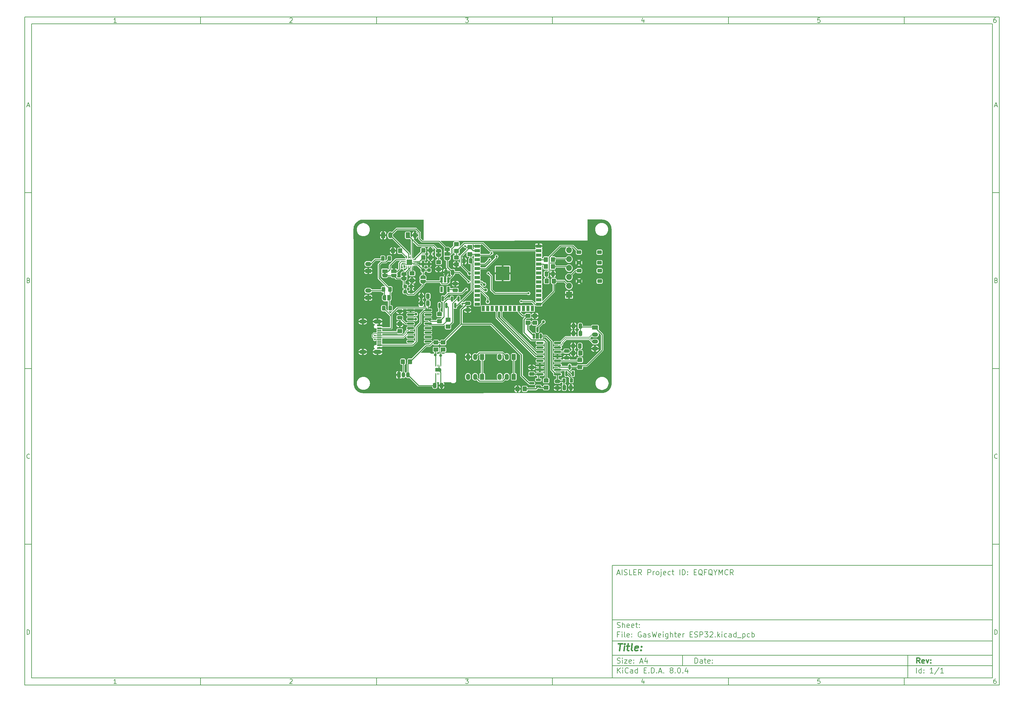
<source format=gbr>
%TF.GenerationSoftware,KiCad,Pcbnew,8.0.4*%
%TF.CreationDate,2024-08-29T22:36:47+02:00*%
%TF.ProjectId,GasWeighter ESP32,47617357-6569-4676-9874-657220455350,rev?*%
%TF.SameCoordinates,Original*%
%TF.FileFunction,Copper,L1,Top*%
%TF.FilePolarity,Positive*%
%FSLAX46Y46*%
G04 Gerber Fmt 4.6, Leading zero omitted, Abs format (unit mm)*
G04 Created by KiCad (PCBNEW 8.0.4) date 2024-08-29 22:36:47*
%MOMM*%
%LPD*%
G01*
G04 APERTURE LIST*
G04 Aperture macros list*
%AMRoundRect*
0 Rectangle with rounded corners*
0 $1 Rounding radius*
0 $2 $3 $4 $5 $6 $7 $8 $9 X,Y pos of 4 corners*
0 Add a 4 corners polygon primitive as box body*
4,1,4,$2,$3,$4,$5,$6,$7,$8,$9,$2,$3,0*
0 Add four circle primitives for the rounded corners*
1,1,$1+$1,$2,$3*
1,1,$1+$1,$4,$5*
1,1,$1+$1,$6,$7*
1,1,$1+$1,$8,$9*
0 Add four rect primitives between the rounded corners*
20,1,$1+$1,$2,$3,$4,$5,0*
20,1,$1+$1,$4,$5,$6,$7,0*
20,1,$1+$1,$6,$7,$8,$9,0*
20,1,$1+$1,$8,$9,$2,$3,0*%
%AMFreePoly0*
4,1,19,0.500000,-0.750000,0.000000,-0.750000,0.000000,-0.744911,-0.071157,-0.744911,-0.207708,-0.704816,-0.327430,-0.627875,-0.420627,-0.520320,-0.479746,-0.390866,-0.500000,-0.250000,-0.500000,0.250000,-0.479746,0.390866,-0.420627,0.520320,-0.327430,0.627875,-0.207708,0.704816,-0.071157,0.744911,0.000000,0.744911,0.000000,0.750000,0.500000,0.750000,0.500000,-0.750000,0.500000,-0.750000,
$1*%
%AMFreePoly1*
4,1,19,0.000000,0.744911,0.071157,0.744911,0.207708,0.704816,0.327430,0.627875,0.420627,0.520320,0.479746,0.390866,0.500000,0.250000,0.500000,-0.250000,0.479746,-0.390866,0.420627,-0.520320,0.327430,-0.627875,0.207708,-0.704816,0.071157,-0.744911,0.000000,-0.744911,0.000000,-0.750000,-0.500000,-0.750000,-0.500000,0.750000,0.000000,0.750000,0.000000,0.744911,0.000000,0.744911,
$1*%
%AMFreePoly2*
4,1,19,0.550000,-0.750000,0.000000,-0.750000,0.000000,-0.744911,-0.071157,-0.744911,-0.207708,-0.704816,-0.327430,-0.627875,-0.420627,-0.520320,-0.479746,-0.390866,-0.500000,-0.250000,-0.500000,0.250000,-0.479746,0.390866,-0.420627,0.520320,-0.327430,0.627875,-0.207708,0.704816,-0.071157,0.744911,0.000000,0.744911,0.000000,0.750000,0.550000,0.750000,0.550000,-0.750000,0.550000,-0.750000,
$1*%
%AMFreePoly3*
4,1,19,0.000000,0.744911,0.071157,0.744911,0.207708,0.704816,0.327430,0.627875,0.420627,0.520320,0.479746,0.390866,0.500000,0.250000,0.500000,-0.250000,0.479746,-0.390866,0.420627,-0.520320,0.327430,-0.627875,0.207708,-0.704816,0.071157,-0.744911,0.000000,-0.744911,0.000000,-0.750000,-0.550000,-0.750000,-0.550000,0.750000,0.000000,0.750000,0.000000,0.744911,0.000000,0.744911,
$1*%
%AMFreePoly4*
4,1,6,0.500000,-0.850000,-0.500000,-0.850000,-0.500000,0.550000,-0.200000,0.850000,0.500000,0.850000,0.500000,-0.850000,0.500000,-0.850000,$1*%
G04 Aperture macros list end*
%ADD10C,0.100000*%
%ADD11C,0.150000*%
%ADD12C,0.300000*%
%ADD13C,0.400000*%
%TA.AperFunction,EtchedComponent*%
%ADD14C,0.000000*%
%TD*%
%TA.AperFunction,SMDPad,CuDef*%
%ADD15RoundRect,0.250000X-0.250000X-0.475000X0.250000X-0.475000X0.250000X0.475000X-0.250000X0.475000X0*%
%TD*%
%TA.AperFunction,SMDPad,CuDef*%
%ADD16RoundRect,0.237500X0.237500X-0.300000X0.237500X0.300000X-0.237500X0.300000X-0.237500X-0.300000X0*%
%TD*%
%TA.AperFunction,ComponentPad*%
%ADD17RoundRect,0.250000X-0.350000X-0.625000X0.350000X-0.625000X0.350000X0.625000X-0.350000X0.625000X0*%
%TD*%
%TA.AperFunction,ComponentPad*%
%ADD18O,1.200000X1.750000*%
%TD*%
%TA.AperFunction,SMDPad,CuDef*%
%ADD19FreePoly0,180.000000*%
%TD*%
%TA.AperFunction,SMDPad,CuDef*%
%ADD20FreePoly1,180.000000*%
%TD*%
%TA.AperFunction,SMDPad,CuDef*%
%ADD21RoundRect,0.250000X0.250000X0.475000X-0.250000X0.475000X-0.250000X-0.475000X0.250000X-0.475000X0*%
%TD*%
%TA.AperFunction,SMDPad,CuDef*%
%ADD22RoundRect,0.250000X0.350000X0.450000X-0.350000X0.450000X-0.350000X-0.450000X0.350000X-0.450000X0*%
%TD*%
%TA.AperFunction,ComponentPad*%
%ADD23RoundRect,0.250000X0.350000X0.625000X-0.350000X0.625000X-0.350000X-0.625000X0.350000X-0.625000X0*%
%TD*%
%TA.AperFunction,SMDPad,CuDef*%
%ADD24FreePoly2,270.000000*%
%TD*%
%TA.AperFunction,SMDPad,CuDef*%
%ADD25R,1.500000X1.000000*%
%TD*%
%TA.AperFunction,SMDPad,CuDef*%
%ADD26FreePoly3,270.000000*%
%TD*%
%TA.AperFunction,SMDPad,CuDef*%
%ADD27RoundRect,0.150000X0.150000X-0.587500X0.150000X0.587500X-0.150000X0.587500X-0.150000X-0.587500X0*%
%TD*%
%TA.AperFunction,SMDPad,CuDef*%
%ADD28RoundRect,0.250000X0.475000X-0.250000X0.475000X0.250000X-0.475000X0.250000X-0.475000X-0.250000X0*%
%TD*%
%TA.AperFunction,SMDPad,CuDef*%
%ADD29RoundRect,0.150000X-0.150000X0.587500X-0.150000X-0.587500X0.150000X-0.587500X0.150000X0.587500X0*%
%TD*%
%TA.AperFunction,SMDPad,CuDef*%
%ADD30RoundRect,0.150000X0.587500X0.150000X-0.587500X0.150000X-0.587500X-0.150000X0.587500X-0.150000X0*%
%TD*%
%TA.AperFunction,SMDPad,CuDef*%
%ADD31RoundRect,0.250000X0.450000X-0.350000X0.450000X0.350000X-0.450000X0.350000X-0.450000X-0.350000X0*%
%TD*%
%TA.AperFunction,SMDPad,CuDef*%
%ADD32R,0.250000X0.550000*%
%TD*%
%TA.AperFunction,SMDPad,CuDef*%
%ADD33FreePoly4,270.000000*%
%TD*%
%TA.AperFunction,SMDPad,CuDef*%
%ADD34RoundRect,0.150000X0.850000X0.150000X-0.850000X0.150000X-0.850000X-0.150000X0.850000X-0.150000X0*%
%TD*%
%TA.AperFunction,SMDPad,CuDef*%
%ADD35RoundRect,0.243750X0.243750X0.456250X-0.243750X0.456250X-0.243750X-0.456250X0.243750X-0.456250X0*%
%TD*%
%TA.AperFunction,SMDPad,CuDef*%
%ADD36RoundRect,0.250000X-0.450000X0.350000X-0.450000X-0.350000X0.450000X-0.350000X0.450000X0.350000X0*%
%TD*%
%TA.AperFunction,SMDPad,CuDef*%
%ADD37RoundRect,0.275000X-0.400000X-0.275000X0.400000X-0.275000X0.400000X0.275000X-0.400000X0.275000X0*%
%TD*%
%TA.AperFunction,SMDPad,CuDef*%
%ADD38RoundRect,0.250000X-0.350000X-0.450000X0.350000X-0.450000X0.350000X0.450000X-0.350000X0.450000X0*%
%TD*%
%TA.AperFunction,SMDPad,CuDef*%
%ADD39RoundRect,0.062500X-0.062500X0.375000X-0.062500X-0.375000X0.062500X-0.375000X0.062500X0.375000X0*%
%TD*%
%TA.AperFunction,SMDPad,CuDef*%
%ADD40RoundRect,0.062500X-0.375000X0.062500X-0.375000X-0.062500X0.375000X-0.062500X0.375000X0.062500X0*%
%TD*%
%TA.AperFunction,SMDPad,CuDef*%
%ADD41R,1.600000X1.600000*%
%TD*%
%TA.AperFunction,SMDPad,CuDef*%
%ADD42RoundRect,0.150000X-0.825000X-0.150000X0.825000X-0.150000X0.825000X0.150000X-0.825000X0.150000X0*%
%TD*%
%TA.AperFunction,SMDPad,CuDef*%
%ADD43RoundRect,0.237500X-0.300000X-0.237500X0.300000X-0.237500X0.300000X0.237500X-0.300000X0.237500X0*%
%TD*%
%TA.AperFunction,SMDPad,CuDef*%
%ADD44FreePoly0,90.000000*%
%TD*%
%TA.AperFunction,SMDPad,CuDef*%
%ADD45FreePoly1,90.000000*%
%TD*%
%TA.AperFunction,SMDPad,CuDef*%
%ADD46R,1.160000X0.600000*%
%TD*%
%TA.AperFunction,SMDPad,CuDef*%
%ADD47R,1.160000X0.300000*%
%TD*%
%TA.AperFunction,ComponentPad*%
%ADD48O,2.300000X1.200000*%
%TD*%
%TA.AperFunction,ComponentPad*%
%ADD49O,2.000000X1.200000*%
%TD*%
%TA.AperFunction,SMDPad,CuDef*%
%ADD50R,1.500000X0.900000*%
%TD*%
%TA.AperFunction,SMDPad,CuDef*%
%ADD51R,0.900000X1.500000*%
%TD*%
%TA.AperFunction,HeatsinkPad*%
%ADD52C,0.600000*%
%TD*%
%TA.AperFunction,SMDPad,CuDef*%
%ADD53R,3.900000X3.900000*%
%TD*%
%TA.AperFunction,SMDPad,CuDef*%
%ADD54R,0.650000X1.560000*%
%TD*%
%TA.AperFunction,ComponentPad*%
%ADD55R,1.700000X1.700000*%
%TD*%
%TA.AperFunction,ComponentPad*%
%ADD56O,1.700000X1.700000*%
%TD*%
%TA.AperFunction,ComponentPad*%
%ADD57R,1.050000X1.500000*%
%TD*%
%TA.AperFunction,ComponentPad*%
%ADD58O,1.050000X1.500000*%
%TD*%
%TA.AperFunction,ComponentPad*%
%ADD59RoundRect,0.250000X0.625000X-0.350000X0.625000X0.350000X-0.625000X0.350000X-0.625000X-0.350000X0*%
%TD*%
%TA.AperFunction,ComponentPad*%
%ADD60O,1.750000X1.200000*%
%TD*%
%TA.AperFunction,SMDPad,CuDef*%
%ADD61FreePoly0,270.000000*%
%TD*%
%TA.AperFunction,SMDPad,CuDef*%
%ADD62FreePoly1,270.000000*%
%TD*%
%TA.AperFunction,SMDPad,CuDef*%
%ADD63RoundRect,0.250000X-0.475000X0.250000X-0.475000X-0.250000X0.475000X-0.250000X0.475000X0.250000X0*%
%TD*%
%TA.AperFunction,ComponentPad*%
%ADD64RoundRect,0.250000X-0.625000X0.350000X-0.625000X-0.350000X0.625000X-0.350000X0.625000X0.350000X0*%
%TD*%
%TA.AperFunction,SMDPad,CuDef*%
%ADD65FreePoly2,90.000000*%
%TD*%
%TA.AperFunction,SMDPad,CuDef*%
%ADD66FreePoly3,90.000000*%
%TD*%
%TA.AperFunction,SMDPad,CuDef*%
%ADD67RoundRect,0.218750X0.218750X0.381250X-0.218750X0.381250X-0.218750X-0.381250X0.218750X-0.381250X0*%
%TD*%
%TA.AperFunction,ViaPad*%
%ADD68C,0.600000*%
%TD*%
%TA.AperFunction,ViaPad*%
%ADD69C,0.800000*%
%TD*%
%TA.AperFunction,ViaPad*%
%ADD70C,0.500000*%
%TD*%
%TA.AperFunction,Conductor*%
%ADD71C,0.250000*%
%TD*%
%TA.AperFunction,Conductor*%
%ADD72C,0.200000*%
%TD*%
%TA.AperFunction,Conductor*%
%ADD73C,0.350000*%
%TD*%
%TA.AperFunction,Conductor*%
%ADD74C,0.300000*%
%TD*%
G04 APERTURE END LIST*
D10*
D11*
X177002200Y-166007200D02*
X285002200Y-166007200D01*
X285002200Y-198007200D01*
X177002200Y-198007200D01*
X177002200Y-166007200D01*
D10*
D11*
X10000000Y-10000000D02*
X287002200Y-10000000D01*
X287002200Y-200007200D01*
X10000000Y-200007200D01*
X10000000Y-10000000D01*
D10*
D11*
X12000000Y-12000000D02*
X285002200Y-12000000D01*
X285002200Y-198007200D01*
X12000000Y-198007200D01*
X12000000Y-12000000D01*
D10*
D11*
X60000000Y-12000000D02*
X60000000Y-10000000D01*
D10*
D11*
X110000000Y-12000000D02*
X110000000Y-10000000D01*
D10*
D11*
X160000000Y-12000000D02*
X160000000Y-10000000D01*
D10*
D11*
X210000000Y-12000000D02*
X210000000Y-10000000D01*
D10*
D11*
X260000000Y-12000000D02*
X260000000Y-10000000D01*
D10*
D11*
X36089160Y-11593604D02*
X35346303Y-11593604D01*
X35717731Y-11593604D02*
X35717731Y-10293604D01*
X35717731Y-10293604D02*
X35593922Y-10479319D01*
X35593922Y-10479319D02*
X35470112Y-10603128D01*
X35470112Y-10603128D02*
X35346303Y-10665033D01*
D10*
D11*
X85346303Y-10417414D02*
X85408207Y-10355509D01*
X85408207Y-10355509D02*
X85532017Y-10293604D01*
X85532017Y-10293604D02*
X85841541Y-10293604D01*
X85841541Y-10293604D02*
X85965350Y-10355509D01*
X85965350Y-10355509D02*
X86027255Y-10417414D01*
X86027255Y-10417414D02*
X86089160Y-10541223D01*
X86089160Y-10541223D02*
X86089160Y-10665033D01*
X86089160Y-10665033D02*
X86027255Y-10850747D01*
X86027255Y-10850747D02*
X85284398Y-11593604D01*
X85284398Y-11593604D02*
X86089160Y-11593604D01*
D10*
D11*
X135284398Y-10293604D02*
X136089160Y-10293604D01*
X136089160Y-10293604D02*
X135655826Y-10788842D01*
X135655826Y-10788842D02*
X135841541Y-10788842D01*
X135841541Y-10788842D02*
X135965350Y-10850747D01*
X135965350Y-10850747D02*
X136027255Y-10912652D01*
X136027255Y-10912652D02*
X136089160Y-11036461D01*
X136089160Y-11036461D02*
X136089160Y-11345985D01*
X136089160Y-11345985D02*
X136027255Y-11469795D01*
X136027255Y-11469795D02*
X135965350Y-11531700D01*
X135965350Y-11531700D02*
X135841541Y-11593604D01*
X135841541Y-11593604D02*
X135470112Y-11593604D01*
X135470112Y-11593604D02*
X135346303Y-11531700D01*
X135346303Y-11531700D02*
X135284398Y-11469795D01*
D10*
D11*
X185965350Y-10726938D02*
X185965350Y-11593604D01*
X185655826Y-10231700D02*
X185346303Y-11160271D01*
X185346303Y-11160271D02*
X186151064Y-11160271D01*
D10*
D11*
X236027255Y-10293604D02*
X235408207Y-10293604D01*
X235408207Y-10293604D02*
X235346303Y-10912652D01*
X235346303Y-10912652D02*
X235408207Y-10850747D01*
X235408207Y-10850747D02*
X235532017Y-10788842D01*
X235532017Y-10788842D02*
X235841541Y-10788842D01*
X235841541Y-10788842D02*
X235965350Y-10850747D01*
X235965350Y-10850747D02*
X236027255Y-10912652D01*
X236027255Y-10912652D02*
X236089160Y-11036461D01*
X236089160Y-11036461D02*
X236089160Y-11345985D01*
X236089160Y-11345985D02*
X236027255Y-11469795D01*
X236027255Y-11469795D02*
X235965350Y-11531700D01*
X235965350Y-11531700D02*
X235841541Y-11593604D01*
X235841541Y-11593604D02*
X235532017Y-11593604D01*
X235532017Y-11593604D02*
X235408207Y-11531700D01*
X235408207Y-11531700D02*
X235346303Y-11469795D01*
D10*
D11*
X285965350Y-10293604D02*
X285717731Y-10293604D01*
X285717731Y-10293604D02*
X285593922Y-10355509D01*
X285593922Y-10355509D02*
X285532017Y-10417414D01*
X285532017Y-10417414D02*
X285408207Y-10603128D01*
X285408207Y-10603128D02*
X285346303Y-10850747D01*
X285346303Y-10850747D02*
X285346303Y-11345985D01*
X285346303Y-11345985D02*
X285408207Y-11469795D01*
X285408207Y-11469795D02*
X285470112Y-11531700D01*
X285470112Y-11531700D02*
X285593922Y-11593604D01*
X285593922Y-11593604D02*
X285841541Y-11593604D01*
X285841541Y-11593604D02*
X285965350Y-11531700D01*
X285965350Y-11531700D02*
X286027255Y-11469795D01*
X286027255Y-11469795D02*
X286089160Y-11345985D01*
X286089160Y-11345985D02*
X286089160Y-11036461D01*
X286089160Y-11036461D02*
X286027255Y-10912652D01*
X286027255Y-10912652D02*
X285965350Y-10850747D01*
X285965350Y-10850747D02*
X285841541Y-10788842D01*
X285841541Y-10788842D02*
X285593922Y-10788842D01*
X285593922Y-10788842D02*
X285470112Y-10850747D01*
X285470112Y-10850747D02*
X285408207Y-10912652D01*
X285408207Y-10912652D02*
X285346303Y-11036461D01*
D10*
D11*
X60000000Y-198007200D02*
X60000000Y-200007200D01*
D10*
D11*
X110000000Y-198007200D02*
X110000000Y-200007200D01*
D10*
D11*
X160000000Y-198007200D02*
X160000000Y-200007200D01*
D10*
D11*
X210000000Y-198007200D02*
X210000000Y-200007200D01*
D10*
D11*
X260000000Y-198007200D02*
X260000000Y-200007200D01*
D10*
D11*
X36089160Y-199600804D02*
X35346303Y-199600804D01*
X35717731Y-199600804D02*
X35717731Y-198300804D01*
X35717731Y-198300804D02*
X35593922Y-198486519D01*
X35593922Y-198486519D02*
X35470112Y-198610328D01*
X35470112Y-198610328D02*
X35346303Y-198672233D01*
D10*
D11*
X85346303Y-198424614D02*
X85408207Y-198362709D01*
X85408207Y-198362709D02*
X85532017Y-198300804D01*
X85532017Y-198300804D02*
X85841541Y-198300804D01*
X85841541Y-198300804D02*
X85965350Y-198362709D01*
X85965350Y-198362709D02*
X86027255Y-198424614D01*
X86027255Y-198424614D02*
X86089160Y-198548423D01*
X86089160Y-198548423D02*
X86089160Y-198672233D01*
X86089160Y-198672233D02*
X86027255Y-198857947D01*
X86027255Y-198857947D02*
X85284398Y-199600804D01*
X85284398Y-199600804D02*
X86089160Y-199600804D01*
D10*
D11*
X135284398Y-198300804D02*
X136089160Y-198300804D01*
X136089160Y-198300804D02*
X135655826Y-198796042D01*
X135655826Y-198796042D02*
X135841541Y-198796042D01*
X135841541Y-198796042D02*
X135965350Y-198857947D01*
X135965350Y-198857947D02*
X136027255Y-198919852D01*
X136027255Y-198919852D02*
X136089160Y-199043661D01*
X136089160Y-199043661D02*
X136089160Y-199353185D01*
X136089160Y-199353185D02*
X136027255Y-199476995D01*
X136027255Y-199476995D02*
X135965350Y-199538900D01*
X135965350Y-199538900D02*
X135841541Y-199600804D01*
X135841541Y-199600804D02*
X135470112Y-199600804D01*
X135470112Y-199600804D02*
X135346303Y-199538900D01*
X135346303Y-199538900D02*
X135284398Y-199476995D01*
D10*
D11*
X185965350Y-198734138D02*
X185965350Y-199600804D01*
X185655826Y-198238900D02*
X185346303Y-199167471D01*
X185346303Y-199167471D02*
X186151064Y-199167471D01*
D10*
D11*
X236027255Y-198300804D02*
X235408207Y-198300804D01*
X235408207Y-198300804D02*
X235346303Y-198919852D01*
X235346303Y-198919852D02*
X235408207Y-198857947D01*
X235408207Y-198857947D02*
X235532017Y-198796042D01*
X235532017Y-198796042D02*
X235841541Y-198796042D01*
X235841541Y-198796042D02*
X235965350Y-198857947D01*
X235965350Y-198857947D02*
X236027255Y-198919852D01*
X236027255Y-198919852D02*
X236089160Y-199043661D01*
X236089160Y-199043661D02*
X236089160Y-199353185D01*
X236089160Y-199353185D02*
X236027255Y-199476995D01*
X236027255Y-199476995D02*
X235965350Y-199538900D01*
X235965350Y-199538900D02*
X235841541Y-199600804D01*
X235841541Y-199600804D02*
X235532017Y-199600804D01*
X235532017Y-199600804D02*
X235408207Y-199538900D01*
X235408207Y-199538900D02*
X235346303Y-199476995D01*
D10*
D11*
X285965350Y-198300804D02*
X285717731Y-198300804D01*
X285717731Y-198300804D02*
X285593922Y-198362709D01*
X285593922Y-198362709D02*
X285532017Y-198424614D01*
X285532017Y-198424614D02*
X285408207Y-198610328D01*
X285408207Y-198610328D02*
X285346303Y-198857947D01*
X285346303Y-198857947D02*
X285346303Y-199353185D01*
X285346303Y-199353185D02*
X285408207Y-199476995D01*
X285408207Y-199476995D02*
X285470112Y-199538900D01*
X285470112Y-199538900D02*
X285593922Y-199600804D01*
X285593922Y-199600804D02*
X285841541Y-199600804D01*
X285841541Y-199600804D02*
X285965350Y-199538900D01*
X285965350Y-199538900D02*
X286027255Y-199476995D01*
X286027255Y-199476995D02*
X286089160Y-199353185D01*
X286089160Y-199353185D02*
X286089160Y-199043661D01*
X286089160Y-199043661D02*
X286027255Y-198919852D01*
X286027255Y-198919852D02*
X285965350Y-198857947D01*
X285965350Y-198857947D02*
X285841541Y-198796042D01*
X285841541Y-198796042D02*
X285593922Y-198796042D01*
X285593922Y-198796042D02*
X285470112Y-198857947D01*
X285470112Y-198857947D02*
X285408207Y-198919852D01*
X285408207Y-198919852D02*
X285346303Y-199043661D01*
D10*
D11*
X10000000Y-60000000D02*
X12000000Y-60000000D01*
D10*
D11*
X10000000Y-110000000D02*
X12000000Y-110000000D01*
D10*
D11*
X10000000Y-160000000D02*
X12000000Y-160000000D01*
D10*
D11*
X10690476Y-35222176D02*
X11309523Y-35222176D01*
X10566666Y-35593604D02*
X10999999Y-34293604D01*
X10999999Y-34293604D02*
X11433333Y-35593604D01*
D10*
D11*
X11092857Y-84912652D02*
X11278571Y-84974557D01*
X11278571Y-84974557D02*
X11340476Y-85036461D01*
X11340476Y-85036461D02*
X11402380Y-85160271D01*
X11402380Y-85160271D02*
X11402380Y-85345985D01*
X11402380Y-85345985D02*
X11340476Y-85469795D01*
X11340476Y-85469795D02*
X11278571Y-85531700D01*
X11278571Y-85531700D02*
X11154761Y-85593604D01*
X11154761Y-85593604D02*
X10659523Y-85593604D01*
X10659523Y-85593604D02*
X10659523Y-84293604D01*
X10659523Y-84293604D02*
X11092857Y-84293604D01*
X11092857Y-84293604D02*
X11216666Y-84355509D01*
X11216666Y-84355509D02*
X11278571Y-84417414D01*
X11278571Y-84417414D02*
X11340476Y-84541223D01*
X11340476Y-84541223D02*
X11340476Y-84665033D01*
X11340476Y-84665033D02*
X11278571Y-84788842D01*
X11278571Y-84788842D02*
X11216666Y-84850747D01*
X11216666Y-84850747D02*
X11092857Y-84912652D01*
X11092857Y-84912652D02*
X10659523Y-84912652D01*
D10*
D11*
X11402380Y-135469795D02*
X11340476Y-135531700D01*
X11340476Y-135531700D02*
X11154761Y-135593604D01*
X11154761Y-135593604D02*
X11030952Y-135593604D01*
X11030952Y-135593604D02*
X10845238Y-135531700D01*
X10845238Y-135531700D02*
X10721428Y-135407890D01*
X10721428Y-135407890D02*
X10659523Y-135284080D01*
X10659523Y-135284080D02*
X10597619Y-135036461D01*
X10597619Y-135036461D02*
X10597619Y-134850747D01*
X10597619Y-134850747D02*
X10659523Y-134603128D01*
X10659523Y-134603128D02*
X10721428Y-134479319D01*
X10721428Y-134479319D02*
X10845238Y-134355509D01*
X10845238Y-134355509D02*
X11030952Y-134293604D01*
X11030952Y-134293604D02*
X11154761Y-134293604D01*
X11154761Y-134293604D02*
X11340476Y-134355509D01*
X11340476Y-134355509D02*
X11402380Y-134417414D01*
D10*
D11*
X10659523Y-185593604D02*
X10659523Y-184293604D01*
X10659523Y-184293604D02*
X10969047Y-184293604D01*
X10969047Y-184293604D02*
X11154761Y-184355509D01*
X11154761Y-184355509D02*
X11278571Y-184479319D01*
X11278571Y-184479319D02*
X11340476Y-184603128D01*
X11340476Y-184603128D02*
X11402380Y-184850747D01*
X11402380Y-184850747D02*
X11402380Y-185036461D01*
X11402380Y-185036461D02*
X11340476Y-185284080D01*
X11340476Y-185284080D02*
X11278571Y-185407890D01*
X11278571Y-185407890D02*
X11154761Y-185531700D01*
X11154761Y-185531700D02*
X10969047Y-185593604D01*
X10969047Y-185593604D02*
X10659523Y-185593604D01*
D10*
D11*
X287002200Y-60000000D02*
X285002200Y-60000000D01*
D10*
D11*
X287002200Y-110000000D02*
X285002200Y-110000000D01*
D10*
D11*
X287002200Y-160000000D02*
X285002200Y-160000000D01*
D10*
D11*
X285692676Y-35222176D02*
X286311723Y-35222176D01*
X285568866Y-35593604D02*
X286002199Y-34293604D01*
X286002199Y-34293604D02*
X286435533Y-35593604D01*
D10*
D11*
X286095057Y-84912652D02*
X286280771Y-84974557D01*
X286280771Y-84974557D02*
X286342676Y-85036461D01*
X286342676Y-85036461D02*
X286404580Y-85160271D01*
X286404580Y-85160271D02*
X286404580Y-85345985D01*
X286404580Y-85345985D02*
X286342676Y-85469795D01*
X286342676Y-85469795D02*
X286280771Y-85531700D01*
X286280771Y-85531700D02*
X286156961Y-85593604D01*
X286156961Y-85593604D02*
X285661723Y-85593604D01*
X285661723Y-85593604D02*
X285661723Y-84293604D01*
X285661723Y-84293604D02*
X286095057Y-84293604D01*
X286095057Y-84293604D02*
X286218866Y-84355509D01*
X286218866Y-84355509D02*
X286280771Y-84417414D01*
X286280771Y-84417414D02*
X286342676Y-84541223D01*
X286342676Y-84541223D02*
X286342676Y-84665033D01*
X286342676Y-84665033D02*
X286280771Y-84788842D01*
X286280771Y-84788842D02*
X286218866Y-84850747D01*
X286218866Y-84850747D02*
X286095057Y-84912652D01*
X286095057Y-84912652D02*
X285661723Y-84912652D01*
D10*
D11*
X286404580Y-135469795D02*
X286342676Y-135531700D01*
X286342676Y-135531700D02*
X286156961Y-135593604D01*
X286156961Y-135593604D02*
X286033152Y-135593604D01*
X286033152Y-135593604D02*
X285847438Y-135531700D01*
X285847438Y-135531700D02*
X285723628Y-135407890D01*
X285723628Y-135407890D02*
X285661723Y-135284080D01*
X285661723Y-135284080D02*
X285599819Y-135036461D01*
X285599819Y-135036461D02*
X285599819Y-134850747D01*
X285599819Y-134850747D02*
X285661723Y-134603128D01*
X285661723Y-134603128D02*
X285723628Y-134479319D01*
X285723628Y-134479319D02*
X285847438Y-134355509D01*
X285847438Y-134355509D02*
X286033152Y-134293604D01*
X286033152Y-134293604D02*
X286156961Y-134293604D01*
X286156961Y-134293604D02*
X286342676Y-134355509D01*
X286342676Y-134355509D02*
X286404580Y-134417414D01*
D10*
D11*
X285661723Y-185593604D02*
X285661723Y-184293604D01*
X285661723Y-184293604D02*
X285971247Y-184293604D01*
X285971247Y-184293604D02*
X286156961Y-184355509D01*
X286156961Y-184355509D02*
X286280771Y-184479319D01*
X286280771Y-184479319D02*
X286342676Y-184603128D01*
X286342676Y-184603128D02*
X286404580Y-184850747D01*
X286404580Y-184850747D02*
X286404580Y-185036461D01*
X286404580Y-185036461D02*
X286342676Y-185284080D01*
X286342676Y-185284080D02*
X286280771Y-185407890D01*
X286280771Y-185407890D02*
X286156961Y-185531700D01*
X286156961Y-185531700D02*
X285971247Y-185593604D01*
X285971247Y-185593604D02*
X285661723Y-185593604D01*
D10*
D11*
X200458026Y-193793328D02*
X200458026Y-192293328D01*
X200458026Y-192293328D02*
X200815169Y-192293328D01*
X200815169Y-192293328D02*
X201029455Y-192364757D01*
X201029455Y-192364757D02*
X201172312Y-192507614D01*
X201172312Y-192507614D02*
X201243741Y-192650471D01*
X201243741Y-192650471D02*
X201315169Y-192936185D01*
X201315169Y-192936185D02*
X201315169Y-193150471D01*
X201315169Y-193150471D02*
X201243741Y-193436185D01*
X201243741Y-193436185D02*
X201172312Y-193579042D01*
X201172312Y-193579042D02*
X201029455Y-193721900D01*
X201029455Y-193721900D02*
X200815169Y-193793328D01*
X200815169Y-193793328D02*
X200458026Y-193793328D01*
X202600884Y-193793328D02*
X202600884Y-193007614D01*
X202600884Y-193007614D02*
X202529455Y-192864757D01*
X202529455Y-192864757D02*
X202386598Y-192793328D01*
X202386598Y-192793328D02*
X202100884Y-192793328D01*
X202100884Y-192793328D02*
X201958026Y-192864757D01*
X202600884Y-193721900D02*
X202458026Y-193793328D01*
X202458026Y-193793328D02*
X202100884Y-193793328D01*
X202100884Y-193793328D02*
X201958026Y-193721900D01*
X201958026Y-193721900D02*
X201886598Y-193579042D01*
X201886598Y-193579042D02*
X201886598Y-193436185D01*
X201886598Y-193436185D02*
X201958026Y-193293328D01*
X201958026Y-193293328D02*
X202100884Y-193221900D01*
X202100884Y-193221900D02*
X202458026Y-193221900D01*
X202458026Y-193221900D02*
X202600884Y-193150471D01*
X203100884Y-192793328D02*
X203672312Y-192793328D01*
X203315169Y-192293328D02*
X203315169Y-193579042D01*
X203315169Y-193579042D02*
X203386598Y-193721900D01*
X203386598Y-193721900D02*
X203529455Y-193793328D01*
X203529455Y-193793328D02*
X203672312Y-193793328D01*
X204743741Y-193721900D02*
X204600884Y-193793328D01*
X204600884Y-193793328D02*
X204315170Y-193793328D01*
X204315170Y-193793328D02*
X204172312Y-193721900D01*
X204172312Y-193721900D02*
X204100884Y-193579042D01*
X204100884Y-193579042D02*
X204100884Y-193007614D01*
X204100884Y-193007614D02*
X204172312Y-192864757D01*
X204172312Y-192864757D02*
X204315170Y-192793328D01*
X204315170Y-192793328D02*
X204600884Y-192793328D01*
X204600884Y-192793328D02*
X204743741Y-192864757D01*
X204743741Y-192864757D02*
X204815170Y-193007614D01*
X204815170Y-193007614D02*
X204815170Y-193150471D01*
X204815170Y-193150471D02*
X204100884Y-193293328D01*
X205458026Y-193650471D02*
X205529455Y-193721900D01*
X205529455Y-193721900D02*
X205458026Y-193793328D01*
X205458026Y-193793328D02*
X205386598Y-193721900D01*
X205386598Y-193721900D02*
X205458026Y-193650471D01*
X205458026Y-193650471D02*
X205458026Y-193793328D01*
X205458026Y-192864757D02*
X205529455Y-192936185D01*
X205529455Y-192936185D02*
X205458026Y-193007614D01*
X205458026Y-193007614D02*
X205386598Y-192936185D01*
X205386598Y-192936185D02*
X205458026Y-192864757D01*
X205458026Y-192864757D02*
X205458026Y-193007614D01*
D10*
D11*
X177002200Y-194507200D02*
X285002200Y-194507200D01*
D10*
D11*
X178458026Y-196593328D02*
X178458026Y-195093328D01*
X179315169Y-196593328D02*
X178672312Y-195736185D01*
X179315169Y-195093328D02*
X178458026Y-195950471D01*
X179958026Y-196593328D02*
X179958026Y-195593328D01*
X179958026Y-195093328D02*
X179886598Y-195164757D01*
X179886598Y-195164757D02*
X179958026Y-195236185D01*
X179958026Y-195236185D02*
X180029455Y-195164757D01*
X180029455Y-195164757D02*
X179958026Y-195093328D01*
X179958026Y-195093328D02*
X179958026Y-195236185D01*
X181529455Y-196450471D02*
X181458027Y-196521900D01*
X181458027Y-196521900D02*
X181243741Y-196593328D01*
X181243741Y-196593328D02*
X181100884Y-196593328D01*
X181100884Y-196593328D02*
X180886598Y-196521900D01*
X180886598Y-196521900D02*
X180743741Y-196379042D01*
X180743741Y-196379042D02*
X180672312Y-196236185D01*
X180672312Y-196236185D02*
X180600884Y-195950471D01*
X180600884Y-195950471D02*
X180600884Y-195736185D01*
X180600884Y-195736185D02*
X180672312Y-195450471D01*
X180672312Y-195450471D02*
X180743741Y-195307614D01*
X180743741Y-195307614D02*
X180886598Y-195164757D01*
X180886598Y-195164757D02*
X181100884Y-195093328D01*
X181100884Y-195093328D02*
X181243741Y-195093328D01*
X181243741Y-195093328D02*
X181458027Y-195164757D01*
X181458027Y-195164757D02*
X181529455Y-195236185D01*
X182815170Y-196593328D02*
X182815170Y-195807614D01*
X182815170Y-195807614D02*
X182743741Y-195664757D01*
X182743741Y-195664757D02*
X182600884Y-195593328D01*
X182600884Y-195593328D02*
X182315170Y-195593328D01*
X182315170Y-195593328D02*
X182172312Y-195664757D01*
X182815170Y-196521900D02*
X182672312Y-196593328D01*
X182672312Y-196593328D02*
X182315170Y-196593328D01*
X182315170Y-196593328D02*
X182172312Y-196521900D01*
X182172312Y-196521900D02*
X182100884Y-196379042D01*
X182100884Y-196379042D02*
X182100884Y-196236185D01*
X182100884Y-196236185D02*
X182172312Y-196093328D01*
X182172312Y-196093328D02*
X182315170Y-196021900D01*
X182315170Y-196021900D02*
X182672312Y-196021900D01*
X182672312Y-196021900D02*
X182815170Y-195950471D01*
X184172313Y-196593328D02*
X184172313Y-195093328D01*
X184172313Y-196521900D02*
X184029455Y-196593328D01*
X184029455Y-196593328D02*
X183743741Y-196593328D01*
X183743741Y-196593328D02*
X183600884Y-196521900D01*
X183600884Y-196521900D02*
X183529455Y-196450471D01*
X183529455Y-196450471D02*
X183458027Y-196307614D01*
X183458027Y-196307614D02*
X183458027Y-195879042D01*
X183458027Y-195879042D02*
X183529455Y-195736185D01*
X183529455Y-195736185D02*
X183600884Y-195664757D01*
X183600884Y-195664757D02*
X183743741Y-195593328D01*
X183743741Y-195593328D02*
X184029455Y-195593328D01*
X184029455Y-195593328D02*
X184172313Y-195664757D01*
X186029455Y-195807614D02*
X186529455Y-195807614D01*
X186743741Y-196593328D02*
X186029455Y-196593328D01*
X186029455Y-196593328D02*
X186029455Y-195093328D01*
X186029455Y-195093328D02*
X186743741Y-195093328D01*
X187386598Y-196450471D02*
X187458027Y-196521900D01*
X187458027Y-196521900D02*
X187386598Y-196593328D01*
X187386598Y-196593328D02*
X187315170Y-196521900D01*
X187315170Y-196521900D02*
X187386598Y-196450471D01*
X187386598Y-196450471D02*
X187386598Y-196593328D01*
X188100884Y-196593328D02*
X188100884Y-195093328D01*
X188100884Y-195093328D02*
X188458027Y-195093328D01*
X188458027Y-195093328D02*
X188672313Y-195164757D01*
X188672313Y-195164757D02*
X188815170Y-195307614D01*
X188815170Y-195307614D02*
X188886599Y-195450471D01*
X188886599Y-195450471D02*
X188958027Y-195736185D01*
X188958027Y-195736185D02*
X188958027Y-195950471D01*
X188958027Y-195950471D02*
X188886599Y-196236185D01*
X188886599Y-196236185D02*
X188815170Y-196379042D01*
X188815170Y-196379042D02*
X188672313Y-196521900D01*
X188672313Y-196521900D02*
X188458027Y-196593328D01*
X188458027Y-196593328D02*
X188100884Y-196593328D01*
X189600884Y-196450471D02*
X189672313Y-196521900D01*
X189672313Y-196521900D02*
X189600884Y-196593328D01*
X189600884Y-196593328D02*
X189529456Y-196521900D01*
X189529456Y-196521900D02*
X189600884Y-196450471D01*
X189600884Y-196450471D02*
X189600884Y-196593328D01*
X190243742Y-196164757D02*
X190958028Y-196164757D01*
X190100885Y-196593328D02*
X190600885Y-195093328D01*
X190600885Y-195093328D02*
X191100885Y-196593328D01*
X191600884Y-196450471D02*
X191672313Y-196521900D01*
X191672313Y-196521900D02*
X191600884Y-196593328D01*
X191600884Y-196593328D02*
X191529456Y-196521900D01*
X191529456Y-196521900D02*
X191600884Y-196450471D01*
X191600884Y-196450471D02*
X191600884Y-196593328D01*
X193672313Y-195736185D02*
X193529456Y-195664757D01*
X193529456Y-195664757D02*
X193458027Y-195593328D01*
X193458027Y-195593328D02*
X193386599Y-195450471D01*
X193386599Y-195450471D02*
X193386599Y-195379042D01*
X193386599Y-195379042D02*
X193458027Y-195236185D01*
X193458027Y-195236185D02*
X193529456Y-195164757D01*
X193529456Y-195164757D02*
X193672313Y-195093328D01*
X193672313Y-195093328D02*
X193958027Y-195093328D01*
X193958027Y-195093328D02*
X194100885Y-195164757D01*
X194100885Y-195164757D02*
X194172313Y-195236185D01*
X194172313Y-195236185D02*
X194243742Y-195379042D01*
X194243742Y-195379042D02*
X194243742Y-195450471D01*
X194243742Y-195450471D02*
X194172313Y-195593328D01*
X194172313Y-195593328D02*
X194100885Y-195664757D01*
X194100885Y-195664757D02*
X193958027Y-195736185D01*
X193958027Y-195736185D02*
X193672313Y-195736185D01*
X193672313Y-195736185D02*
X193529456Y-195807614D01*
X193529456Y-195807614D02*
X193458027Y-195879042D01*
X193458027Y-195879042D02*
X193386599Y-196021900D01*
X193386599Y-196021900D02*
X193386599Y-196307614D01*
X193386599Y-196307614D02*
X193458027Y-196450471D01*
X193458027Y-196450471D02*
X193529456Y-196521900D01*
X193529456Y-196521900D02*
X193672313Y-196593328D01*
X193672313Y-196593328D02*
X193958027Y-196593328D01*
X193958027Y-196593328D02*
X194100885Y-196521900D01*
X194100885Y-196521900D02*
X194172313Y-196450471D01*
X194172313Y-196450471D02*
X194243742Y-196307614D01*
X194243742Y-196307614D02*
X194243742Y-196021900D01*
X194243742Y-196021900D02*
X194172313Y-195879042D01*
X194172313Y-195879042D02*
X194100885Y-195807614D01*
X194100885Y-195807614D02*
X193958027Y-195736185D01*
X194886598Y-196450471D02*
X194958027Y-196521900D01*
X194958027Y-196521900D02*
X194886598Y-196593328D01*
X194886598Y-196593328D02*
X194815170Y-196521900D01*
X194815170Y-196521900D02*
X194886598Y-196450471D01*
X194886598Y-196450471D02*
X194886598Y-196593328D01*
X195886599Y-195093328D02*
X196029456Y-195093328D01*
X196029456Y-195093328D02*
X196172313Y-195164757D01*
X196172313Y-195164757D02*
X196243742Y-195236185D01*
X196243742Y-195236185D02*
X196315170Y-195379042D01*
X196315170Y-195379042D02*
X196386599Y-195664757D01*
X196386599Y-195664757D02*
X196386599Y-196021900D01*
X196386599Y-196021900D02*
X196315170Y-196307614D01*
X196315170Y-196307614D02*
X196243742Y-196450471D01*
X196243742Y-196450471D02*
X196172313Y-196521900D01*
X196172313Y-196521900D02*
X196029456Y-196593328D01*
X196029456Y-196593328D02*
X195886599Y-196593328D01*
X195886599Y-196593328D02*
X195743742Y-196521900D01*
X195743742Y-196521900D02*
X195672313Y-196450471D01*
X195672313Y-196450471D02*
X195600884Y-196307614D01*
X195600884Y-196307614D02*
X195529456Y-196021900D01*
X195529456Y-196021900D02*
X195529456Y-195664757D01*
X195529456Y-195664757D02*
X195600884Y-195379042D01*
X195600884Y-195379042D02*
X195672313Y-195236185D01*
X195672313Y-195236185D02*
X195743742Y-195164757D01*
X195743742Y-195164757D02*
X195886599Y-195093328D01*
X197029455Y-196450471D02*
X197100884Y-196521900D01*
X197100884Y-196521900D02*
X197029455Y-196593328D01*
X197029455Y-196593328D02*
X196958027Y-196521900D01*
X196958027Y-196521900D02*
X197029455Y-196450471D01*
X197029455Y-196450471D02*
X197029455Y-196593328D01*
X198386599Y-195593328D02*
X198386599Y-196593328D01*
X198029456Y-195021900D02*
X197672313Y-196093328D01*
X197672313Y-196093328D02*
X198600884Y-196093328D01*
D10*
D11*
X177002200Y-191507200D02*
X285002200Y-191507200D01*
D10*
D12*
X264413853Y-193785528D02*
X263913853Y-193071242D01*
X263556710Y-193785528D02*
X263556710Y-192285528D01*
X263556710Y-192285528D02*
X264128139Y-192285528D01*
X264128139Y-192285528D02*
X264270996Y-192356957D01*
X264270996Y-192356957D02*
X264342425Y-192428385D01*
X264342425Y-192428385D02*
X264413853Y-192571242D01*
X264413853Y-192571242D02*
X264413853Y-192785528D01*
X264413853Y-192785528D02*
X264342425Y-192928385D01*
X264342425Y-192928385D02*
X264270996Y-192999814D01*
X264270996Y-192999814D02*
X264128139Y-193071242D01*
X264128139Y-193071242D02*
X263556710Y-193071242D01*
X265628139Y-193714100D02*
X265485282Y-193785528D01*
X265485282Y-193785528D02*
X265199568Y-193785528D01*
X265199568Y-193785528D02*
X265056710Y-193714100D01*
X265056710Y-193714100D02*
X264985282Y-193571242D01*
X264985282Y-193571242D02*
X264985282Y-192999814D01*
X264985282Y-192999814D02*
X265056710Y-192856957D01*
X265056710Y-192856957D02*
X265199568Y-192785528D01*
X265199568Y-192785528D02*
X265485282Y-192785528D01*
X265485282Y-192785528D02*
X265628139Y-192856957D01*
X265628139Y-192856957D02*
X265699568Y-192999814D01*
X265699568Y-192999814D02*
X265699568Y-193142671D01*
X265699568Y-193142671D02*
X264985282Y-193285528D01*
X266199567Y-192785528D02*
X266556710Y-193785528D01*
X266556710Y-193785528D02*
X266913853Y-192785528D01*
X267485281Y-193642671D02*
X267556710Y-193714100D01*
X267556710Y-193714100D02*
X267485281Y-193785528D01*
X267485281Y-193785528D02*
X267413853Y-193714100D01*
X267413853Y-193714100D02*
X267485281Y-193642671D01*
X267485281Y-193642671D02*
X267485281Y-193785528D01*
X267485281Y-192856957D02*
X267556710Y-192928385D01*
X267556710Y-192928385D02*
X267485281Y-192999814D01*
X267485281Y-192999814D02*
X267413853Y-192928385D01*
X267413853Y-192928385D02*
X267485281Y-192856957D01*
X267485281Y-192856957D02*
X267485281Y-192999814D01*
D10*
D11*
X178386598Y-193721900D02*
X178600884Y-193793328D01*
X178600884Y-193793328D02*
X178958026Y-193793328D01*
X178958026Y-193793328D02*
X179100884Y-193721900D01*
X179100884Y-193721900D02*
X179172312Y-193650471D01*
X179172312Y-193650471D02*
X179243741Y-193507614D01*
X179243741Y-193507614D02*
X179243741Y-193364757D01*
X179243741Y-193364757D02*
X179172312Y-193221900D01*
X179172312Y-193221900D02*
X179100884Y-193150471D01*
X179100884Y-193150471D02*
X178958026Y-193079042D01*
X178958026Y-193079042D02*
X178672312Y-193007614D01*
X178672312Y-193007614D02*
X178529455Y-192936185D01*
X178529455Y-192936185D02*
X178458026Y-192864757D01*
X178458026Y-192864757D02*
X178386598Y-192721900D01*
X178386598Y-192721900D02*
X178386598Y-192579042D01*
X178386598Y-192579042D02*
X178458026Y-192436185D01*
X178458026Y-192436185D02*
X178529455Y-192364757D01*
X178529455Y-192364757D02*
X178672312Y-192293328D01*
X178672312Y-192293328D02*
X179029455Y-192293328D01*
X179029455Y-192293328D02*
X179243741Y-192364757D01*
X179886597Y-193793328D02*
X179886597Y-192793328D01*
X179886597Y-192293328D02*
X179815169Y-192364757D01*
X179815169Y-192364757D02*
X179886597Y-192436185D01*
X179886597Y-192436185D02*
X179958026Y-192364757D01*
X179958026Y-192364757D02*
X179886597Y-192293328D01*
X179886597Y-192293328D02*
X179886597Y-192436185D01*
X180458026Y-192793328D02*
X181243741Y-192793328D01*
X181243741Y-192793328D02*
X180458026Y-193793328D01*
X180458026Y-193793328D02*
X181243741Y-193793328D01*
X182386598Y-193721900D02*
X182243741Y-193793328D01*
X182243741Y-193793328D02*
X181958027Y-193793328D01*
X181958027Y-193793328D02*
X181815169Y-193721900D01*
X181815169Y-193721900D02*
X181743741Y-193579042D01*
X181743741Y-193579042D02*
X181743741Y-193007614D01*
X181743741Y-193007614D02*
X181815169Y-192864757D01*
X181815169Y-192864757D02*
X181958027Y-192793328D01*
X181958027Y-192793328D02*
X182243741Y-192793328D01*
X182243741Y-192793328D02*
X182386598Y-192864757D01*
X182386598Y-192864757D02*
X182458027Y-193007614D01*
X182458027Y-193007614D02*
X182458027Y-193150471D01*
X182458027Y-193150471D02*
X181743741Y-193293328D01*
X183100883Y-193650471D02*
X183172312Y-193721900D01*
X183172312Y-193721900D02*
X183100883Y-193793328D01*
X183100883Y-193793328D02*
X183029455Y-193721900D01*
X183029455Y-193721900D02*
X183100883Y-193650471D01*
X183100883Y-193650471D02*
X183100883Y-193793328D01*
X183100883Y-192864757D02*
X183172312Y-192936185D01*
X183172312Y-192936185D02*
X183100883Y-193007614D01*
X183100883Y-193007614D02*
X183029455Y-192936185D01*
X183029455Y-192936185D02*
X183100883Y-192864757D01*
X183100883Y-192864757D02*
X183100883Y-193007614D01*
X184886598Y-193364757D02*
X185600884Y-193364757D01*
X184743741Y-193793328D02*
X185243741Y-192293328D01*
X185243741Y-192293328D02*
X185743741Y-193793328D01*
X186886598Y-192793328D02*
X186886598Y-193793328D01*
X186529455Y-192221900D02*
X186172312Y-193293328D01*
X186172312Y-193293328D02*
X187100883Y-193293328D01*
D10*
D11*
X263458026Y-196593328D02*
X263458026Y-195093328D01*
X264815170Y-196593328D02*
X264815170Y-195093328D01*
X264815170Y-196521900D02*
X264672312Y-196593328D01*
X264672312Y-196593328D02*
X264386598Y-196593328D01*
X264386598Y-196593328D02*
X264243741Y-196521900D01*
X264243741Y-196521900D02*
X264172312Y-196450471D01*
X264172312Y-196450471D02*
X264100884Y-196307614D01*
X264100884Y-196307614D02*
X264100884Y-195879042D01*
X264100884Y-195879042D02*
X264172312Y-195736185D01*
X264172312Y-195736185D02*
X264243741Y-195664757D01*
X264243741Y-195664757D02*
X264386598Y-195593328D01*
X264386598Y-195593328D02*
X264672312Y-195593328D01*
X264672312Y-195593328D02*
X264815170Y-195664757D01*
X265529455Y-196450471D02*
X265600884Y-196521900D01*
X265600884Y-196521900D02*
X265529455Y-196593328D01*
X265529455Y-196593328D02*
X265458027Y-196521900D01*
X265458027Y-196521900D02*
X265529455Y-196450471D01*
X265529455Y-196450471D02*
X265529455Y-196593328D01*
X265529455Y-195664757D02*
X265600884Y-195736185D01*
X265600884Y-195736185D02*
X265529455Y-195807614D01*
X265529455Y-195807614D02*
X265458027Y-195736185D01*
X265458027Y-195736185D02*
X265529455Y-195664757D01*
X265529455Y-195664757D02*
X265529455Y-195807614D01*
X268172313Y-196593328D02*
X267315170Y-196593328D01*
X267743741Y-196593328D02*
X267743741Y-195093328D01*
X267743741Y-195093328D02*
X267600884Y-195307614D01*
X267600884Y-195307614D02*
X267458027Y-195450471D01*
X267458027Y-195450471D02*
X267315170Y-195521900D01*
X269886598Y-195021900D02*
X268600884Y-196950471D01*
X271172313Y-196593328D02*
X270315170Y-196593328D01*
X270743741Y-196593328D02*
X270743741Y-195093328D01*
X270743741Y-195093328D02*
X270600884Y-195307614D01*
X270600884Y-195307614D02*
X270458027Y-195450471D01*
X270458027Y-195450471D02*
X270315170Y-195521900D01*
D10*
D11*
X177002200Y-187507200D02*
X285002200Y-187507200D01*
D10*
D13*
X178693928Y-188211638D02*
X179836785Y-188211638D01*
X179015357Y-190211638D02*
X179265357Y-188211638D01*
X180253452Y-190211638D02*
X180420119Y-188878304D01*
X180503452Y-188211638D02*
X180396309Y-188306876D01*
X180396309Y-188306876D02*
X180479643Y-188402114D01*
X180479643Y-188402114D02*
X180586786Y-188306876D01*
X180586786Y-188306876D02*
X180503452Y-188211638D01*
X180503452Y-188211638D02*
X180479643Y-188402114D01*
X181086786Y-188878304D02*
X181848690Y-188878304D01*
X181455833Y-188211638D02*
X181241548Y-189925923D01*
X181241548Y-189925923D02*
X181312976Y-190116400D01*
X181312976Y-190116400D02*
X181491548Y-190211638D01*
X181491548Y-190211638D02*
X181682024Y-190211638D01*
X182634405Y-190211638D02*
X182455833Y-190116400D01*
X182455833Y-190116400D02*
X182384405Y-189925923D01*
X182384405Y-189925923D02*
X182598690Y-188211638D01*
X184170119Y-190116400D02*
X183967738Y-190211638D01*
X183967738Y-190211638D02*
X183586785Y-190211638D01*
X183586785Y-190211638D02*
X183408214Y-190116400D01*
X183408214Y-190116400D02*
X183336785Y-189925923D01*
X183336785Y-189925923D02*
X183432024Y-189164019D01*
X183432024Y-189164019D02*
X183551071Y-188973542D01*
X183551071Y-188973542D02*
X183753452Y-188878304D01*
X183753452Y-188878304D02*
X184134404Y-188878304D01*
X184134404Y-188878304D02*
X184312976Y-188973542D01*
X184312976Y-188973542D02*
X184384404Y-189164019D01*
X184384404Y-189164019D02*
X184360595Y-189354495D01*
X184360595Y-189354495D02*
X183384404Y-189544971D01*
X185134405Y-190021161D02*
X185217738Y-190116400D01*
X185217738Y-190116400D02*
X185110595Y-190211638D01*
X185110595Y-190211638D02*
X185027262Y-190116400D01*
X185027262Y-190116400D02*
X185134405Y-190021161D01*
X185134405Y-190021161D02*
X185110595Y-190211638D01*
X185265357Y-188973542D02*
X185348690Y-189068780D01*
X185348690Y-189068780D02*
X185241548Y-189164019D01*
X185241548Y-189164019D02*
X185158214Y-189068780D01*
X185158214Y-189068780D02*
X185265357Y-188973542D01*
X185265357Y-188973542D02*
X185241548Y-189164019D01*
D10*
D11*
X178958026Y-185607614D02*
X178458026Y-185607614D01*
X178458026Y-186393328D02*
X178458026Y-184893328D01*
X178458026Y-184893328D02*
X179172312Y-184893328D01*
X179743740Y-186393328D02*
X179743740Y-185393328D01*
X179743740Y-184893328D02*
X179672312Y-184964757D01*
X179672312Y-184964757D02*
X179743740Y-185036185D01*
X179743740Y-185036185D02*
X179815169Y-184964757D01*
X179815169Y-184964757D02*
X179743740Y-184893328D01*
X179743740Y-184893328D02*
X179743740Y-185036185D01*
X180672312Y-186393328D02*
X180529455Y-186321900D01*
X180529455Y-186321900D02*
X180458026Y-186179042D01*
X180458026Y-186179042D02*
X180458026Y-184893328D01*
X181815169Y-186321900D02*
X181672312Y-186393328D01*
X181672312Y-186393328D02*
X181386598Y-186393328D01*
X181386598Y-186393328D02*
X181243740Y-186321900D01*
X181243740Y-186321900D02*
X181172312Y-186179042D01*
X181172312Y-186179042D02*
X181172312Y-185607614D01*
X181172312Y-185607614D02*
X181243740Y-185464757D01*
X181243740Y-185464757D02*
X181386598Y-185393328D01*
X181386598Y-185393328D02*
X181672312Y-185393328D01*
X181672312Y-185393328D02*
X181815169Y-185464757D01*
X181815169Y-185464757D02*
X181886598Y-185607614D01*
X181886598Y-185607614D02*
X181886598Y-185750471D01*
X181886598Y-185750471D02*
X181172312Y-185893328D01*
X182529454Y-186250471D02*
X182600883Y-186321900D01*
X182600883Y-186321900D02*
X182529454Y-186393328D01*
X182529454Y-186393328D02*
X182458026Y-186321900D01*
X182458026Y-186321900D02*
X182529454Y-186250471D01*
X182529454Y-186250471D02*
X182529454Y-186393328D01*
X182529454Y-185464757D02*
X182600883Y-185536185D01*
X182600883Y-185536185D02*
X182529454Y-185607614D01*
X182529454Y-185607614D02*
X182458026Y-185536185D01*
X182458026Y-185536185D02*
X182529454Y-185464757D01*
X182529454Y-185464757D02*
X182529454Y-185607614D01*
X185172312Y-184964757D02*
X185029455Y-184893328D01*
X185029455Y-184893328D02*
X184815169Y-184893328D01*
X184815169Y-184893328D02*
X184600883Y-184964757D01*
X184600883Y-184964757D02*
X184458026Y-185107614D01*
X184458026Y-185107614D02*
X184386597Y-185250471D01*
X184386597Y-185250471D02*
X184315169Y-185536185D01*
X184315169Y-185536185D02*
X184315169Y-185750471D01*
X184315169Y-185750471D02*
X184386597Y-186036185D01*
X184386597Y-186036185D02*
X184458026Y-186179042D01*
X184458026Y-186179042D02*
X184600883Y-186321900D01*
X184600883Y-186321900D02*
X184815169Y-186393328D01*
X184815169Y-186393328D02*
X184958026Y-186393328D01*
X184958026Y-186393328D02*
X185172312Y-186321900D01*
X185172312Y-186321900D02*
X185243740Y-186250471D01*
X185243740Y-186250471D02*
X185243740Y-185750471D01*
X185243740Y-185750471D02*
X184958026Y-185750471D01*
X186529455Y-186393328D02*
X186529455Y-185607614D01*
X186529455Y-185607614D02*
X186458026Y-185464757D01*
X186458026Y-185464757D02*
X186315169Y-185393328D01*
X186315169Y-185393328D02*
X186029455Y-185393328D01*
X186029455Y-185393328D02*
X185886597Y-185464757D01*
X186529455Y-186321900D02*
X186386597Y-186393328D01*
X186386597Y-186393328D02*
X186029455Y-186393328D01*
X186029455Y-186393328D02*
X185886597Y-186321900D01*
X185886597Y-186321900D02*
X185815169Y-186179042D01*
X185815169Y-186179042D02*
X185815169Y-186036185D01*
X185815169Y-186036185D02*
X185886597Y-185893328D01*
X185886597Y-185893328D02*
X186029455Y-185821900D01*
X186029455Y-185821900D02*
X186386597Y-185821900D01*
X186386597Y-185821900D02*
X186529455Y-185750471D01*
X187172312Y-186321900D02*
X187315169Y-186393328D01*
X187315169Y-186393328D02*
X187600883Y-186393328D01*
X187600883Y-186393328D02*
X187743740Y-186321900D01*
X187743740Y-186321900D02*
X187815169Y-186179042D01*
X187815169Y-186179042D02*
X187815169Y-186107614D01*
X187815169Y-186107614D02*
X187743740Y-185964757D01*
X187743740Y-185964757D02*
X187600883Y-185893328D01*
X187600883Y-185893328D02*
X187386598Y-185893328D01*
X187386598Y-185893328D02*
X187243740Y-185821900D01*
X187243740Y-185821900D02*
X187172312Y-185679042D01*
X187172312Y-185679042D02*
X187172312Y-185607614D01*
X187172312Y-185607614D02*
X187243740Y-185464757D01*
X187243740Y-185464757D02*
X187386598Y-185393328D01*
X187386598Y-185393328D02*
X187600883Y-185393328D01*
X187600883Y-185393328D02*
X187743740Y-185464757D01*
X188315169Y-184893328D02*
X188672312Y-186393328D01*
X188672312Y-186393328D02*
X188958026Y-185321900D01*
X188958026Y-185321900D02*
X189243741Y-186393328D01*
X189243741Y-186393328D02*
X189600884Y-184893328D01*
X190743741Y-186321900D02*
X190600884Y-186393328D01*
X190600884Y-186393328D02*
X190315170Y-186393328D01*
X190315170Y-186393328D02*
X190172312Y-186321900D01*
X190172312Y-186321900D02*
X190100884Y-186179042D01*
X190100884Y-186179042D02*
X190100884Y-185607614D01*
X190100884Y-185607614D02*
X190172312Y-185464757D01*
X190172312Y-185464757D02*
X190315170Y-185393328D01*
X190315170Y-185393328D02*
X190600884Y-185393328D01*
X190600884Y-185393328D02*
X190743741Y-185464757D01*
X190743741Y-185464757D02*
X190815170Y-185607614D01*
X190815170Y-185607614D02*
X190815170Y-185750471D01*
X190815170Y-185750471D02*
X190100884Y-185893328D01*
X191458026Y-186393328D02*
X191458026Y-185393328D01*
X191458026Y-184893328D02*
X191386598Y-184964757D01*
X191386598Y-184964757D02*
X191458026Y-185036185D01*
X191458026Y-185036185D02*
X191529455Y-184964757D01*
X191529455Y-184964757D02*
X191458026Y-184893328D01*
X191458026Y-184893328D02*
X191458026Y-185036185D01*
X192815170Y-185393328D02*
X192815170Y-186607614D01*
X192815170Y-186607614D02*
X192743741Y-186750471D01*
X192743741Y-186750471D02*
X192672312Y-186821900D01*
X192672312Y-186821900D02*
X192529455Y-186893328D01*
X192529455Y-186893328D02*
X192315170Y-186893328D01*
X192315170Y-186893328D02*
X192172312Y-186821900D01*
X192815170Y-186321900D02*
X192672312Y-186393328D01*
X192672312Y-186393328D02*
X192386598Y-186393328D01*
X192386598Y-186393328D02*
X192243741Y-186321900D01*
X192243741Y-186321900D02*
X192172312Y-186250471D01*
X192172312Y-186250471D02*
X192100884Y-186107614D01*
X192100884Y-186107614D02*
X192100884Y-185679042D01*
X192100884Y-185679042D02*
X192172312Y-185536185D01*
X192172312Y-185536185D02*
X192243741Y-185464757D01*
X192243741Y-185464757D02*
X192386598Y-185393328D01*
X192386598Y-185393328D02*
X192672312Y-185393328D01*
X192672312Y-185393328D02*
X192815170Y-185464757D01*
X193529455Y-186393328D02*
X193529455Y-184893328D01*
X194172313Y-186393328D02*
X194172313Y-185607614D01*
X194172313Y-185607614D02*
X194100884Y-185464757D01*
X194100884Y-185464757D02*
X193958027Y-185393328D01*
X193958027Y-185393328D02*
X193743741Y-185393328D01*
X193743741Y-185393328D02*
X193600884Y-185464757D01*
X193600884Y-185464757D02*
X193529455Y-185536185D01*
X194672313Y-185393328D02*
X195243741Y-185393328D01*
X194886598Y-184893328D02*
X194886598Y-186179042D01*
X194886598Y-186179042D02*
X194958027Y-186321900D01*
X194958027Y-186321900D02*
X195100884Y-186393328D01*
X195100884Y-186393328D02*
X195243741Y-186393328D01*
X196315170Y-186321900D02*
X196172313Y-186393328D01*
X196172313Y-186393328D02*
X195886599Y-186393328D01*
X195886599Y-186393328D02*
X195743741Y-186321900D01*
X195743741Y-186321900D02*
X195672313Y-186179042D01*
X195672313Y-186179042D02*
X195672313Y-185607614D01*
X195672313Y-185607614D02*
X195743741Y-185464757D01*
X195743741Y-185464757D02*
X195886599Y-185393328D01*
X195886599Y-185393328D02*
X196172313Y-185393328D01*
X196172313Y-185393328D02*
X196315170Y-185464757D01*
X196315170Y-185464757D02*
X196386599Y-185607614D01*
X196386599Y-185607614D02*
X196386599Y-185750471D01*
X196386599Y-185750471D02*
X195672313Y-185893328D01*
X197029455Y-186393328D02*
X197029455Y-185393328D01*
X197029455Y-185679042D02*
X197100884Y-185536185D01*
X197100884Y-185536185D02*
X197172313Y-185464757D01*
X197172313Y-185464757D02*
X197315170Y-185393328D01*
X197315170Y-185393328D02*
X197458027Y-185393328D01*
X199100883Y-185607614D02*
X199600883Y-185607614D01*
X199815169Y-186393328D02*
X199100883Y-186393328D01*
X199100883Y-186393328D02*
X199100883Y-184893328D01*
X199100883Y-184893328D02*
X199815169Y-184893328D01*
X200386598Y-186321900D02*
X200600884Y-186393328D01*
X200600884Y-186393328D02*
X200958026Y-186393328D01*
X200958026Y-186393328D02*
X201100884Y-186321900D01*
X201100884Y-186321900D02*
X201172312Y-186250471D01*
X201172312Y-186250471D02*
X201243741Y-186107614D01*
X201243741Y-186107614D02*
X201243741Y-185964757D01*
X201243741Y-185964757D02*
X201172312Y-185821900D01*
X201172312Y-185821900D02*
X201100884Y-185750471D01*
X201100884Y-185750471D02*
X200958026Y-185679042D01*
X200958026Y-185679042D02*
X200672312Y-185607614D01*
X200672312Y-185607614D02*
X200529455Y-185536185D01*
X200529455Y-185536185D02*
X200458026Y-185464757D01*
X200458026Y-185464757D02*
X200386598Y-185321900D01*
X200386598Y-185321900D02*
X200386598Y-185179042D01*
X200386598Y-185179042D02*
X200458026Y-185036185D01*
X200458026Y-185036185D02*
X200529455Y-184964757D01*
X200529455Y-184964757D02*
X200672312Y-184893328D01*
X200672312Y-184893328D02*
X201029455Y-184893328D01*
X201029455Y-184893328D02*
X201243741Y-184964757D01*
X201886597Y-186393328D02*
X201886597Y-184893328D01*
X201886597Y-184893328D02*
X202458026Y-184893328D01*
X202458026Y-184893328D02*
X202600883Y-184964757D01*
X202600883Y-184964757D02*
X202672312Y-185036185D01*
X202672312Y-185036185D02*
X202743740Y-185179042D01*
X202743740Y-185179042D02*
X202743740Y-185393328D01*
X202743740Y-185393328D02*
X202672312Y-185536185D01*
X202672312Y-185536185D02*
X202600883Y-185607614D01*
X202600883Y-185607614D02*
X202458026Y-185679042D01*
X202458026Y-185679042D02*
X201886597Y-185679042D01*
X203243740Y-184893328D02*
X204172312Y-184893328D01*
X204172312Y-184893328D02*
X203672312Y-185464757D01*
X203672312Y-185464757D02*
X203886597Y-185464757D01*
X203886597Y-185464757D02*
X204029455Y-185536185D01*
X204029455Y-185536185D02*
X204100883Y-185607614D01*
X204100883Y-185607614D02*
X204172312Y-185750471D01*
X204172312Y-185750471D02*
X204172312Y-186107614D01*
X204172312Y-186107614D02*
X204100883Y-186250471D01*
X204100883Y-186250471D02*
X204029455Y-186321900D01*
X204029455Y-186321900D02*
X203886597Y-186393328D01*
X203886597Y-186393328D02*
X203458026Y-186393328D01*
X203458026Y-186393328D02*
X203315169Y-186321900D01*
X203315169Y-186321900D02*
X203243740Y-186250471D01*
X204743740Y-185036185D02*
X204815168Y-184964757D01*
X204815168Y-184964757D02*
X204958026Y-184893328D01*
X204958026Y-184893328D02*
X205315168Y-184893328D01*
X205315168Y-184893328D02*
X205458026Y-184964757D01*
X205458026Y-184964757D02*
X205529454Y-185036185D01*
X205529454Y-185036185D02*
X205600883Y-185179042D01*
X205600883Y-185179042D02*
X205600883Y-185321900D01*
X205600883Y-185321900D02*
X205529454Y-185536185D01*
X205529454Y-185536185D02*
X204672311Y-186393328D01*
X204672311Y-186393328D02*
X205600883Y-186393328D01*
X206243739Y-186250471D02*
X206315168Y-186321900D01*
X206315168Y-186321900D02*
X206243739Y-186393328D01*
X206243739Y-186393328D02*
X206172311Y-186321900D01*
X206172311Y-186321900D02*
X206243739Y-186250471D01*
X206243739Y-186250471D02*
X206243739Y-186393328D01*
X206958025Y-186393328D02*
X206958025Y-184893328D01*
X207100883Y-185821900D02*
X207529454Y-186393328D01*
X207529454Y-185393328D02*
X206958025Y-185964757D01*
X208172311Y-186393328D02*
X208172311Y-185393328D01*
X208172311Y-184893328D02*
X208100883Y-184964757D01*
X208100883Y-184964757D02*
X208172311Y-185036185D01*
X208172311Y-185036185D02*
X208243740Y-184964757D01*
X208243740Y-184964757D02*
X208172311Y-184893328D01*
X208172311Y-184893328D02*
X208172311Y-185036185D01*
X209529455Y-186321900D02*
X209386597Y-186393328D01*
X209386597Y-186393328D02*
X209100883Y-186393328D01*
X209100883Y-186393328D02*
X208958026Y-186321900D01*
X208958026Y-186321900D02*
X208886597Y-186250471D01*
X208886597Y-186250471D02*
X208815169Y-186107614D01*
X208815169Y-186107614D02*
X208815169Y-185679042D01*
X208815169Y-185679042D02*
X208886597Y-185536185D01*
X208886597Y-185536185D02*
X208958026Y-185464757D01*
X208958026Y-185464757D02*
X209100883Y-185393328D01*
X209100883Y-185393328D02*
X209386597Y-185393328D01*
X209386597Y-185393328D02*
X209529455Y-185464757D01*
X210815169Y-186393328D02*
X210815169Y-185607614D01*
X210815169Y-185607614D02*
X210743740Y-185464757D01*
X210743740Y-185464757D02*
X210600883Y-185393328D01*
X210600883Y-185393328D02*
X210315169Y-185393328D01*
X210315169Y-185393328D02*
X210172311Y-185464757D01*
X210815169Y-186321900D02*
X210672311Y-186393328D01*
X210672311Y-186393328D02*
X210315169Y-186393328D01*
X210315169Y-186393328D02*
X210172311Y-186321900D01*
X210172311Y-186321900D02*
X210100883Y-186179042D01*
X210100883Y-186179042D02*
X210100883Y-186036185D01*
X210100883Y-186036185D02*
X210172311Y-185893328D01*
X210172311Y-185893328D02*
X210315169Y-185821900D01*
X210315169Y-185821900D02*
X210672311Y-185821900D01*
X210672311Y-185821900D02*
X210815169Y-185750471D01*
X212172312Y-186393328D02*
X212172312Y-184893328D01*
X212172312Y-186321900D02*
X212029454Y-186393328D01*
X212029454Y-186393328D02*
X211743740Y-186393328D01*
X211743740Y-186393328D02*
X211600883Y-186321900D01*
X211600883Y-186321900D02*
X211529454Y-186250471D01*
X211529454Y-186250471D02*
X211458026Y-186107614D01*
X211458026Y-186107614D02*
X211458026Y-185679042D01*
X211458026Y-185679042D02*
X211529454Y-185536185D01*
X211529454Y-185536185D02*
X211600883Y-185464757D01*
X211600883Y-185464757D02*
X211743740Y-185393328D01*
X211743740Y-185393328D02*
X212029454Y-185393328D01*
X212029454Y-185393328D02*
X212172312Y-185464757D01*
X212529455Y-186536185D02*
X213672312Y-186536185D01*
X214029454Y-185393328D02*
X214029454Y-186893328D01*
X214029454Y-185464757D02*
X214172312Y-185393328D01*
X214172312Y-185393328D02*
X214458026Y-185393328D01*
X214458026Y-185393328D02*
X214600883Y-185464757D01*
X214600883Y-185464757D02*
X214672312Y-185536185D01*
X214672312Y-185536185D02*
X214743740Y-185679042D01*
X214743740Y-185679042D02*
X214743740Y-186107614D01*
X214743740Y-186107614D02*
X214672312Y-186250471D01*
X214672312Y-186250471D02*
X214600883Y-186321900D01*
X214600883Y-186321900D02*
X214458026Y-186393328D01*
X214458026Y-186393328D02*
X214172312Y-186393328D01*
X214172312Y-186393328D02*
X214029454Y-186321900D01*
X216029455Y-186321900D02*
X215886597Y-186393328D01*
X215886597Y-186393328D02*
X215600883Y-186393328D01*
X215600883Y-186393328D02*
X215458026Y-186321900D01*
X215458026Y-186321900D02*
X215386597Y-186250471D01*
X215386597Y-186250471D02*
X215315169Y-186107614D01*
X215315169Y-186107614D02*
X215315169Y-185679042D01*
X215315169Y-185679042D02*
X215386597Y-185536185D01*
X215386597Y-185536185D02*
X215458026Y-185464757D01*
X215458026Y-185464757D02*
X215600883Y-185393328D01*
X215600883Y-185393328D02*
X215886597Y-185393328D01*
X215886597Y-185393328D02*
X216029455Y-185464757D01*
X216672311Y-186393328D02*
X216672311Y-184893328D01*
X216672311Y-185464757D02*
X216815169Y-185393328D01*
X216815169Y-185393328D02*
X217100883Y-185393328D01*
X217100883Y-185393328D02*
X217243740Y-185464757D01*
X217243740Y-185464757D02*
X217315169Y-185536185D01*
X217315169Y-185536185D02*
X217386597Y-185679042D01*
X217386597Y-185679042D02*
X217386597Y-186107614D01*
X217386597Y-186107614D02*
X217315169Y-186250471D01*
X217315169Y-186250471D02*
X217243740Y-186321900D01*
X217243740Y-186321900D02*
X217100883Y-186393328D01*
X217100883Y-186393328D02*
X216815169Y-186393328D01*
X216815169Y-186393328D02*
X216672311Y-186321900D01*
D10*
D11*
X177002200Y-181507200D02*
X285002200Y-181507200D01*
D10*
D11*
X178386598Y-183621900D02*
X178600884Y-183693328D01*
X178600884Y-183693328D02*
X178958026Y-183693328D01*
X178958026Y-183693328D02*
X179100884Y-183621900D01*
X179100884Y-183621900D02*
X179172312Y-183550471D01*
X179172312Y-183550471D02*
X179243741Y-183407614D01*
X179243741Y-183407614D02*
X179243741Y-183264757D01*
X179243741Y-183264757D02*
X179172312Y-183121900D01*
X179172312Y-183121900D02*
X179100884Y-183050471D01*
X179100884Y-183050471D02*
X178958026Y-182979042D01*
X178958026Y-182979042D02*
X178672312Y-182907614D01*
X178672312Y-182907614D02*
X178529455Y-182836185D01*
X178529455Y-182836185D02*
X178458026Y-182764757D01*
X178458026Y-182764757D02*
X178386598Y-182621900D01*
X178386598Y-182621900D02*
X178386598Y-182479042D01*
X178386598Y-182479042D02*
X178458026Y-182336185D01*
X178458026Y-182336185D02*
X178529455Y-182264757D01*
X178529455Y-182264757D02*
X178672312Y-182193328D01*
X178672312Y-182193328D02*
X179029455Y-182193328D01*
X179029455Y-182193328D02*
X179243741Y-182264757D01*
X179886597Y-183693328D02*
X179886597Y-182193328D01*
X180529455Y-183693328D02*
X180529455Y-182907614D01*
X180529455Y-182907614D02*
X180458026Y-182764757D01*
X180458026Y-182764757D02*
X180315169Y-182693328D01*
X180315169Y-182693328D02*
X180100883Y-182693328D01*
X180100883Y-182693328D02*
X179958026Y-182764757D01*
X179958026Y-182764757D02*
X179886597Y-182836185D01*
X181815169Y-183621900D02*
X181672312Y-183693328D01*
X181672312Y-183693328D02*
X181386598Y-183693328D01*
X181386598Y-183693328D02*
X181243740Y-183621900D01*
X181243740Y-183621900D02*
X181172312Y-183479042D01*
X181172312Y-183479042D02*
X181172312Y-182907614D01*
X181172312Y-182907614D02*
X181243740Y-182764757D01*
X181243740Y-182764757D02*
X181386598Y-182693328D01*
X181386598Y-182693328D02*
X181672312Y-182693328D01*
X181672312Y-182693328D02*
X181815169Y-182764757D01*
X181815169Y-182764757D02*
X181886598Y-182907614D01*
X181886598Y-182907614D02*
X181886598Y-183050471D01*
X181886598Y-183050471D02*
X181172312Y-183193328D01*
X183100883Y-183621900D02*
X182958026Y-183693328D01*
X182958026Y-183693328D02*
X182672312Y-183693328D01*
X182672312Y-183693328D02*
X182529454Y-183621900D01*
X182529454Y-183621900D02*
X182458026Y-183479042D01*
X182458026Y-183479042D02*
X182458026Y-182907614D01*
X182458026Y-182907614D02*
X182529454Y-182764757D01*
X182529454Y-182764757D02*
X182672312Y-182693328D01*
X182672312Y-182693328D02*
X182958026Y-182693328D01*
X182958026Y-182693328D02*
X183100883Y-182764757D01*
X183100883Y-182764757D02*
X183172312Y-182907614D01*
X183172312Y-182907614D02*
X183172312Y-183050471D01*
X183172312Y-183050471D02*
X182458026Y-183193328D01*
X183600883Y-182693328D02*
X184172311Y-182693328D01*
X183815168Y-182193328D02*
X183815168Y-183479042D01*
X183815168Y-183479042D02*
X183886597Y-183621900D01*
X183886597Y-183621900D02*
X184029454Y-183693328D01*
X184029454Y-183693328D02*
X184172311Y-183693328D01*
X184672311Y-183550471D02*
X184743740Y-183621900D01*
X184743740Y-183621900D02*
X184672311Y-183693328D01*
X184672311Y-183693328D02*
X184600883Y-183621900D01*
X184600883Y-183621900D02*
X184672311Y-183550471D01*
X184672311Y-183550471D02*
X184672311Y-183693328D01*
X184672311Y-182764757D02*
X184743740Y-182836185D01*
X184743740Y-182836185D02*
X184672311Y-182907614D01*
X184672311Y-182907614D02*
X184600883Y-182836185D01*
X184600883Y-182836185D02*
X184672311Y-182764757D01*
X184672311Y-182764757D02*
X184672311Y-182907614D01*
D10*
D11*
X178386598Y-168264757D02*
X179100884Y-168264757D01*
X178243741Y-168693328D02*
X178743741Y-167193328D01*
X178743741Y-167193328D02*
X179243741Y-168693328D01*
X179743740Y-168693328D02*
X179743740Y-167193328D01*
X180386598Y-168621900D02*
X180600884Y-168693328D01*
X180600884Y-168693328D02*
X180958026Y-168693328D01*
X180958026Y-168693328D02*
X181100884Y-168621900D01*
X181100884Y-168621900D02*
X181172312Y-168550471D01*
X181172312Y-168550471D02*
X181243741Y-168407614D01*
X181243741Y-168407614D02*
X181243741Y-168264757D01*
X181243741Y-168264757D02*
X181172312Y-168121900D01*
X181172312Y-168121900D02*
X181100884Y-168050471D01*
X181100884Y-168050471D02*
X180958026Y-167979042D01*
X180958026Y-167979042D02*
X180672312Y-167907614D01*
X180672312Y-167907614D02*
X180529455Y-167836185D01*
X180529455Y-167836185D02*
X180458026Y-167764757D01*
X180458026Y-167764757D02*
X180386598Y-167621900D01*
X180386598Y-167621900D02*
X180386598Y-167479042D01*
X180386598Y-167479042D02*
X180458026Y-167336185D01*
X180458026Y-167336185D02*
X180529455Y-167264757D01*
X180529455Y-167264757D02*
X180672312Y-167193328D01*
X180672312Y-167193328D02*
X181029455Y-167193328D01*
X181029455Y-167193328D02*
X181243741Y-167264757D01*
X182600883Y-168693328D02*
X181886597Y-168693328D01*
X181886597Y-168693328D02*
X181886597Y-167193328D01*
X183100883Y-167907614D02*
X183600883Y-167907614D01*
X183815169Y-168693328D02*
X183100883Y-168693328D01*
X183100883Y-168693328D02*
X183100883Y-167193328D01*
X183100883Y-167193328D02*
X183815169Y-167193328D01*
X185315169Y-168693328D02*
X184815169Y-167979042D01*
X184458026Y-168693328D02*
X184458026Y-167193328D01*
X184458026Y-167193328D02*
X185029455Y-167193328D01*
X185029455Y-167193328D02*
X185172312Y-167264757D01*
X185172312Y-167264757D02*
X185243741Y-167336185D01*
X185243741Y-167336185D02*
X185315169Y-167479042D01*
X185315169Y-167479042D02*
X185315169Y-167693328D01*
X185315169Y-167693328D02*
X185243741Y-167836185D01*
X185243741Y-167836185D02*
X185172312Y-167907614D01*
X185172312Y-167907614D02*
X185029455Y-167979042D01*
X185029455Y-167979042D02*
X184458026Y-167979042D01*
X187100883Y-168693328D02*
X187100883Y-167193328D01*
X187100883Y-167193328D02*
X187672312Y-167193328D01*
X187672312Y-167193328D02*
X187815169Y-167264757D01*
X187815169Y-167264757D02*
X187886598Y-167336185D01*
X187886598Y-167336185D02*
X187958026Y-167479042D01*
X187958026Y-167479042D02*
X187958026Y-167693328D01*
X187958026Y-167693328D02*
X187886598Y-167836185D01*
X187886598Y-167836185D02*
X187815169Y-167907614D01*
X187815169Y-167907614D02*
X187672312Y-167979042D01*
X187672312Y-167979042D02*
X187100883Y-167979042D01*
X188600883Y-168693328D02*
X188600883Y-167693328D01*
X188600883Y-167979042D02*
X188672312Y-167836185D01*
X188672312Y-167836185D02*
X188743741Y-167764757D01*
X188743741Y-167764757D02*
X188886598Y-167693328D01*
X188886598Y-167693328D02*
X189029455Y-167693328D01*
X189743740Y-168693328D02*
X189600883Y-168621900D01*
X189600883Y-168621900D02*
X189529454Y-168550471D01*
X189529454Y-168550471D02*
X189458026Y-168407614D01*
X189458026Y-168407614D02*
X189458026Y-167979042D01*
X189458026Y-167979042D02*
X189529454Y-167836185D01*
X189529454Y-167836185D02*
X189600883Y-167764757D01*
X189600883Y-167764757D02*
X189743740Y-167693328D01*
X189743740Y-167693328D02*
X189958026Y-167693328D01*
X189958026Y-167693328D02*
X190100883Y-167764757D01*
X190100883Y-167764757D02*
X190172312Y-167836185D01*
X190172312Y-167836185D02*
X190243740Y-167979042D01*
X190243740Y-167979042D02*
X190243740Y-168407614D01*
X190243740Y-168407614D02*
X190172312Y-168550471D01*
X190172312Y-168550471D02*
X190100883Y-168621900D01*
X190100883Y-168621900D02*
X189958026Y-168693328D01*
X189958026Y-168693328D02*
X189743740Y-168693328D01*
X190886597Y-167693328D02*
X190886597Y-168979042D01*
X190886597Y-168979042D02*
X190815169Y-169121900D01*
X190815169Y-169121900D02*
X190672312Y-169193328D01*
X190672312Y-169193328D02*
X190600883Y-169193328D01*
X190886597Y-167193328D02*
X190815169Y-167264757D01*
X190815169Y-167264757D02*
X190886597Y-167336185D01*
X190886597Y-167336185D02*
X190958026Y-167264757D01*
X190958026Y-167264757D02*
X190886597Y-167193328D01*
X190886597Y-167193328D02*
X190886597Y-167336185D01*
X192172312Y-168621900D02*
X192029455Y-168693328D01*
X192029455Y-168693328D02*
X191743741Y-168693328D01*
X191743741Y-168693328D02*
X191600883Y-168621900D01*
X191600883Y-168621900D02*
X191529455Y-168479042D01*
X191529455Y-168479042D02*
X191529455Y-167907614D01*
X191529455Y-167907614D02*
X191600883Y-167764757D01*
X191600883Y-167764757D02*
X191743741Y-167693328D01*
X191743741Y-167693328D02*
X192029455Y-167693328D01*
X192029455Y-167693328D02*
X192172312Y-167764757D01*
X192172312Y-167764757D02*
X192243741Y-167907614D01*
X192243741Y-167907614D02*
X192243741Y-168050471D01*
X192243741Y-168050471D02*
X191529455Y-168193328D01*
X193529455Y-168621900D02*
X193386597Y-168693328D01*
X193386597Y-168693328D02*
X193100883Y-168693328D01*
X193100883Y-168693328D02*
X192958026Y-168621900D01*
X192958026Y-168621900D02*
X192886597Y-168550471D01*
X192886597Y-168550471D02*
X192815169Y-168407614D01*
X192815169Y-168407614D02*
X192815169Y-167979042D01*
X192815169Y-167979042D02*
X192886597Y-167836185D01*
X192886597Y-167836185D02*
X192958026Y-167764757D01*
X192958026Y-167764757D02*
X193100883Y-167693328D01*
X193100883Y-167693328D02*
X193386597Y-167693328D01*
X193386597Y-167693328D02*
X193529455Y-167764757D01*
X193958026Y-167693328D02*
X194529454Y-167693328D01*
X194172311Y-167193328D02*
X194172311Y-168479042D01*
X194172311Y-168479042D02*
X194243740Y-168621900D01*
X194243740Y-168621900D02*
X194386597Y-168693328D01*
X194386597Y-168693328D02*
X194529454Y-168693328D01*
X196172311Y-168693328D02*
X196172311Y-167193328D01*
X196886597Y-168693328D02*
X196886597Y-167193328D01*
X196886597Y-167193328D02*
X197243740Y-167193328D01*
X197243740Y-167193328D02*
X197458026Y-167264757D01*
X197458026Y-167264757D02*
X197600883Y-167407614D01*
X197600883Y-167407614D02*
X197672312Y-167550471D01*
X197672312Y-167550471D02*
X197743740Y-167836185D01*
X197743740Y-167836185D02*
X197743740Y-168050471D01*
X197743740Y-168050471D02*
X197672312Y-168336185D01*
X197672312Y-168336185D02*
X197600883Y-168479042D01*
X197600883Y-168479042D02*
X197458026Y-168621900D01*
X197458026Y-168621900D02*
X197243740Y-168693328D01*
X197243740Y-168693328D02*
X196886597Y-168693328D01*
X198386597Y-168550471D02*
X198458026Y-168621900D01*
X198458026Y-168621900D02*
X198386597Y-168693328D01*
X198386597Y-168693328D02*
X198315169Y-168621900D01*
X198315169Y-168621900D02*
X198386597Y-168550471D01*
X198386597Y-168550471D02*
X198386597Y-168693328D01*
X198386597Y-167764757D02*
X198458026Y-167836185D01*
X198458026Y-167836185D02*
X198386597Y-167907614D01*
X198386597Y-167907614D02*
X198315169Y-167836185D01*
X198315169Y-167836185D02*
X198386597Y-167764757D01*
X198386597Y-167764757D02*
X198386597Y-167907614D01*
X200243740Y-167907614D02*
X200743740Y-167907614D01*
X200958026Y-168693328D02*
X200243740Y-168693328D01*
X200243740Y-168693328D02*
X200243740Y-167193328D01*
X200243740Y-167193328D02*
X200958026Y-167193328D01*
X202600883Y-168836185D02*
X202458026Y-168764757D01*
X202458026Y-168764757D02*
X202315169Y-168621900D01*
X202315169Y-168621900D02*
X202100883Y-168407614D01*
X202100883Y-168407614D02*
X201958026Y-168336185D01*
X201958026Y-168336185D02*
X201815169Y-168336185D01*
X201886598Y-168693328D02*
X201743741Y-168621900D01*
X201743741Y-168621900D02*
X201600883Y-168479042D01*
X201600883Y-168479042D02*
X201529455Y-168193328D01*
X201529455Y-168193328D02*
X201529455Y-167693328D01*
X201529455Y-167693328D02*
X201600883Y-167407614D01*
X201600883Y-167407614D02*
X201743741Y-167264757D01*
X201743741Y-167264757D02*
X201886598Y-167193328D01*
X201886598Y-167193328D02*
X202172312Y-167193328D01*
X202172312Y-167193328D02*
X202315169Y-167264757D01*
X202315169Y-167264757D02*
X202458026Y-167407614D01*
X202458026Y-167407614D02*
X202529455Y-167693328D01*
X202529455Y-167693328D02*
X202529455Y-168193328D01*
X202529455Y-168193328D02*
X202458026Y-168479042D01*
X202458026Y-168479042D02*
X202315169Y-168621900D01*
X202315169Y-168621900D02*
X202172312Y-168693328D01*
X202172312Y-168693328D02*
X201886598Y-168693328D01*
X203672312Y-167907614D02*
X203172312Y-167907614D01*
X203172312Y-168693328D02*
X203172312Y-167193328D01*
X203172312Y-167193328D02*
X203886598Y-167193328D01*
X205458026Y-168836185D02*
X205315169Y-168764757D01*
X205315169Y-168764757D02*
X205172312Y-168621900D01*
X205172312Y-168621900D02*
X204958026Y-168407614D01*
X204958026Y-168407614D02*
X204815169Y-168336185D01*
X204815169Y-168336185D02*
X204672312Y-168336185D01*
X204743741Y-168693328D02*
X204600884Y-168621900D01*
X204600884Y-168621900D02*
X204458026Y-168479042D01*
X204458026Y-168479042D02*
X204386598Y-168193328D01*
X204386598Y-168193328D02*
X204386598Y-167693328D01*
X204386598Y-167693328D02*
X204458026Y-167407614D01*
X204458026Y-167407614D02*
X204600884Y-167264757D01*
X204600884Y-167264757D02*
X204743741Y-167193328D01*
X204743741Y-167193328D02*
X205029455Y-167193328D01*
X205029455Y-167193328D02*
X205172312Y-167264757D01*
X205172312Y-167264757D02*
X205315169Y-167407614D01*
X205315169Y-167407614D02*
X205386598Y-167693328D01*
X205386598Y-167693328D02*
X205386598Y-168193328D01*
X205386598Y-168193328D02*
X205315169Y-168479042D01*
X205315169Y-168479042D02*
X205172312Y-168621900D01*
X205172312Y-168621900D02*
X205029455Y-168693328D01*
X205029455Y-168693328D02*
X204743741Y-168693328D01*
X206315170Y-167979042D02*
X206315170Y-168693328D01*
X205815170Y-167193328D02*
X206315170Y-167979042D01*
X206315170Y-167979042D02*
X206815170Y-167193328D01*
X207315169Y-168693328D02*
X207315169Y-167193328D01*
X207315169Y-167193328D02*
X207815169Y-168264757D01*
X207815169Y-168264757D02*
X208315169Y-167193328D01*
X208315169Y-167193328D02*
X208315169Y-168693328D01*
X209886598Y-168550471D02*
X209815170Y-168621900D01*
X209815170Y-168621900D02*
X209600884Y-168693328D01*
X209600884Y-168693328D02*
X209458027Y-168693328D01*
X209458027Y-168693328D02*
X209243741Y-168621900D01*
X209243741Y-168621900D02*
X209100884Y-168479042D01*
X209100884Y-168479042D02*
X209029455Y-168336185D01*
X209029455Y-168336185D02*
X208958027Y-168050471D01*
X208958027Y-168050471D02*
X208958027Y-167836185D01*
X208958027Y-167836185D02*
X209029455Y-167550471D01*
X209029455Y-167550471D02*
X209100884Y-167407614D01*
X209100884Y-167407614D02*
X209243741Y-167264757D01*
X209243741Y-167264757D02*
X209458027Y-167193328D01*
X209458027Y-167193328D02*
X209600884Y-167193328D01*
X209600884Y-167193328D02*
X209815170Y-167264757D01*
X209815170Y-167264757D02*
X209886598Y-167336185D01*
X211386598Y-168693328D02*
X210886598Y-167979042D01*
X210529455Y-168693328D02*
X210529455Y-167193328D01*
X210529455Y-167193328D02*
X211100884Y-167193328D01*
X211100884Y-167193328D02*
X211243741Y-167264757D01*
X211243741Y-167264757D02*
X211315170Y-167336185D01*
X211315170Y-167336185D02*
X211386598Y-167479042D01*
X211386598Y-167479042D02*
X211386598Y-167693328D01*
X211386598Y-167693328D02*
X211315170Y-167836185D01*
X211315170Y-167836185D02*
X211243741Y-167907614D01*
X211243741Y-167907614D02*
X211100884Y-167979042D01*
X211100884Y-167979042D02*
X210529455Y-167979042D01*
D10*
D11*
X197002200Y-191507200D02*
X197002200Y-194507200D01*
D10*
D11*
X261002200Y-191507200D02*
X261002200Y-198007200D01*
D14*
%TA.AperFunction,EtchedComponent*%
%TO.C,JP2*%
G36*
X130400000Y-77000000D02*
G01*
X129800000Y-77000000D01*
X129800000Y-76500000D01*
X130400000Y-76500000D01*
X130400000Y-77000000D01*
G37*
%TD.AperFunction*%
%TA.AperFunction,EtchedComponent*%
%TO.C,JP3*%
G36*
X115250000Y-81900000D02*
G01*
X114650000Y-81900000D01*
X114650000Y-81400000D01*
X115250000Y-81400000D01*
X115250000Y-81900000D01*
G37*
%TD.AperFunction*%
%TA.AperFunction,EtchedComponent*%
%TO.C,JP7*%
G36*
X118100000Y-84000000D02*
G01*
X117500000Y-84000000D01*
X117500000Y-83500000D01*
X118100000Y-83500000D01*
X118100000Y-84000000D01*
G37*
%TD.AperFunction*%
%TA.AperFunction,EtchedComponent*%
%TO.C,JP8*%
G36*
X127900000Y-77350000D02*
G01*
X127300000Y-77350000D01*
X127300000Y-76850000D01*
X127900000Y-76850000D01*
X127900000Y-77350000D01*
G37*
%TD.AperFunction*%
%TA.AperFunction,EtchedComponent*%
%TO.C,JP4*%
G36*
X112650000Y-83200000D02*
G01*
X112050000Y-83200000D01*
X112050000Y-82700000D01*
X112650000Y-82700000D01*
X112650000Y-83200000D01*
G37*
%TD.AperFunction*%
%TD*%
D15*
%TO.P,C13,1*%
%TO.N,GND*%
X166000000Y-97900000D03*
%TO.P,C13,2*%
%TO.N,/E+*%
X167900000Y-97900000D03*
%TD*%
D16*
%TO.P,C8,1*%
%TO.N,Net-(D2-K)*%
X123200000Y-82012500D03*
%TO.P,C8,2*%
%TO.N,GND*%
X123200000Y-80287500D03*
%TD*%
D17*
%TO.P,J12,1,Pin_1*%
%TO.N,Net-(J12-Pin_1)*%
X118900000Y-72100000D03*
D18*
%TO.P,J12,2,Pin_2*%
%TO.N,GND*%
X120900000Y-72100000D03*
%TD*%
D19*
%TO.P,JP5,1,A*%
%TO.N,Net-(D2-K)*%
X113550000Y-89900000D03*
D20*
%TO.P,JP5,2,B*%
%TO.N,VAA*%
X112250000Y-89900000D03*
%TD*%
D21*
%TO.P,C2,1*%
%TO.N,/MCU/CHIP_PU*%
X136750000Y-79400000D03*
%TO.P,C2,2*%
%TO.N,GND*%
X134850000Y-79400000D03*
%TD*%
D22*
%TO.P,R6,1*%
%TO.N,/MCU/GPIO0*%
X160350000Y-85100000D03*
%TO.P,R6,2*%
%TO.N,Net-(C18-Pad1)*%
X158350000Y-85100000D03*
%TD*%
D23*
%TO.P,J9,1,Pin_1*%
%TO.N,Net-(J7-Pin_1)*%
X149000000Y-112350000D03*
D18*
%TO.P,J9,2,Pin_2*%
%TO.N,Net-(J8-Pin_2)*%
X147000000Y-112350000D03*
%TO.P,J9,3,Pin_3*%
%TO.N,/E+*%
X145000000Y-112350000D03*
%TD*%
D24*
%TO.P,JP2,1,A*%
%TO.N,VBatt*%
X130100000Y-76100000D03*
D25*
%TO.P,JP2,2,C*%
%TO.N,Net-(JP2-C)*%
X130100000Y-77400000D03*
D26*
%TO.P,JP2,3,B*%
%TO.N,VCC*%
X130100000Y-78700000D03*
%TD*%
D27*
%TO.P,Q4,1,G*%
%TO.N,Net-(Q4-G)*%
X154750000Y-100775000D03*
%TO.P,Q4,2,S*%
%TO.N,Net-(Q4-S)*%
X156650000Y-100775000D03*
%TO.P,Q4,3,D*%
%TO.N,VCC*%
X155700000Y-98900000D03*
%TD*%
D28*
%TO.P,C16,1*%
%TO.N,GND*%
X161400000Y-115550000D03*
%TO.P,C16,2*%
%TO.N,Net-(Q4-S)*%
X161400000Y-113650000D03*
%TD*%
D24*
%TO.P,JP3,1,A*%
%TO.N,GND*%
X114950000Y-81000000D03*
D25*
%TO.P,JP3,2,C*%
%TO.N,/Power/EN1*%
X114950000Y-82300000D03*
D26*
%TO.P,JP3,3,B*%
%TO.N,VCC*%
X114950000Y-83600000D03*
%TD*%
D22*
%TO.P,R21,1*%
%TO.N,GND*%
X125300000Y-78400000D03*
%TO.P,R21,2*%
%TO.N,Net-(U6-ITERM)*%
X123300000Y-78400000D03*
%TD*%
D29*
%TO.P,Q1,1,B*%
%TO.N,Net-(Q1-B)*%
X133300000Y-90212500D03*
%TO.P,Q1,2,E*%
%TO.N,Net-(Q1-E)*%
X131400000Y-90212500D03*
%TO.P,Q1,3,C*%
%TO.N,/MCU/CHIP_PU*%
X132350000Y-92087500D03*
%TD*%
D30*
%TO.P,Q5,1,G*%
%TO.N,Net-(Q5-G)*%
X156000000Y-115100000D03*
%TO.P,Q5,2,S*%
%TO.N,Net-(Q5-S)*%
X156000000Y-113200000D03*
%TO.P,Q5,3,D*%
%TO.N,+3.3V*%
X154125000Y-114150000D03*
%TD*%
D21*
%TO.P,C9,1*%
%TO.N,VCC*%
X131600000Y-82650000D03*
%TO.P,C9,2*%
%TO.N,GND*%
X129700000Y-82650000D03*
%TD*%
D31*
%TO.P,R5,1*%
%TO.N,/MCU/CHIP_PU*%
X136500000Y-77500000D03*
%TO.P,R5,2*%
%TO.N,+3.3V*%
X136500000Y-75500000D03*
%TD*%
D15*
%TO.P,C18,1*%
%TO.N,Net-(C18-Pad1)*%
X158250000Y-83100000D03*
%TO.P,C18,2*%
%TO.N,GND*%
X160150000Y-83100000D03*
%TD*%
D32*
%TO.P,U4,1,SDA*%
%TO.N,/MCU/SDA*%
X128250000Y-109150000D03*
%TO.P,U4,2,ADDR*%
%TO.N,GND*%
X127750000Y-109150000D03*
%TO.P,U4,3,ALERT*%
%TO.N,unconnected-(U4-ALERT-Pad3)*%
X127250000Y-109150000D03*
%TO.P,U4,4,SCL*%
%TO.N,/MCU/SCL*%
X126750000Y-109150000D03*
%TO.P,U4,5,VDD*%
%TO.N,+3.3V*%
X126750000Y-111500000D03*
%TO.P,U4,6,~{RESET}*%
%TO.N,unconnected-(U4-~{RESET}-Pad6)*%
X127250000Y-111500000D03*
%TO.P,U4,7,R*%
%TO.N,unconnected-(U4-R-Pad7)*%
X127750000Y-111500000D03*
%TO.P,U4,8,VSS*%
%TO.N,GND*%
X128250000Y-111500000D03*
D33*
%TO.P,U4,9,VSS*%
X127500000Y-110325000D03*
%TD*%
D23*
%TO.P,J7,1,Pin_1*%
%TO.N,Net-(J7-Pin_1)*%
X149000000Y-106700000D03*
D18*
%TO.P,J7,2,Pin_2*%
%TO.N,Net-(J6-Pin_2)*%
X147000000Y-106700000D03*
%TO.P,J7,3,Pin_3*%
%TO.N,/A-*%
X145000000Y-106700000D03*
%TD*%
D31*
%TO.P,R13,1*%
%TO.N,/MCU/SDA*%
X128900000Y-104600000D03*
%TO.P,R13,2*%
%TO.N,+3.3V*%
X128900000Y-102600000D03*
%TD*%
D34*
%TO.P,U7,1,VSUP*%
%TO.N,Net-(Q4-S)*%
X161442500Y-111632500D03*
%TO.P,U7,2,BASE*%
%TO.N,Net-(Q3-B)*%
X161442500Y-110362500D03*
%TO.P,U7,3,AVDD*%
%TO.N,/E+*%
X161442500Y-109092500D03*
%TO.P,U7,4,VFB*%
%TO.N,Net-(U7-VFB)*%
X161442500Y-107822500D03*
%TO.P,U7,5,AGND*%
%TO.N,GND*%
X161442500Y-106552500D03*
%TO.P,U7,6,VBG*%
%TO.N,Net-(U7-VBG)*%
X161442500Y-105282500D03*
%TO.P,U7,7,INA-*%
%TO.N,/A-*%
X161442500Y-104012500D03*
%TO.P,U7,8,INA+*%
%TO.N,/A+*%
X161442500Y-102742500D03*
%TO.P,U7,9,INB-*%
%TO.N,unconnected-(U7-INB--Pad9)*%
X156442500Y-102742500D03*
%TO.P,U7,10,INB+*%
%TO.N,unconnected-(U7-INB+-Pad10)*%
X156442500Y-104012500D03*
%TO.P,U7,11,PD_SCK*%
%TO.N,/MCU/SCK*%
X156442500Y-105282500D03*
%TO.P,U7,12,DOUT*%
%TO.N,/MCU/DOUT*%
X156442500Y-106552500D03*
%TO.P,U7,13,XO*%
%TO.N,unconnected-(U7-XO-Pad13)*%
X156442500Y-107822500D03*
%TO.P,U7,14,XI*%
%TO.N,GND*%
X156442500Y-109092500D03*
%TO.P,U7,15,RATE*%
X156442500Y-110362500D03*
%TO.P,U7,16,DVDD*%
%TO.N,Net-(Q5-S)*%
X156442500Y-111632500D03*
%TD*%
D35*
%TO.P,D4,1,K*%
%TO.N,Net-(D2-K)*%
X113837500Y-87500000D03*
%TO.P,D4,2,A*%
%TO.N,VAA*%
X111962500Y-87500000D03*
%TD*%
D36*
%TO.P,R18,1*%
%TO.N,/MCU/VBATT*%
X132700000Y-78400000D03*
%TO.P,R18,2*%
%TO.N,GND*%
X132700000Y-80400000D03*
%TD*%
D37*
%TO.P,SW2,1,1*%
%TO.N,/MCU/CHIP_PU*%
X167550000Y-82150000D03*
%TO.P,SW2,2*%
%TO.N,N/C*%
X173400000Y-82150000D03*
%TO.P,SW2,3,2*%
%TO.N,GND*%
X167550000Y-85150000D03*
%TO.P,SW2,4*%
%TO.N,N/C*%
X173400000Y-85150000D03*
%TD*%
D21*
%TO.P,C4,1*%
%TO.N,VBUS*%
X124600000Y-91500000D03*
%TO.P,C4,2*%
%TO.N,GND*%
X122700000Y-91500000D03*
%TD*%
D31*
%TO.P,R3,1*%
%TO.N,Net-(Q4-G)*%
X155000000Y-97000000D03*
%TO.P,R3,2*%
%TO.N,GND*%
X155000000Y-95000000D03*
%TD*%
D28*
%TO.P,C10,1*%
%TO.N,+3.3V*%
X132400000Y-87750000D03*
%TO.P,C10,2*%
%TO.N,GND*%
X132400000Y-85850000D03*
%TD*%
D38*
%TO.P,R10,1*%
%TO.N,/MCU/1-Wire*%
X117500000Y-108050000D03*
%TO.P,R10,2*%
%TO.N,+3.3V*%
X119500000Y-108050000D03*
%TD*%
D31*
%TO.P,R4,1*%
%TO.N,Net-(Q5-G)*%
X158200000Y-115400000D03*
%TO.P,R4,2*%
%TO.N,/MCU/HX711_ON*%
X158200000Y-113400000D03*
%TD*%
D39*
%TO.P,U6,1,TS*%
%TO.N,Net-(J12-Pin_1)*%
X120050000Y-78312500D03*
%TO.P,U6,2,BAT*%
%TO.N,VBatt*%
X119550000Y-78312500D03*
%TO.P,U6,3,BAT*%
X119050000Y-78312500D03*
%TO.P,U6,4,~{CE}*%
%TO.N,Net-(U6-~{CE})*%
X118550000Y-78312500D03*
D40*
%TO.P,U6,5,EN2*%
%TO.N,/Power/EN2*%
X117862500Y-79000000D03*
%TO.P,U6,6,EN1*%
%TO.N,/Power/EN1*%
X117862500Y-79500000D03*
%TO.P,U6,7,~{PGOOD}*%
%TO.N,/MCU/PGOOD*%
X117862500Y-80000000D03*
%TO.P,U6,8,VSS*%
%TO.N,GND*%
X117862500Y-80500000D03*
D39*
%TO.P,U6,9,~{CHG}*%
%TO.N,/MCU/CHG*%
X118550000Y-81187500D03*
%TO.P,U6,10,OUT*%
%TO.N,Net-(JP7-A)*%
X119050000Y-81187500D03*
%TO.P,U6,11,OUT*%
X119550000Y-81187500D03*
%TO.P,U6,12,ILIM*%
%TO.N,Net-(U6-ILIM)*%
X120050000Y-81187500D03*
D40*
%TO.P,U6,13,IN*%
%TO.N,Net-(D2-K)*%
X120737500Y-80500000D03*
%TO.P,U6,14,TMR*%
%TO.N,GND*%
X120737500Y-80000000D03*
%TO.P,U6,15,ITERM*%
%TO.N,Net-(U6-ITERM)*%
X120737500Y-79500000D03*
%TO.P,U6,16,ISET*%
%TO.N,Net-(U6-ISET)*%
X120737500Y-79000000D03*
D41*
%TO.P,U6,17,VSS*%
%TO.N,GND*%
X119300000Y-79750000D03*
%TD*%
D36*
%TO.P,R20,1*%
%TO.N,Net-(U6-ILIM)*%
X120100000Y-82950000D03*
%TO.P,R20,2*%
%TO.N,GND*%
X120100000Y-84950000D03*
%TD*%
D28*
%TO.P,C1,1*%
%TO.N,Net-(U1-V3)*%
X116600000Y-95550000D03*
%TO.P,C1,2*%
%TO.N,GND*%
X116600000Y-93650000D03*
%TD*%
D42*
%TO.P,U1,1,GND*%
%TO.N,GND*%
X119675000Y-93405000D03*
%TO.P,U1,2,TXD*%
%TO.N,/MCU/TX*%
X119675000Y-94675000D03*
%TO.P,U1,3,RXD*%
%TO.N,/MCU/RX*%
X119675000Y-95945000D03*
%TO.P,U1,4,V3*%
%TO.N,Net-(U1-V3)*%
X119675000Y-97215000D03*
%TO.P,U1,5,UD+*%
%TO.N,/D+*%
X119675000Y-98485000D03*
%TO.P,U1,6,UD-*%
%TO.N,/D-*%
X119675000Y-99755000D03*
%TO.P,U1,7,NC*%
%TO.N,unconnected-(U1-NC-Pad7)*%
X119675000Y-101025000D03*
%TO.P,U1,8,NC*%
%TO.N,unconnected-(U1-NC-Pad8)*%
X119675000Y-102295000D03*
%TO.P,U1,9,~{CTS}*%
%TO.N,unconnected-(U1-~{CTS}-Pad9)*%
X124625000Y-102295000D03*
%TO.P,U1,10,~{DSR}*%
%TO.N,unconnected-(U1-~{DSR}-Pad10)*%
X124625000Y-101025000D03*
%TO.P,U1,11,~{RI}*%
%TO.N,unconnected-(U1-~{RI}-Pad11)*%
X124625000Y-99755000D03*
%TO.P,U1,12,~{DCD}*%
%TO.N,unconnected-(U1-~{DCD}-Pad12)*%
X124625000Y-98485000D03*
%TO.P,U1,13,~{DTR}*%
%TO.N,Net-(Q2-E)*%
X124625000Y-97215000D03*
%TO.P,U1,14,~{RTS}*%
%TO.N,Net-(Q1-E)*%
X124625000Y-95945000D03*
%TO.P,U1,15,R232*%
%TO.N,unconnected-(U1-R232-Pad15)*%
X124625000Y-94675000D03*
%TO.P,U1,16,VCC*%
%TO.N,VBUS*%
X124625000Y-93405000D03*
%TD*%
D43*
%TO.P,C12,1*%
%TO.N,VCC*%
X118137500Y-88150000D03*
%TO.P,C12,2*%
%TO.N,GND*%
X119862500Y-88150000D03*
%TD*%
D44*
%TO.P,JP6,1,A*%
%TO.N,VCC*%
X123200000Y-85300000D03*
D45*
%TO.P,JP6,2,B*%
%TO.N,Net-(D2-K)*%
X123200000Y-84000000D03*
%TD*%
D27*
%TO.P,Q2,1,B*%
%TO.N,Net-(Q2-B)*%
X127900000Y-92025000D03*
%TO.P,Q2,2,E*%
%TO.N,Net-(Q2-E)*%
X129800000Y-92025000D03*
%TO.P,Q2,3,C*%
%TO.N,/MCU/GPIO0*%
X128850000Y-90150000D03*
%TD*%
D43*
%TO.P,C11,1*%
%TO.N,VCC*%
X118137500Y-86600000D03*
%TO.P,C11,2*%
%TO.N,GND*%
X119862500Y-86600000D03*
%TD*%
D46*
%TO.P,P1,A1,GND*%
%TO.N,GND*%
X110810000Y-97740000D03*
%TO.P,P1,A4,VBUS*%
%TO.N,VBUS*%
X110810000Y-98540000D03*
D47*
%TO.P,P1,A5,CC1*%
%TO.N,Net-(P1-CC1)*%
X110810000Y-99690000D03*
%TO.P,P1,A6,D+*%
%TO.N,/D+*%
X110810000Y-100690000D03*
%TO.P,P1,A7,D-*%
%TO.N,/D-*%
X110810000Y-101190000D03*
%TO.P,P1,A8*%
%TO.N,N/C*%
X110810000Y-102190000D03*
D46*
%TO.P,P1,A9,VBUS*%
%TO.N,VBUS*%
X110810000Y-103340000D03*
%TO.P,P1,A12,GND*%
%TO.N,GND*%
X110810000Y-104140000D03*
%TO.P,P1,B1,GND*%
X110810000Y-104140000D03*
%TO.P,P1,B4,VBUS*%
%TO.N,VBUS*%
X110810000Y-103340000D03*
D47*
%TO.P,P1,B5,CC2*%
%TO.N,unconnected-(P1-CC2-PadB5)*%
X110810000Y-102690000D03*
%TO.P,P1,B6,D+*%
%TO.N,/D+*%
X110810000Y-101690000D03*
%TO.P,P1,B7,D-*%
%TO.N,/D-*%
X110810000Y-100190000D03*
%TO.P,P1,B8*%
%TO.N,N/C*%
X110810000Y-99190000D03*
D46*
%TO.P,P1,B9,VBUS*%
%TO.N,VBUS*%
X110810000Y-98540000D03*
%TO.P,P1,B12,GND*%
%TO.N,GND*%
X110810000Y-97740000D03*
D48*
%TO.P,P1,S1,SHIELD*%
X110290000Y-96615000D03*
D49*
X106090000Y-96615000D03*
D48*
X110290000Y-105265000D03*
D49*
X106090000Y-105265000D03*
%TD*%
D38*
%TO.P,R11,1*%
%TO.N,Net-(U3-RXD0)*%
X158100000Y-81000000D03*
%TO.P,R11,2*%
%TO.N,/MCU/TX*%
X160100000Y-81000000D03*
%TD*%
%TO.P,R22,1*%
%TO.N,GND*%
X114700000Y-76500000D03*
%TO.P,R22,2*%
%TO.N,Net-(U6-~{CE})*%
X116700000Y-76500000D03*
%TD*%
D50*
%TO.P,U3,1,GND*%
%TO.N,GND*%
X138600000Y-75170000D03*
%TO.P,U3,2,3V3*%
%TO.N,+3.3V*%
X138600000Y-76440000D03*
%TO.P,U3,3,EN*%
%TO.N,/MCU/CHIP_PU*%
X138600000Y-77710000D03*
%TO.P,U3,4,IO4*%
%TO.N,unconnected-(U3-IO4-Pad4)*%
X138600000Y-78980000D03*
%TO.P,U3,5,IO5*%
%TO.N,/MCU/CHG*%
X138600000Y-80250000D03*
%TO.P,U3,6,IO6*%
%TO.N,/MCU/PGOOD*%
X138600000Y-81520000D03*
%TO.P,U3,7,IO7*%
%TO.N,unconnected-(U3-IO7-Pad7)*%
X138600000Y-82790000D03*
%TO.P,U3,8,IO15*%
%TO.N,unconnected-(U3-IO15-Pad8)*%
X138600000Y-84060000D03*
%TO.P,U3,9,IO16*%
%TO.N,/MCU/1-Wire*%
X138600000Y-85330000D03*
%TO.P,U3,10,IO17*%
%TO.N,/MCU/SCL*%
X138600000Y-86600000D03*
%TO.P,U3,11,IO18*%
%TO.N,/MCU/SDA*%
X138600000Y-87870000D03*
%TO.P,U3,12,IO8*%
%TO.N,unconnected-(U3-IO8-Pad12)*%
X138600000Y-89140000D03*
%TO.P,U3,13,IO19*%
%TO.N,unconnected-(U3-IO19-Pad13)*%
X138600000Y-90410000D03*
%TO.P,U3,14,IO20*%
%TO.N,unconnected-(U3-IO20-Pad14)*%
X138600000Y-91680000D03*
D51*
%TO.P,U3,15,IO3*%
%TO.N,unconnected-(U3-IO3-Pad15)*%
X140365000Y-92930000D03*
%TO.P,U3,16,IO46*%
%TO.N,unconnected-(U3-IO46-Pad16)*%
X141635000Y-92930000D03*
%TO.P,U3,17,IO9*%
%TO.N,unconnected-(U3-IO9-Pad17)*%
X142905000Y-92930000D03*
%TO.P,U3,18,IO10*%
%TO.N,/MCU/DOUT*%
X144175000Y-92930000D03*
%TO.P,U3,19,IO11*%
%TO.N,/MCU/SCK*%
X145445000Y-92930000D03*
%TO.P,U3,20,IO12*%
%TO.N,unconnected-(U3-IO12-Pad20)*%
X146715000Y-92930000D03*
%TO.P,U3,21,IO13*%
%TO.N,unconnected-(U3-IO13-Pad21)*%
X147985000Y-92930000D03*
%TO.P,U3,22,IO14*%
%TO.N,unconnected-(U3-IO14-Pad22)*%
X149255000Y-92930000D03*
%TO.P,U3,23,IO21*%
%TO.N,/MCU/HX711_ON*%
X150525000Y-92930000D03*
%TO.P,U3,24,IO47*%
%TO.N,unconnected-(U3-IO47-Pad24)*%
X151795000Y-92930000D03*
%TO.P,U3,25,IO48*%
%TO.N,unconnected-(U3-IO48-Pad25)*%
X153065000Y-92930000D03*
%TO.P,U3,26,IO45*%
%TO.N,unconnected-(U3-IO45-Pad26)*%
X154335000Y-92930000D03*
D50*
%TO.P,U3,27,IO0*%
%TO.N,/MCU/GPIO0*%
X156100000Y-91680000D03*
%TO.P,U3,28,IO35*%
%TO.N,unconnected-(U3-IO35-Pad28)*%
X156100000Y-90410000D03*
%TO.P,U3,29,IO36*%
%TO.N,unconnected-(U3-IO36-Pad29)*%
X156100000Y-89140000D03*
%TO.P,U3,30,IO37*%
%TO.N,unconnected-(U3-IO37-Pad30)*%
X156100000Y-87870000D03*
%TO.P,U3,31,IO38*%
%TO.N,unconnected-(U3-IO38-Pad31)*%
X156100000Y-86600000D03*
%TO.P,U3,32,IO39*%
%TO.N,unconnected-(U3-IO39-Pad32)*%
X156100000Y-85330000D03*
%TO.P,U3,33,IO40*%
%TO.N,unconnected-(U3-IO40-Pad33)*%
X156100000Y-84060000D03*
%TO.P,U3,34,IO41*%
%TO.N,unconnected-(U3-IO41-Pad34)*%
X156100000Y-82790000D03*
%TO.P,U3,35,IO42*%
%TO.N,unconnected-(U3-IO42-Pad35)*%
X156100000Y-81520000D03*
%TO.P,U3,36,RXD0*%
%TO.N,Net-(U3-RXD0)*%
X156100000Y-80250000D03*
%TO.P,U3,37,TXD0*%
%TO.N,Net-(U3-TXD0)*%
X156100000Y-78980000D03*
%TO.P,U3,38,IO2*%
%TO.N,unconnected-(U3-IO2-Pad38)*%
X156100000Y-77710000D03*
%TO.P,U3,39,IO1*%
%TO.N,/MCU/VBATT*%
X156100000Y-76440000D03*
%TO.P,U3,40,GND*%
%TO.N,GND*%
X156100000Y-75170000D03*
D52*
%TO.P,U3,41,GND*%
X144450000Y-82190000D03*
X144450000Y-83590000D03*
X145150000Y-81490000D03*
X145150000Y-82890000D03*
X145150000Y-84290000D03*
X145850000Y-82190000D03*
D53*
X145850000Y-82890000D03*
D52*
X145850000Y-83590000D03*
X146550000Y-81490000D03*
X146550000Y-82890000D03*
X146550000Y-84290000D03*
X147250000Y-82190000D03*
X147250000Y-83590000D03*
%TD*%
D35*
%TO.P,D3,1,K*%
%TO.N,Net-(D2-K)*%
X113637500Y-78700000D03*
%TO.P,D3,2,A*%
%TO.N,VDC*%
X111762500Y-78700000D03*
%TD*%
D54*
%TO.P,U5,1,IN*%
%TO.N,VCC*%
X130400000Y-84800000D03*
%TO.P,U5,2,GND*%
%TO.N,GND*%
X129450000Y-84800000D03*
%TO.P,U5,3,EN*%
%TO.N,VCC*%
X128500000Y-84800000D03*
%TO.P,U5,4*%
%TO.N,N/C*%
X128500000Y-87500000D03*
%TO.P,U5,5,OUT*%
%TO.N,+3.3V*%
X130400000Y-87500000D03*
%TD*%
D38*
%TO.P,R26,1*%
%TO.N,GND*%
X165892500Y-105637500D03*
%TO.P,R26,2*%
%TO.N,Net-(U7-VFB)*%
X167892500Y-105637500D03*
%TD*%
D15*
%TO.P,C6,1*%
%TO.N,+3.3V*%
X126550000Y-114800000D03*
%TO.P,C6,2*%
%TO.N,GND*%
X128450000Y-114800000D03*
%TD*%
D31*
%TO.P,R1,1*%
%TO.N,Net-(P1-CC1)*%
X116600000Y-99350000D03*
%TO.P,R1,2*%
%TO.N,GND*%
X116600000Y-97350000D03*
%TD*%
D55*
%TO.P,J11,1,Pin_1*%
%TO.N,GND*%
X164700000Y-89040000D03*
D56*
%TO.P,J11,2,Pin_2*%
%TO.N,/MCU/GPIO0*%
X164700000Y-86500000D03*
%TO.P,J11,3,Pin_3*%
%TO.N,/MCU/CHIP_PU*%
X164700000Y-83960000D03*
%TO.P,J11,4,Pin_4*%
%TO.N,/MCU/TX*%
X164700000Y-81420000D03*
%TO.P,J11,5,Pin_5*%
%TO.N,/MCU/RX*%
X164700000Y-78880000D03*
%TO.P,J11,6,Pin_6*%
%TO.N,+3.3V*%
X164700000Y-76340000D03*
%TD*%
D35*
%TO.P,D2,1,K*%
%TO.N,Net-(D2-K)*%
X113887500Y-92850000D03*
%TO.P,D2,2,A*%
%TO.N,VBUS*%
X112012500Y-92850000D03*
%TD*%
D57*
%TO.P,U2,1,GND*%
%TO.N,GND*%
X116400000Y-111800000D03*
D58*
%TO.P,U2,2,DQ*%
%TO.N,/MCU/1-Wire*%
X117670000Y-111800000D03*
%TO.P,U2,3,V_{DD}*%
%TO.N,+3.3V*%
X118940000Y-111800000D03*
%TD*%
D27*
%TO.P,Q3,1,E*%
%TO.N,Net-(Q3-E)*%
X163942500Y-111425000D03*
%TO.P,Q3,2,B*%
%TO.N,Net-(Q3-B)*%
X165842500Y-111425000D03*
%TO.P,Q3,3,C*%
%TO.N,/E+*%
X164892500Y-109550000D03*
%TD*%
D31*
%TO.P,R14,1*%
%TO.N,/MCU/SCL*%
X126900000Y-104600000D03*
%TO.P,R14,2*%
%TO.N,+3.3V*%
X126900000Y-102600000D03*
%TD*%
D23*
%TO.P,J6,1,Pin_1*%
%TO.N,Net-(J6-Pin_1)*%
X140000000Y-106700000D03*
D18*
%TO.P,J6,2,Pin_2*%
%TO.N,Net-(J6-Pin_2)*%
X138000000Y-106700000D03*
%TO.P,J6,3,Pin_3*%
%TO.N,GND*%
X136000000Y-106700000D03*
%TD*%
D31*
%TO.P,R2,1*%
%TO.N,Net-(Q4-G)*%
X153000000Y-97000000D03*
%TO.P,R2,2*%
%TO.N,/MCU/HX711_ON*%
X153000000Y-95000000D03*
%TD*%
D59*
%TO.P,J2,1,Pin_1*%
%TO.N,GND*%
X107650000Y-82250000D03*
D60*
%TO.P,J2,2,Pin_2*%
%TO.N,VDC*%
X107650000Y-80250000D03*
%TD*%
D17*
%TO.P,J1,1,Pin_1*%
%TO.N,GND*%
X111900000Y-72100000D03*
D18*
%TO.P,J1,2,Pin_2*%
%TO.N,VBatt*%
X113900000Y-72100000D03*
%TD*%
D21*
%TO.P,C3,1*%
%TO.N,VBUS*%
X124600000Y-89400000D03*
%TO.P,C3,2*%
%TO.N,GND*%
X122700000Y-89400000D03*
%TD*%
D36*
%TO.P,R17,1*%
%TO.N,Net-(JP2-C)*%
X132700000Y-74600000D03*
%TO.P,R17,2*%
%TO.N,/MCU/VBATT*%
X132700000Y-76600000D03*
%TD*%
D61*
%TO.P,JP7,1,A*%
%TO.N,Net-(JP7-A)*%
X117800000Y-83100000D03*
D62*
%TO.P,JP7,2,B*%
%TO.N,VCC*%
X117800000Y-84400000D03*
%TD*%
D36*
%TO.P,R24,1*%
%TO.N,Net-(JP8-A)*%
X127650000Y-79750000D03*
%TO.P,R24,2*%
%TO.N,GND*%
X127650000Y-81750000D03*
%TD*%
D21*
%TO.P,C20,1*%
%TO.N,GND*%
X165250000Y-115400000D03*
%TO.P,C20,2*%
%TO.N,Net-(Q4-S)*%
X163350000Y-115400000D03*
%TD*%
D36*
%TO.P,R9,1*%
%TO.N,Net-(Q2-B)*%
X127900000Y-94550000D03*
%TO.P,R9,2*%
%TO.N,Net-(Q1-E)*%
X127900000Y-96550000D03*
%TD*%
D38*
%TO.P,R12,1*%
%TO.N,Net-(U3-TXD0)*%
X158100000Y-79000000D03*
%TO.P,R12,2*%
%TO.N,/MCU/RX*%
X160100000Y-79000000D03*
%TD*%
D22*
%TO.P,R7,1*%
%TO.N,Net-(Q5-G)*%
X152100000Y-115800000D03*
%TO.P,R7,2*%
%TO.N,GND*%
X150100000Y-115800000D03*
%TD*%
D28*
%TO.P,C5,1*%
%TO.N,GND*%
X135900000Y-93350000D03*
%TO.P,C5,2*%
%TO.N,+3.3V*%
X135900000Y-91450000D03*
%TD*%
D16*
%TO.P,C7,1*%
%TO.N,Net-(D2-K)*%
X124900000Y-82012500D03*
%TO.P,C7,2*%
%TO.N,GND*%
X124900000Y-80287500D03*
%TD*%
D63*
%TO.P,C15,1*%
%TO.N,Net-(U7-VBG)*%
X163992500Y-105037500D03*
%TO.P,C15,2*%
%TO.N,GND*%
X163992500Y-106937500D03*
%TD*%
D15*
%TO.P,C19,1*%
%TO.N,GND*%
X166000000Y-100000000D03*
%TO.P,C19,2*%
%TO.N,/E+*%
X167900000Y-100000000D03*
%TD*%
D28*
%TO.P,C17,1*%
%TO.N,Net-(Q5-S)*%
X154100000Y-111550000D03*
%TO.P,C17,2*%
%TO.N,GND*%
X154100000Y-109650000D03*
%TD*%
D36*
%TO.P,R25,1*%
%TO.N,Net-(U7-VFB)*%
X167792500Y-107587500D03*
%TO.P,R25,2*%
%TO.N,/E+*%
X167792500Y-109587500D03*
%TD*%
D44*
%TO.P,JP8,1,A*%
%TO.N,Net-(JP8-A)*%
X127600000Y-77750000D03*
D45*
%TO.P,JP8,2,B*%
%TO.N,Net-(J12-Pin_1)*%
X127600000Y-76450000D03*
%TD*%
D31*
%TO.P,R8,1*%
%TO.N,Net-(Q1-B)*%
X130300000Y-98100000D03*
%TO.P,R8,2*%
%TO.N,Net-(Q2-E)*%
X130300000Y-96100000D03*
%TD*%
D64*
%TO.P,J10,1,Pin_1*%
%TO.N,/E+*%
X172092500Y-98337500D03*
D60*
%TO.P,J10,2,Pin_2*%
%TO.N,/A+*%
X172092500Y-100337500D03*
%TO.P,J10,3,Pin_3*%
%TO.N,/A-*%
X172092500Y-102337500D03*
%TO.P,J10,4,Pin_4*%
%TO.N,GND*%
X172092500Y-104337500D03*
%TD*%
D65*
%TO.P,JP4,1,A*%
%TO.N,VCC*%
X112350000Y-83600000D03*
D25*
%TO.P,JP4,2,C*%
%TO.N,/Power/EN2*%
X112350000Y-82300000D03*
D66*
%TO.P,JP4,3,B*%
%TO.N,GND*%
X112350000Y-81000000D03*
%TD*%
D38*
%TO.P,R23,1*%
%TO.N,Net-(U6-ISET)*%
X123300000Y-76400000D03*
%TO.P,R23,2*%
%TO.N,GND*%
X125300000Y-76400000D03*
%TD*%
D59*
%TO.P,J3,1,Pin_1*%
%TO.N,GND*%
X107650000Y-89850000D03*
D60*
%TO.P,J3,2,Pin_2*%
%TO.N,VAA*%
X107650000Y-87850000D03*
%TD*%
D67*
%TO.P,FB1,1*%
%TO.N,Net-(Q3-E)*%
X165362500Y-113400000D03*
%TO.P,FB1,2*%
%TO.N,Net-(Q4-S)*%
X163237500Y-113400000D03*
%TD*%
D21*
%TO.P,C14,1*%
%TO.N,Net-(U7-VFB)*%
X167792500Y-103587500D03*
%TO.P,C14,2*%
%TO.N,GND*%
X165892500Y-103587500D03*
%TD*%
D37*
%TO.P,SW1,1,1*%
%TO.N,Net-(C18-Pad1)*%
X167500000Y-76900000D03*
%TO.P,SW1,2*%
%TO.N,N/C*%
X173350000Y-76900000D03*
%TO.P,SW1,3,2*%
%TO.N,GND*%
X167500000Y-79900000D03*
%TO.P,SW1,4*%
%TO.N,N/C*%
X173350000Y-79900000D03*
%TD*%
D23*
%TO.P,J8,1,Pin_1*%
%TO.N,Net-(J6-Pin_1)*%
X140000000Y-112350000D03*
D18*
%TO.P,J8,2,Pin_2*%
%TO.N,Net-(J8-Pin_2)*%
X138000000Y-112350000D03*
%TO.P,J8,3,Pin_3*%
%TO.N,/A+*%
X136000000Y-112350000D03*
%TD*%
D68*
%TO.N,GND*%
X157800000Y-75100000D03*
D69*
X118050000Y-95300000D03*
X115800000Y-79850000D03*
D70*
X172500000Y-95000000D03*
X175000000Y-107500000D03*
D69*
X116600000Y-93650000D03*
D70*
X167500000Y-112500000D03*
X172500000Y-110000000D03*
X165000000Y-92500000D03*
D69*
X170400000Y-104425000D03*
D70*
X172500000Y-92500000D03*
D68*
X140000000Y-75200000D03*
D69*
X115750000Y-77950000D03*
D68*
X135200000Y-80700000D03*
D69*
X164300000Y-99900000D03*
X112350000Y-104150000D03*
D70*
X175000000Y-95000000D03*
D69*
X119300000Y-79750000D03*
D70*
X167500000Y-95000000D03*
D69*
X112400000Y-80950000D03*
D68*
X134200000Y-76700000D03*
D70*
X157500000Y-100000000D03*
X175000000Y-92500000D03*
X160000000Y-95000000D03*
D69*
X115100000Y-95600000D03*
D70*
X170000000Y-92500000D03*
X170000000Y-110000000D03*
X165000000Y-95000000D03*
D69*
X116400000Y-83300000D03*
D70*
X170000000Y-95000000D03*
X167500000Y-92500000D03*
D69*
X121600000Y-85700000D03*
D70*
X172500000Y-107500000D03*
D69*
X121750000Y-82250000D03*
D68*
X140000000Y-76900000D03*
D70*
X162500000Y-92500000D03*
X170000000Y-112500000D03*
D69*
X127550000Y-83350000D03*
X164650000Y-103800000D03*
X121900000Y-93550000D03*
D68*
X142600000Y-75300000D03*
D69*
X112200000Y-97700000D03*
D68*
%TO.N,/MCU/CHIP_PU*%
X142700000Y-77200000D03*
D69*
%TO.N,+3.3V*%
X136400000Y-83000000D03*
D68*
X134400000Y-91600000D03*
X135200000Y-75200000D03*
D69*
X132450000Y-87750000D03*
%TO.N,Net-(D2-K)*%
X113637500Y-78700000D03*
X123200000Y-82050000D03*
D68*
%TO.N,VCC*%
X136200000Y-85300000D03*
X153200000Y-88600000D03*
D69*
X157400000Y-96700000D03*
D68*
X141800000Y-82900000D03*
%TO.N,/MCU/GPIO0*%
X135500000Y-87500000D03*
X151100000Y-90900000D03*
D69*
%TO.N,/MCU/TX*%
X121200000Y-94550000D03*
%TO.N,/MCU/RX*%
X121100000Y-95950000D03*
D70*
%TO.N,/D+*%
X109500000Y-100600000D03*
X109500000Y-101739500D03*
D69*
%TO.N,/MCU/1-Wire*%
X140600000Y-86100000D03*
%TO.N,/MCU/SDA*%
X141600000Y-91000000D03*
X128250000Y-106250000D03*
%TO.N,/MCU/SCL*%
X141000000Y-87700000D03*
X126700000Y-106100000D03*
D68*
%TO.N,/MCU/PGOOD*%
X117175000Y-81200000D03*
X144100000Y-78100000D03*
%TO.N,/MCU/CHG*%
X118000000Y-81800000D03*
X142100000Y-79000000D03*
%TD*%
D71*
%TO.N,Net-(U1-V3)*%
X118265000Y-97215000D02*
X119675000Y-97215000D01*
X116600000Y-95550000D02*
X118265000Y-97215000D01*
%TO.N,GND*%
X127550000Y-83350000D02*
X129000000Y-83350000D01*
X127500000Y-110325000D02*
X128250000Y-111075000D01*
X119550000Y-80000000D02*
X119300000Y-79750000D01*
X129000000Y-83350000D02*
X129700000Y-82650000D01*
D72*
X117862500Y-80500000D02*
X117912500Y-80450000D01*
D71*
X129450000Y-84800000D02*
X129450000Y-82900000D01*
X128250000Y-111075000D02*
X128250000Y-111500000D01*
X129450000Y-82900000D02*
X129700000Y-82650000D01*
D72*
X118600000Y-80450000D02*
X119300000Y-79750000D01*
D71*
X127500000Y-110325000D02*
X127750000Y-110075000D01*
X120737500Y-80000000D02*
X119550000Y-80000000D01*
X128250000Y-114600000D02*
X128450000Y-114800000D01*
D72*
X117912500Y-80450000D02*
X118600000Y-80450000D01*
D71*
X128250000Y-111500000D02*
X128250000Y-114600000D01*
X127750000Y-110075000D02*
X127750000Y-109150000D01*
%TO.N,/MCU/CHIP_PU*%
X136750000Y-77750000D02*
X136500000Y-77500000D01*
X132350000Y-92087500D02*
X132838408Y-92087500D01*
X136500000Y-77500000D02*
X138390000Y-77500000D01*
X132838408Y-92087500D02*
X137100000Y-87825908D01*
X142190000Y-77710000D02*
X142700000Y-77200000D01*
X137125000Y-83300305D02*
X137125000Y-79775000D01*
X137100000Y-87825908D02*
X137100000Y-83325305D01*
X138600000Y-77710000D02*
X142190000Y-77710000D01*
X166510000Y-82150000D02*
X164700000Y-83960000D01*
X167550000Y-82150000D02*
X166510000Y-82150000D01*
X136750000Y-79400000D02*
X136750000Y-77750000D01*
X138390000Y-77500000D02*
X138600000Y-77710000D01*
X137100000Y-83325305D02*
X137125000Y-83300305D01*
X137125000Y-79775000D02*
X136750000Y-79400000D01*
%TO.N,VBUS*%
X124000000Y-92780000D02*
X115920000Y-92780000D01*
X123595000Y-93405000D02*
X124625000Y-93405000D01*
X114190000Y-94510000D02*
X114190000Y-95250000D01*
X124625000Y-93405000D02*
X124625000Y-91525000D01*
X120266751Y-103350000D02*
X121350000Y-102266751D01*
X115920000Y-92780000D02*
X114190000Y-94510000D01*
X114190000Y-95250000D02*
X114190000Y-98475000D01*
X122550000Y-96950000D02*
X122550000Y-94450000D01*
X124625000Y-91525000D02*
X124600000Y-91500000D01*
X110820000Y-103350000D02*
X120266751Y-103350000D01*
X110810000Y-103340000D02*
X110820000Y-103350000D01*
X124600000Y-91500000D02*
X124600000Y-89400000D01*
X112012500Y-92850000D02*
X114190000Y-95027500D01*
X114190000Y-95027500D02*
X114190000Y-95250000D01*
X121350000Y-102266751D02*
X121350000Y-98150000D01*
X124625000Y-93405000D02*
X124000000Y-92780000D01*
X114190000Y-98475000D02*
X114125000Y-98540000D01*
X114125000Y-98540000D02*
X110810000Y-98540000D01*
X121350000Y-98150000D02*
X122550000Y-96950000D01*
X122550000Y-94450000D02*
X123595000Y-93405000D01*
D73*
%TO.N,+3.3V*%
X135900000Y-91450000D02*
X134550000Y-91450000D01*
D71*
X119500000Y-108050000D02*
X124050000Y-103500000D01*
X134025000Y-77975000D02*
X136500000Y-75500000D01*
X134025000Y-80625000D02*
X134025000Y-77975000D01*
X136500000Y-75500000D02*
X135500000Y-75500000D01*
X118940000Y-108610000D02*
X119500000Y-108050000D01*
D73*
X134100000Y-97400000D02*
X128900000Y-102600000D01*
X151200000Y-112000000D02*
X153350000Y-114150000D01*
D71*
X132400000Y-87750000D02*
X132450000Y-87750000D01*
D73*
X137440000Y-76440000D02*
X138600000Y-76440000D01*
D71*
X125966751Y-102600000D02*
X129050000Y-102600000D01*
D73*
X134550000Y-91450000D02*
X134400000Y-91600000D01*
X136500000Y-75500000D02*
X137440000Y-76440000D01*
X135900000Y-91450000D02*
X134100000Y-93250000D01*
D71*
X118940000Y-111800000D02*
X121940000Y-114800000D01*
X124050000Y-103500000D02*
X125066751Y-103500000D01*
X126550000Y-114800000D02*
X126750000Y-114600000D01*
D73*
X134100000Y-93250000D02*
X134100000Y-97400000D01*
D71*
X126750000Y-114600000D02*
X126750000Y-111500000D01*
D73*
X142500000Y-97400000D02*
X151200000Y-106100000D01*
X153350000Y-114150000D02*
X154125000Y-114150000D01*
D71*
X132150000Y-87500000D02*
X132400000Y-87750000D01*
X136400000Y-83000000D02*
X134025000Y-80625000D01*
D73*
X134100000Y-97400000D02*
X142500000Y-97400000D01*
D71*
X135500000Y-75500000D02*
X135200000Y-75200000D01*
X121940000Y-114800000D02*
X126550000Y-114800000D01*
X118940000Y-111800000D02*
X118940000Y-108610000D01*
D73*
X151200000Y-106100000D02*
X151200000Y-112000000D01*
D71*
X130400000Y-87500000D02*
X132150000Y-87500000D01*
X125066751Y-103500000D02*
X125966751Y-102600000D01*
%TO.N,Net-(D2-K)*%
X111425000Y-79725000D02*
X110650000Y-80500000D01*
X113550000Y-92512500D02*
X113887500Y-92850000D01*
X112612500Y-79725000D02*
X111425000Y-79725000D01*
X113637500Y-78700000D02*
X112612500Y-79725000D01*
X110650000Y-84312500D02*
X113837500Y-87500000D01*
X121687500Y-80500000D02*
X123200000Y-82012500D01*
X123200000Y-82012500D02*
X124900000Y-82012500D01*
X110650000Y-80500000D02*
X110650000Y-84312500D01*
X123200000Y-82050000D02*
X123200000Y-82012500D01*
X120737500Y-80500000D02*
X121687500Y-80500000D01*
X123200000Y-84000000D02*
X123200000Y-82050000D01*
X113550000Y-89900000D02*
X113550000Y-92512500D01*
X113837500Y-89612500D02*
X113550000Y-89900000D01*
X113837500Y-87500000D02*
X113837500Y-89612500D01*
%TO.N,VCC*%
X117800000Y-86262500D02*
X118137500Y-86600000D01*
X118937500Y-88950000D02*
X120550000Y-88950000D01*
X128500000Y-84800000D02*
X128500000Y-85830000D01*
X114950000Y-83600000D02*
X115750000Y-84400000D01*
X118137500Y-88150000D02*
X118937500Y-88950000D01*
X130400000Y-84800000D02*
X131600000Y-83600000D01*
X133550000Y-82650000D02*
X131600000Y-82650000D01*
X143600000Y-88600000D02*
X143100000Y-88100000D01*
X130100000Y-78700000D02*
X130100000Y-81150000D01*
X123200000Y-85300000D02*
X128000000Y-85300000D01*
X130400000Y-85500000D02*
X130400000Y-84800000D01*
X128500000Y-85830000D02*
X128575000Y-85905000D01*
X118137500Y-86600000D02*
X118137500Y-88150000D01*
X117800000Y-84400000D02*
X117800000Y-86262500D01*
X128575000Y-85905000D02*
X129995000Y-85905000D01*
X115750000Y-84400000D02*
X117800000Y-84400000D01*
X157400000Y-96700000D02*
X155700000Y-98400000D01*
X129995000Y-85905000D02*
X130400000Y-85500000D01*
X131600000Y-83600000D02*
X131600000Y-82650000D01*
X142600000Y-83700000D02*
X141800000Y-82900000D01*
X142600000Y-87600000D02*
X142600000Y-83700000D01*
X153200000Y-88600000D02*
X143600000Y-88600000D01*
X128000000Y-85300000D02*
X128500000Y-84800000D01*
X123200000Y-86300000D02*
X123200000Y-85300000D01*
X155700000Y-98400000D02*
X155700000Y-98900000D01*
X136200000Y-85300000D02*
X133550000Y-82650000D01*
X112350000Y-83600000D02*
X114950000Y-83600000D01*
X143100000Y-88100000D02*
X142600000Y-87600000D01*
X130100000Y-81150000D02*
X131600000Y-82650000D01*
X120550000Y-88950000D02*
X123200000Y-86300000D01*
%TO.N,/E+*%
X169700000Y-109150000D02*
X174092500Y-104757500D01*
X167755000Y-109550000D02*
X167792500Y-109587500D01*
X164892500Y-109550000D02*
X167755000Y-109550000D01*
X161900000Y-109550000D02*
X161442500Y-109092500D01*
X164892500Y-109550000D02*
X161900000Y-109550000D01*
X167892500Y-98187500D02*
X171942500Y-98187500D01*
X168230000Y-109150000D02*
X169700000Y-109150000D01*
X174092500Y-100337500D02*
X172092500Y-98337500D01*
X167900000Y-100100000D02*
X167900000Y-98000000D01*
X174092500Y-104757500D02*
X174092500Y-100337500D01*
X167792500Y-109587500D02*
X168230000Y-109150000D01*
X171942500Y-98187500D02*
X172092500Y-98337500D01*
%TO.N,Net-(U7-VFB)*%
X167557500Y-107822500D02*
X161442500Y-107822500D01*
X167792500Y-107587500D02*
X167557500Y-107822500D01*
X167792500Y-103587500D02*
X167792500Y-107587500D01*
%TO.N,Net-(U7-VBG)*%
X163747500Y-105282500D02*
X161442500Y-105282500D01*
X163992500Y-105037500D02*
X163747500Y-105282500D01*
%TO.N,Net-(C18-Pad1)*%
X159025000Y-78375000D02*
X159025000Y-82325000D01*
X158350000Y-85100000D02*
X158350000Y-83200000D01*
X162235000Y-75165000D02*
X159025000Y-78375000D01*
X167500000Y-76900000D02*
X165765000Y-75165000D01*
X158350000Y-83200000D02*
X158250000Y-83100000D01*
X165765000Y-75165000D02*
X162235000Y-75165000D01*
X159025000Y-82325000D02*
X158250000Y-83100000D01*
%TO.N,VDC*%
X109550000Y-79000000D02*
X111462500Y-79000000D01*
X111462500Y-79000000D02*
X111762500Y-78700000D01*
X107650000Y-80250000D02*
X108300000Y-80250000D01*
X108300000Y-80250000D02*
X109550000Y-79000000D01*
%TO.N,VAA*%
X112250000Y-89900000D02*
X112250000Y-87787500D01*
X107650000Y-87850000D02*
X111612500Y-87850000D01*
X112250000Y-87787500D02*
X111962500Y-87500000D01*
X111612500Y-87850000D02*
X111962500Y-87500000D01*
%TO.N,VBatt*%
X119050000Y-77229900D02*
X113920100Y-72100000D01*
X115700000Y-70300000D02*
X113900000Y-72100000D01*
X121200000Y-70300000D02*
X115700000Y-70300000D01*
X127805000Y-73805000D02*
X122905000Y-73805000D01*
X122200000Y-71300000D02*
X121200000Y-70300000D01*
X119550000Y-78312500D02*
X119050000Y-78312500D01*
X122905000Y-73805000D02*
X122200000Y-73100000D01*
X113920100Y-72100000D02*
X113900000Y-72100000D01*
X119050000Y-78312500D02*
X119050000Y-77229900D01*
X122200000Y-73100000D02*
X122200000Y-71300000D01*
X130100000Y-76100000D02*
X127805000Y-73805000D01*
%TO.N,Net-(J6-Pin_1)*%
X140000000Y-112350000D02*
X140000000Y-106700000D01*
%TO.N,Net-(J6-Pin_2)*%
X138000000Y-106700000D02*
X139200000Y-105500000D01*
X139200000Y-105500000D02*
X145800000Y-105500000D01*
X145800000Y-105500000D02*
X147000000Y-106700000D01*
%TO.N,Net-(J7-Pin_1)*%
X149000000Y-106700000D02*
X149000000Y-112350000D01*
D72*
%TO.N,/A-*%
X170442500Y-101562500D02*
X171217500Y-102337500D01*
X162112500Y-103342500D02*
X162478896Y-103342500D01*
X171217500Y-102337500D02*
X172092500Y-102337500D01*
X162478896Y-103342500D02*
X162742500Y-103078896D01*
X162742500Y-103078896D02*
X162742500Y-102712500D01*
X163892500Y-101562500D02*
X170442500Y-101562500D01*
X161442500Y-104012500D02*
X162112500Y-103342500D01*
D71*
X160967500Y-104012500D02*
X161442500Y-104012500D01*
D72*
X162742500Y-102712500D02*
X163892500Y-101562500D01*
D71*
%TO.N,Net-(J8-Pin_2)*%
X139200000Y-113550000D02*
X145800000Y-113550000D01*
X138000000Y-112350000D02*
X139200000Y-113550000D01*
X145800000Y-113550000D02*
X147000000Y-112350000D01*
D72*
%TO.N,/A+*%
X171217500Y-100337500D02*
X172092500Y-100337500D01*
X161442500Y-102742500D02*
X162076103Y-102742500D01*
X162076103Y-102742500D02*
X163706103Y-101112500D01*
X163706103Y-101112500D02*
X170442500Y-101112500D01*
X170442500Y-101112500D02*
X171217500Y-100337500D01*
D71*
X161040749Y-102742500D02*
X161442500Y-102742500D01*
%TO.N,/MCU/GPIO0*%
X135500000Y-87400000D02*
X135400000Y-87500000D01*
X154980000Y-91680000D02*
X156100000Y-91680000D01*
X160350000Y-88010000D02*
X156680000Y-91680000D01*
X135400000Y-87500000D02*
X135500000Y-87500000D01*
X135500000Y-87500000D02*
X135500000Y-87400000D01*
X130395000Y-88605000D02*
X134295000Y-88605000D01*
X163300000Y-85100000D02*
X164700000Y-86500000D01*
X128850000Y-90150000D02*
X130395000Y-88605000D01*
X160350000Y-85100000D02*
X163300000Y-85100000D01*
X160350000Y-85100000D02*
X160350000Y-88010000D01*
X134295000Y-88605000D02*
X135400000Y-87500000D01*
X154200000Y-90900000D02*
X154980000Y-91680000D01*
X151100000Y-90900000D02*
X154200000Y-90900000D01*
X156680000Y-91680000D02*
X156100000Y-91680000D01*
%TO.N,/MCU/TX*%
X160100000Y-81000000D02*
X164280000Y-81000000D01*
X121200000Y-94550000D02*
X121150000Y-94600000D01*
X119750000Y-94600000D02*
X121200000Y-94550000D01*
X164280000Y-81000000D02*
X164700000Y-81420000D01*
X119675000Y-94675000D02*
X119750000Y-94600000D01*
%TO.N,/MCU/RX*%
X119675000Y-95945000D02*
X121095000Y-95945000D01*
X160370000Y-78730000D02*
X164550000Y-78730000D01*
X121100000Y-95950000D02*
X121105000Y-95945000D01*
X121105000Y-95945000D02*
X121145000Y-95945000D01*
X160100000Y-79000000D02*
X160370000Y-78730000D01*
X121145000Y-95945000D02*
X121150000Y-95950000D01*
X164550000Y-78730000D02*
X164700000Y-78880000D01*
X121095000Y-95945000D02*
X121100000Y-95950000D01*
%TO.N,Net-(J12-Pin_1)*%
X118900000Y-72100000D02*
X121800000Y-75000000D01*
X121800000Y-75000000D02*
X126150000Y-75000000D01*
X120050000Y-73250000D02*
X120050000Y-78312500D01*
X118900000Y-72100000D02*
X120050000Y-73250000D01*
X126150000Y-75000000D02*
X127600000Y-76450000D01*
%TO.N,Net-(JP2-C)*%
X131300000Y-76000000D02*
X132700000Y-74600000D01*
X131300000Y-77200000D02*
X131300000Y-76000000D01*
X130100000Y-77400000D02*
X131100000Y-77400000D01*
X131100000Y-77400000D02*
X131300000Y-77200000D01*
%TO.N,/Power/EN1*%
X116550000Y-79950000D02*
X117000000Y-79500000D01*
X116550000Y-81700000D02*
X116550000Y-79950000D01*
X117000000Y-79500000D02*
X117862500Y-79500000D01*
X114950000Y-82300000D02*
X115950000Y-82300000D01*
X115950000Y-82300000D02*
X116550000Y-81700000D01*
%TO.N,/Power/EN2*%
X113850000Y-80683273D02*
X115483273Y-79050000D01*
X115483273Y-79050000D02*
X117912500Y-79050000D01*
X113350000Y-82300000D02*
X113850000Y-81800000D01*
X112350000Y-82300000D02*
X113350000Y-82300000D01*
X113850000Y-81800000D02*
X113850000Y-80683273D01*
X117912500Y-79050000D02*
X117862500Y-79000000D01*
%TO.N,Net-(JP7-A)*%
X119550000Y-81187500D02*
X119550000Y-81350000D01*
X119050000Y-81850000D02*
X117800000Y-83100000D01*
X119050000Y-81187500D02*
X119050000Y-81850000D01*
X119550000Y-81350000D02*
X119050000Y-81850000D01*
%TO.N,Net-(JP8-A)*%
X127650000Y-77800000D02*
X127600000Y-77750000D01*
X127650000Y-79750000D02*
X127650000Y-77800000D01*
%TO.N,Net-(P1-CC1)*%
X116600000Y-99350000D02*
X116260000Y-99690000D01*
X116260000Y-99690000D02*
X110810000Y-99690000D01*
D72*
%TO.N,/D-*%
X109099550Y-101190000D02*
X108950000Y-101040450D01*
X117621397Y-101175000D02*
X110825000Y-101175000D01*
X119041397Y-99755000D02*
X117621397Y-101175000D01*
X110825000Y-101175000D02*
X110810000Y-101190000D01*
X108950000Y-100372182D02*
X109272182Y-100050000D01*
X110120000Y-100190000D02*
X110810000Y-100190000D01*
X108950000Y-101040450D02*
X108950000Y-100372182D01*
X109272182Y-100050000D02*
X109980000Y-100050000D01*
X110810000Y-101190000D02*
X110820000Y-101200000D01*
X109980000Y-100050000D02*
X110120000Y-100190000D01*
X119675000Y-99755000D02*
X119041397Y-99755000D01*
X110810000Y-101190000D02*
X109099550Y-101190000D01*
%TO.N,/D+*%
X109609500Y-100690000D02*
X109810000Y-100690000D01*
X109609500Y-100690000D02*
X109519500Y-100690000D01*
X109699500Y-100690000D02*
X110810000Y-100690000D01*
X119005000Y-99155000D02*
X118663604Y-99155000D01*
X118400000Y-99760000D02*
X117435000Y-100725000D01*
X110845000Y-100725000D02*
X110810000Y-100690000D01*
X109519500Y-100690000D02*
X109500000Y-100600000D01*
X119675000Y-98485000D02*
X119005000Y-99155000D01*
X109549500Y-101690000D02*
X110810000Y-101690000D01*
X109500000Y-100600000D02*
X109699500Y-100690000D01*
X118663604Y-99155000D02*
X118400000Y-99418604D01*
X109500000Y-101739500D02*
X109549500Y-101690000D01*
X117435000Y-100725000D02*
X110845000Y-100725000D01*
X118400000Y-99418604D02*
X118400000Y-99760000D01*
D71*
%TO.N,Net-(U3-RXD0)*%
X158100000Y-81000000D02*
X157350000Y-80250000D01*
X158150000Y-81150000D02*
X158400000Y-81150000D01*
X157350000Y-80250000D02*
X156100000Y-80250000D01*
%TO.N,Net-(Q1-B)*%
X132815749Y-90212500D02*
X131600000Y-91428249D01*
X131600000Y-96800000D02*
X130300000Y-98100000D01*
X131600000Y-91428249D02*
X131600000Y-96800000D01*
X133300000Y-90212500D02*
X132815749Y-90212500D01*
%TO.N,Net-(Q1-E)*%
X125230000Y-96550000D02*
X124625000Y-95945000D01*
X127900000Y-96550000D02*
X125230000Y-96550000D01*
X127900000Y-96550000D02*
X129175000Y-95275000D01*
X129175000Y-95275000D02*
X129175000Y-91240749D01*
X129175000Y-91240749D02*
X130203249Y-90212500D01*
X130203249Y-90212500D02*
X131400000Y-90212500D01*
%TO.N,Net-(Q2-B)*%
X127900000Y-92025000D02*
X127900000Y-94550000D01*
%TO.N,Net-(Q2-E)*%
X130300000Y-92525000D02*
X130300000Y-96100000D01*
X124885000Y-97475000D02*
X128925000Y-97475000D01*
X124625000Y-97215000D02*
X124885000Y-97475000D01*
X128925000Y-97475000D02*
X130300000Y-96100000D01*
X129800000Y-92025000D02*
X130300000Y-92525000D01*
%TO.N,Net-(Q3-B)*%
X164289251Y-110362500D02*
X161442500Y-110362500D01*
X165842500Y-111425000D02*
X165351751Y-111425000D01*
X165351751Y-111425000D02*
X164289251Y-110362500D01*
%TO.N,Net-(U3-TXD0)*%
X158100000Y-79000000D02*
X156120000Y-79000000D01*
X156120000Y-79000000D02*
X156100000Y-78980000D01*
X155750000Y-79150000D02*
X156150000Y-79150000D01*
%TO.N,/MCU/1-Wire*%
X140600000Y-86100000D02*
X139830000Y-85330000D01*
X139830000Y-85330000D02*
X138600000Y-85330000D01*
X117670000Y-108220000D02*
X117670000Y-111800000D01*
X117500000Y-108050000D02*
X117670000Y-108220000D01*
%TO.N,/MCU/SDA*%
X138600000Y-87870000D02*
X139600000Y-87870000D01*
X128250000Y-106250000D02*
X128250000Y-105250000D01*
X128250000Y-105250000D02*
X128900000Y-104600000D01*
X139600000Y-87870000D02*
X141600000Y-89870000D01*
X128250000Y-109150000D02*
X128250000Y-106250000D01*
X141600000Y-89870000D02*
X141600000Y-91000000D01*
%TO.N,/MCU/SCL*%
X139500000Y-86600000D02*
X138600000Y-86600000D01*
X126700000Y-106100000D02*
X126750000Y-106150000D01*
X140600000Y-87700000D02*
X139500000Y-86600000D01*
X126700000Y-104800000D02*
X126900000Y-104600000D01*
X126750000Y-106150000D02*
X126750000Y-109150000D01*
X141000000Y-87700000D02*
X140600000Y-87700000D01*
X126700000Y-106100000D02*
X126700000Y-104800000D01*
%TO.N,/MCU/VBATT*%
X132700000Y-78400000D02*
X132700000Y-76600000D01*
X156100000Y-76440000D02*
X142240000Y-76440000D01*
X134905000Y-74395000D02*
X132700000Y-76600000D01*
X142240000Y-76440000D02*
X140195000Y-74395000D01*
X140195000Y-74395000D02*
X134905000Y-74395000D01*
%TO.N,Net-(U6-ILIM)*%
X120050000Y-82900000D02*
X120100000Y-82950000D01*
X120050000Y-81187500D02*
X120050000Y-82900000D01*
%TO.N,Net-(U6-ITERM)*%
X122200000Y-79500000D02*
X120737500Y-79500000D01*
X123300000Y-78400000D02*
X122200000Y-79500000D01*
%TO.N,Net-(U6-~{CE})*%
X116700000Y-76500000D02*
X118512500Y-78312500D01*
X118512500Y-78312500D02*
X118550000Y-78312500D01*
%TO.N,Net-(U6-ISET)*%
X120737500Y-79000000D02*
X120737500Y-78962500D01*
X120737500Y-78962500D02*
X123300000Y-76400000D01*
%TO.N,/MCU/DOUT*%
X155252500Y-106552500D02*
X156442500Y-106552500D01*
X144175000Y-92930000D02*
X144175000Y-95475000D01*
X144175000Y-95475000D02*
X155252500Y-106552500D01*
%TO.N,/MCU/SCK*%
X145445000Y-95284999D02*
X155442501Y-105282500D01*
X145445000Y-92930000D02*
X145445000Y-95284999D01*
X155442501Y-105282500D02*
X156442500Y-105282500D01*
%TO.N,Net-(Q3-E)*%
X163942500Y-111425000D02*
X163767500Y-111600000D01*
X165362500Y-113400000D02*
X165362500Y-112845000D01*
X165362500Y-112845000D02*
X164260698Y-111743198D01*
D74*
%TO.N,Net-(Q4-S)*%
X162987500Y-113650000D02*
X163237500Y-113400000D01*
D71*
X161442500Y-111632500D02*
X161040749Y-111632500D01*
D74*
X161400000Y-111675000D02*
X161442500Y-111632500D01*
X159700000Y-102300000D02*
X159700000Y-110331262D01*
X161001238Y-111632500D02*
X161442500Y-111632500D01*
X156650000Y-100775000D02*
X158175000Y-100775000D01*
X158175000Y-100775000D02*
X159700000Y-102300000D01*
X161400000Y-113650000D02*
X161400000Y-111675000D01*
X161400000Y-113650000D02*
X162987500Y-113650000D01*
D71*
X161825000Y-111600000D02*
X161650000Y-111425000D01*
D74*
X159700000Y-110331262D02*
X161001238Y-111632500D01*
D71*
X161642500Y-111432500D02*
X161650000Y-111425000D01*
D74*
X163237500Y-113400000D02*
X163237500Y-115287500D01*
X163237500Y-115287500D02*
X163350000Y-115400000D01*
%TO.N,Net-(Q4-G)*%
X153000000Y-97000000D02*
X153000000Y-99025000D01*
D71*
X155000000Y-97000000D02*
X153000000Y-97000000D01*
D74*
X153000000Y-99025000D02*
X154750000Y-100775000D01*
%TO.N,Net-(Q5-G)*%
X152100000Y-115800000D02*
X155300000Y-115800000D01*
X158200000Y-115400000D02*
X156300000Y-115400000D01*
X155300000Y-115800000D02*
X156000000Y-115100000D01*
X156300000Y-115400000D02*
X156000000Y-115100000D01*
%TO.N,Net-(Q5-S)*%
X156442500Y-111632500D02*
X156457500Y-111632500D01*
D71*
X156000000Y-112075000D02*
X156442500Y-111632500D01*
D74*
X156442500Y-111632500D02*
X154182500Y-111632500D01*
D71*
X156000000Y-113200000D02*
X156000000Y-112075000D01*
D74*
X154182500Y-111632500D02*
X154100000Y-111550000D01*
D71*
%TO.N,/MCU/PGOOD*%
X144100000Y-78500000D02*
X141080000Y-81520000D01*
X117100000Y-80275260D02*
X117100000Y-81200000D01*
X144100000Y-78100000D02*
X144100000Y-78500000D01*
X117375260Y-80000000D02*
X117100000Y-80275260D01*
X141080000Y-81520000D02*
X138600000Y-81520000D01*
X117862500Y-80000000D02*
X117375260Y-80000000D01*
%TO.N,/MCU/CHG*%
X142100000Y-79000000D02*
X140850000Y-80250000D01*
X118000000Y-81900000D02*
X118100000Y-81800000D01*
X118000000Y-81800000D02*
X118000000Y-81900000D01*
X118550000Y-81350000D02*
X118100000Y-81800000D01*
X118550000Y-81187500D02*
X118550000Y-81350000D01*
X140850000Y-80250000D02*
X138600000Y-80250000D01*
X118100000Y-81800000D02*
X118000000Y-81800000D01*
D74*
%TO.N,/MCU/HX711_ON*%
X158200000Y-102500000D02*
X157562500Y-101862500D01*
X154007044Y-101862500D02*
X151900000Y-99755456D01*
X158200000Y-113400000D02*
X158200000Y-102500000D01*
X151900000Y-99755456D02*
X151900000Y-96100000D01*
X152000000Y-96000000D02*
X153000000Y-95000000D01*
X150525000Y-93980000D02*
X150525000Y-92930000D01*
X151900000Y-96100000D02*
X153000000Y-95000000D01*
X153000000Y-95000000D02*
X151545000Y-95000000D01*
X157562500Y-101862500D02*
X154007044Y-101862500D01*
X151545000Y-95000000D02*
X150525000Y-93980000D01*
%TD*%
%TA.AperFunction,Conductor*%
%TO.N,GND*%
G36*
X118445969Y-93119852D02*
G01*
X118460222Y-93154262D01*
X118460853Y-93155000D01*
X120889147Y-93155000D01*
X120893118Y-93150350D01*
X120899037Y-93125699D01*
X120931013Y-93106103D01*
X120938679Y-93105500D01*
X123315877Y-93105500D01*
X123350525Y-93119852D01*
X123364877Y-93154500D01*
X123350525Y-93189148D01*
X122289536Y-94250137D01*
X122289535Y-94250137D01*
X122246682Y-94324359D01*
X122246681Y-94324361D01*
X122239775Y-94350138D01*
X122224500Y-94407143D01*
X122224500Y-96794877D01*
X122210148Y-96829525D01*
X121089536Y-97950137D01*
X121089535Y-97950137D01*
X121046682Y-98024359D01*
X121046681Y-98024361D01*
X121040937Y-98045802D01*
X121024500Y-98107144D01*
X121024500Y-102111628D01*
X121010148Y-102146276D01*
X120934148Y-102222276D01*
X120899500Y-102236628D01*
X120864852Y-102222276D01*
X120850500Y-102187628D01*
X120850500Y-102111738D01*
X120846573Y-102084787D01*
X120840573Y-102043607D01*
X120789198Y-101938517D01*
X120706483Y-101855802D01*
X120647999Y-101827211D01*
X120601396Y-101804428D01*
X120601394Y-101804427D01*
X120533262Y-101794500D01*
X120533260Y-101794500D01*
X118816740Y-101794500D01*
X118816738Y-101794500D01*
X118748605Y-101804427D01*
X118748603Y-101804428D01*
X118643519Y-101855801D01*
X118643515Y-101855803D01*
X118560803Y-101938515D01*
X118560801Y-101938519D01*
X118509428Y-102043603D01*
X118509427Y-102043605D01*
X118499500Y-102111738D01*
X118499500Y-102478261D01*
X118509427Y-102546394D01*
X118509428Y-102546396D01*
X118524859Y-102577960D01*
X118560802Y-102651483D01*
X118643517Y-102734198D01*
X118748607Y-102785573D01*
X118796884Y-102792606D01*
X118816738Y-102795500D01*
X118816740Y-102795500D01*
X120242628Y-102795500D01*
X120277276Y-102809852D01*
X120291628Y-102844500D01*
X120277276Y-102879148D01*
X120146276Y-103010148D01*
X120111628Y-103024500D01*
X111631558Y-103024500D01*
X111596910Y-103010148D01*
X111583500Y-102985061D01*
X111578867Y-102961769D01*
X111578865Y-102961766D01*
X111578865Y-102961765D01*
X111577618Y-102958753D01*
X111577616Y-102921250D01*
X111577618Y-102921247D01*
X111578865Y-102918234D01*
X111578865Y-102918233D01*
X111578867Y-102918231D01*
X111590500Y-102859748D01*
X111590500Y-102520252D01*
X111578867Y-102461769D01*
X111578865Y-102461766D01*
X111578865Y-102461765D01*
X111577618Y-102458753D01*
X111577616Y-102421250D01*
X111577618Y-102421247D01*
X111578865Y-102418234D01*
X111578865Y-102418233D01*
X111578867Y-102418231D01*
X111590500Y-102359748D01*
X111590500Y-102020252D01*
X111578867Y-101961769D01*
X111578865Y-101961766D01*
X111578865Y-101961765D01*
X111577618Y-101958753D01*
X111577616Y-101921250D01*
X111577618Y-101921247D01*
X111578865Y-101918234D01*
X111578865Y-101918233D01*
X111578867Y-101918231D01*
X111590500Y-101859748D01*
X111590500Y-101524500D01*
X111604852Y-101489852D01*
X111639500Y-101475500D01*
X117660961Y-101475500D01*
X117687627Y-101468354D01*
X117737386Y-101455021D01*
X117805908Y-101415460D01*
X117861857Y-101359511D01*
X118415852Y-100805516D01*
X118450500Y-100791164D01*
X118485148Y-100805516D01*
X118499500Y-100840164D01*
X118499500Y-101208261D01*
X118501934Y-101224963D01*
X118509427Y-101276393D01*
X118560802Y-101381483D01*
X118643517Y-101464198D01*
X118748607Y-101515573D01*
X118796884Y-101522606D01*
X118816738Y-101525500D01*
X118816740Y-101525500D01*
X120533262Y-101525500D01*
X120550590Y-101522974D01*
X120601393Y-101515573D01*
X120706483Y-101464198D01*
X120789198Y-101381483D01*
X120840573Y-101276393D01*
X120850500Y-101208260D01*
X120850500Y-100841740D01*
X120850270Y-100840164D01*
X120846167Y-100812000D01*
X120840573Y-100773607D01*
X120789198Y-100668517D01*
X120706483Y-100585802D01*
X120653086Y-100559698D01*
X120601396Y-100534428D01*
X120601394Y-100534427D01*
X120533262Y-100524500D01*
X120533260Y-100524500D01*
X118816740Y-100524500D01*
X118815164Y-100524500D01*
X118780516Y-100510148D01*
X118766164Y-100475500D01*
X118780516Y-100440852D01*
X118951516Y-100269852D01*
X118986164Y-100255500D01*
X120533262Y-100255500D01*
X120550590Y-100252974D01*
X120601393Y-100245573D01*
X120706483Y-100194198D01*
X120789198Y-100111483D01*
X120840573Y-100006393D01*
X120850500Y-99938260D01*
X120850500Y-99571740D01*
X120840573Y-99503607D01*
X120789198Y-99398517D01*
X120706483Y-99315802D01*
X120639197Y-99282908D01*
X120601396Y-99264428D01*
X120601394Y-99264427D01*
X120533262Y-99254500D01*
X120533260Y-99254500D01*
X119448767Y-99254500D01*
X119414119Y-99240148D01*
X119399767Y-99205500D01*
X119414119Y-99170852D01*
X119585119Y-98999852D01*
X119619767Y-98985500D01*
X120533262Y-98985500D01*
X120550590Y-98982974D01*
X120601393Y-98975573D01*
X120706483Y-98924198D01*
X120789198Y-98841483D01*
X120840573Y-98736393D01*
X120850500Y-98668260D01*
X120850500Y-98301740D01*
X120840573Y-98233607D01*
X120789198Y-98128517D01*
X120706483Y-98045802D01*
X120653938Y-98020114D01*
X120601396Y-97994428D01*
X120601394Y-97994427D01*
X120533262Y-97984500D01*
X120533260Y-97984500D01*
X118816740Y-97984500D01*
X118816738Y-97984500D01*
X118748605Y-97994427D01*
X118748603Y-97994428D01*
X118643519Y-98045801D01*
X118643515Y-98045803D01*
X118560803Y-98128515D01*
X118560801Y-98128519D01*
X118509428Y-98233603D01*
X118509427Y-98233605D01*
X118499500Y-98301738D01*
X118499500Y-98668261D01*
X118509427Y-98736394D01*
X118509429Y-98736399D01*
X118550582Y-98820580D01*
X118552906Y-98858010D01*
X118531062Y-98884534D01*
X118503412Y-98900499D01*
X118503411Y-98900500D01*
X118479092Y-98914540D01*
X118479092Y-98914541D01*
X118159541Y-99234092D01*
X118159540Y-99234092D01*
X118119979Y-99302612D01*
X118119979Y-99302614D01*
X118099500Y-99379040D01*
X118099500Y-99615233D01*
X118085148Y-99649881D01*
X117324881Y-100410148D01*
X117290233Y-100424500D01*
X111637327Y-100424500D01*
X111602679Y-100410148D01*
X111588327Y-100375500D01*
X111589268Y-100365943D01*
X111589524Y-100364653D01*
X111590500Y-100359748D01*
X111590500Y-100064500D01*
X111604852Y-100029852D01*
X111639500Y-100015500D01*
X115802715Y-100015500D01*
X115831812Y-100025075D01*
X115937114Y-100102791D01*
X115937117Y-100102792D01*
X115937118Y-100102793D01*
X115937120Y-100102793D01*
X115937123Y-100102795D01*
X116036697Y-100137637D01*
X116065301Y-100147646D01*
X116095734Y-100150500D01*
X116095744Y-100150500D01*
X117104256Y-100150500D01*
X117104266Y-100150500D01*
X117134699Y-100147646D01*
X117262882Y-100102793D01*
X117285497Y-100086103D01*
X117372150Y-100022150D01*
X117452791Y-99912885D01*
X117452791Y-99912884D01*
X117452793Y-99912882D01*
X117497646Y-99784699D01*
X117500500Y-99754266D01*
X117500500Y-98945734D01*
X117497646Y-98915301D01*
X117493348Y-98903019D01*
X117452795Y-98787123D01*
X117452791Y-98787114D01*
X117372150Y-98677849D01*
X117262885Y-98597208D01*
X117262876Y-98597204D01*
X117134698Y-98552353D01*
X117104275Y-98549500D01*
X117104266Y-98549500D01*
X116095734Y-98549500D01*
X116095724Y-98549500D01*
X116065301Y-98552353D01*
X116065300Y-98552353D01*
X115937123Y-98597204D01*
X115937114Y-98597208D01*
X115827849Y-98677849D01*
X115747208Y-98787114D01*
X115747204Y-98787123D01*
X115702353Y-98915300D01*
X115702353Y-98915301D01*
X115699500Y-98945724D01*
X115699500Y-99315500D01*
X115685148Y-99350148D01*
X115650500Y-99364500D01*
X111639500Y-99364500D01*
X111604852Y-99350148D01*
X111590500Y-99315500D01*
X111590500Y-99020255D01*
X111590500Y-99020252D01*
X111578867Y-98961769D01*
X111578865Y-98961766D01*
X111578865Y-98961765D01*
X111577618Y-98958753D01*
X111577616Y-98921250D01*
X111577618Y-98921247D01*
X111578865Y-98918234D01*
X111578865Y-98918233D01*
X111578867Y-98918231D01*
X111581510Y-98904939D01*
X111602346Y-98873758D01*
X111629569Y-98865500D01*
X114167856Y-98865500D01*
X114167856Y-98865499D01*
X114250639Y-98843318D01*
X114324862Y-98800465D01*
X114450465Y-98674862D01*
X114493318Y-98600639D01*
X114515500Y-98517853D01*
X114515500Y-98432147D01*
X114515500Y-97747834D01*
X115650000Y-97747834D01*
X115656401Y-97807372D01*
X115656401Y-97807373D01*
X115706648Y-97942091D01*
X115792811Y-98057188D01*
X115907908Y-98143351D01*
X116042626Y-98193598D01*
X116102166Y-98200000D01*
X116350000Y-98200000D01*
X116850000Y-98200000D01*
X117097834Y-98200000D01*
X117157372Y-98193598D01*
X117157373Y-98193598D01*
X117292091Y-98143351D01*
X117407188Y-98057188D01*
X117493351Y-97942091D01*
X117543598Y-97807373D01*
X117543598Y-97807372D01*
X117550000Y-97747834D01*
X117550000Y-97600000D01*
X116850000Y-97600000D01*
X116850000Y-98200000D01*
X116350000Y-98200000D01*
X116350000Y-97600000D01*
X115650000Y-97600000D01*
X115650000Y-97747834D01*
X114515500Y-97747834D01*
X114515500Y-96952165D01*
X115650000Y-96952165D01*
X115650000Y-97100000D01*
X116350000Y-97100000D01*
X116350000Y-96500000D01*
X116102166Y-96500000D01*
X116042627Y-96506401D01*
X116042626Y-96506401D01*
X115907908Y-96556648D01*
X115792811Y-96642811D01*
X115706648Y-96757908D01*
X115656401Y-96892626D01*
X115656401Y-96892627D01*
X115650000Y-96952165D01*
X114515500Y-96952165D01*
X114515500Y-95245724D01*
X115674500Y-95245724D01*
X115674500Y-95854275D01*
X115677353Y-95884698D01*
X115677353Y-95884699D01*
X115722204Y-96012876D01*
X115722208Y-96012885D01*
X115802849Y-96122150D01*
X115912114Y-96202791D01*
X115912117Y-96202792D01*
X115912118Y-96202793D01*
X115912120Y-96202793D01*
X115912123Y-96202795D01*
X115966754Y-96221911D01*
X116040301Y-96247646D01*
X116070734Y-96250500D01*
X116819877Y-96250500D01*
X116854525Y-96264852D01*
X117006025Y-96416352D01*
X117020377Y-96451000D01*
X117006025Y-96485648D01*
X116971377Y-96500000D01*
X116850000Y-96500000D01*
X116850000Y-97100000D01*
X117550000Y-97100000D01*
X117550000Y-97078622D01*
X117564352Y-97043974D01*
X117599000Y-97029622D01*
X117633648Y-97043974D01*
X118002819Y-97413145D01*
X118002824Y-97413151D01*
X118004535Y-97414862D01*
X118065138Y-97475465D01*
X118138548Y-97517848D01*
X118138557Y-97517860D01*
X118138560Y-97517855D01*
X118139362Y-97518318D01*
X118187156Y-97531124D01*
X118222146Y-97540501D01*
X118222148Y-97540501D01*
X118310850Y-97540501D01*
X118310866Y-97540500D01*
X118515068Y-97540500D01*
X118549716Y-97554852D01*
X118559090Y-97567981D01*
X118560800Y-97571480D01*
X118560801Y-97571482D01*
X118560802Y-97571483D01*
X118643517Y-97654198D01*
X118748607Y-97705573D01*
X118796884Y-97712606D01*
X118816738Y-97715500D01*
X118816740Y-97715500D01*
X120533262Y-97715500D01*
X120550590Y-97712974D01*
X120601393Y-97705573D01*
X120706483Y-97654198D01*
X120789198Y-97571483D01*
X120840573Y-97466393D01*
X120850500Y-97398260D01*
X120850500Y-97031740D01*
X120850191Y-97029622D01*
X120846289Y-97002836D01*
X120840573Y-96963607D01*
X120789198Y-96858517D01*
X120706483Y-96775802D01*
X120653938Y-96750114D01*
X120601396Y-96724428D01*
X120601394Y-96724427D01*
X120533262Y-96714500D01*
X120533260Y-96714500D01*
X118816740Y-96714500D01*
X118816738Y-96714500D01*
X118748605Y-96724427D01*
X118748603Y-96724428D01*
X118643519Y-96775801D01*
X118643515Y-96775803D01*
X118560803Y-96858515D01*
X118560800Y-96858519D01*
X118559090Y-96862019D01*
X118530980Y-96886844D01*
X118515068Y-96889500D01*
X118420122Y-96889500D01*
X118385474Y-96875148D01*
X117511336Y-96001009D01*
X117496984Y-95966361D01*
X117499734Y-95950177D01*
X117522645Y-95884702D01*
X117522645Y-95884701D01*
X117522646Y-95884699D01*
X117525500Y-95854266D01*
X117525500Y-95761738D01*
X118499500Y-95761738D01*
X118499500Y-96128261D01*
X118509427Y-96196394D01*
X118509428Y-96196396D01*
X118533278Y-96245182D01*
X118560802Y-96301483D01*
X118643517Y-96384198D01*
X118748607Y-96435573D01*
X118796884Y-96442606D01*
X118816738Y-96445500D01*
X118816740Y-96445500D01*
X120533262Y-96445500D01*
X120547076Y-96443486D01*
X120601393Y-96435573D01*
X120662689Y-96405606D01*
X120700117Y-96403283D01*
X120714036Y-96410754D01*
X120797154Y-96474533D01*
X120797160Y-96474537D01*
X120892829Y-96514164D01*
X120943238Y-96535044D01*
X121100000Y-96555682D01*
X121256762Y-96535044D01*
X121402841Y-96474536D01*
X121528282Y-96378282D01*
X121624536Y-96252841D01*
X121685044Y-96106762D01*
X121705682Y-95950000D01*
X121685044Y-95793238D01*
X121649401Y-95707188D01*
X121624538Y-95647163D01*
X121624535Y-95647158D01*
X121588838Y-95600637D01*
X121528282Y-95521718D01*
X121444424Y-95457372D01*
X121402841Y-95425464D01*
X121402836Y-95425461D01*
X121256761Y-95364955D01*
X121100000Y-95344318D01*
X120943238Y-95364955D01*
X120797160Y-95425462D01*
X120797159Y-95425463D01*
X120721997Y-95483136D01*
X120685771Y-95492842D01*
X120670648Y-95488282D01*
X120601399Y-95454429D01*
X120601394Y-95454427D01*
X120533262Y-95444500D01*
X120533260Y-95444500D01*
X118816740Y-95444500D01*
X118816738Y-95444500D01*
X118748605Y-95454427D01*
X118748603Y-95454428D01*
X118643519Y-95505801D01*
X118643515Y-95505803D01*
X118560803Y-95588515D01*
X118560801Y-95588519D01*
X118509428Y-95693603D01*
X118509427Y-95693605D01*
X118499500Y-95761738D01*
X117525500Y-95761738D01*
X117525500Y-95245734D01*
X117522646Y-95215301D01*
X117505245Y-95165573D01*
X117477795Y-95087123D01*
X117477791Y-95087114D01*
X117397150Y-94977849D01*
X117287885Y-94897208D01*
X117287876Y-94897204D01*
X117159698Y-94852353D01*
X117129275Y-94849500D01*
X117129266Y-94849500D01*
X116070734Y-94849500D01*
X116070724Y-94849500D01*
X116040301Y-94852353D01*
X116040300Y-94852353D01*
X115912123Y-94897204D01*
X115912114Y-94897208D01*
X115802849Y-94977849D01*
X115722208Y-95087114D01*
X115722204Y-95087123D01*
X115677353Y-95215300D01*
X115677353Y-95215301D01*
X115674500Y-95245724D01*
X114515500Y-95245724D01*
X114515500Y-95207147D01*
X114515500Y-94984647D01*
X114515500Y-94665123D01*
X114529852Y-94630475D01*
X114668589Y-94491738D01*
X118499500Y-94491738D01*
X118499500Y-94858261D01*
X118509427Y-94926394D01*
X118509428Y-94926396D01*
X118534582Y-94977849D01*
X118560802Y-95031483D01*
X118643517Y-95114198D01*
X118748607Y-95165573D01*
X118796884Y-95172606D01*
X118816738Y-95175500D01*
X118816740Y-95175500D01*
X120533262Y-95175500D01*
X120550590Y-95172974D01*
X120601393Y-95165573D01*
X120706483Y-95114198D01*
X120781327Y-95039353D01*
X120815974Y-95025002D01*
X120845800Y-95035126D01*
X120897159Y-95074536D01*
X120897162Y-95074537D01*
X120897163Y-95074538D01*
X120992911Y-95114198D01*
X121043238Y-95135044D01*
X121200000Y-95155682D01*
X121356762Y-95135044D01*
X121502841Y-95074536D01*
X121628282Y-94978282D01*
X121724536Y-94852841D01*
X121785044Y-94706762D01*
X121805682Y-94550000D01*
X121785044Y-94393238D01*
X121764380Y-94343351D01*
X121724538Y-94247163D01*
X121724535Y-94247158D01*
X121709736Y-94227872D01*
X121628282Y-94121718D01*
X121628279Y-94121716D01*
X121502841Y-94025464D01*
X121502836Y-94025461D01*
X121356761Y-93964955D01*
X121200000Y-93944318D01*
X121043238Y-93964955D01*
X120897163Y-94025461D01*
X120897158Y-94025464D01*
X120771719Y-94121716D01*
X120714656Y-94196081D01*
X120682177Y-94214832D01*
X120654261Y-94210272D01*
X120601396Y-94184428D01*
X120601394Y-94184427D01*
X120533262Y-94174500D01*
X120533260Y-94174500D01*
X118816740Y-94174500D01*
X118816738Y-94174500D01*
X118748605Y-94184427D01*
X118748603Y-94184428D01*
X118643519Y-94235801D01*
X118643515Y-94235803D01*
X118560803Y-94318515D01*
X118560801Y-94318519D01*
X118509428Y-94423603D01*
X118509427Y-94423605D01*
X118499500Y-94491738D01*
X114668589Y-94491738D01*
X115212493Y-93947834D01*
X115625000Y-93947834D01*
X115631401Y-94007372D01*
X115631401Y-94007373D01*
X115681648Y-94142091D01*
X115767811Y-94257188D01*
X115882908Y-94343351D01*
X116017626Y-94393598D01*
X116077166Y-94400000D01*
X116350000Y-94400000D01*
X116850000Y-94400000D01*
X117122834Y-94400000D01*
X117182372Y-94393598D01*
X117182373Y-94393598D01*
X117317091Y-94343351D01*
X117432188Y-94257188D01*
X117518351Y-94142091D01*
X117568598Y-94007373D01*
X117568598Y-94007372D01*
X117575000Y-93947834D01*
X117575000Y-93900000D01*
X116850000Y-93900000D01*
X116850000Y-94400000D01*
X116350000Y-94400000D01*
X116350000Y-93900000D01*
X115625000Y-93900000D01*
X115625000Y-93947834D01*
X115212493Y-93947834D01*
X115505327Y-93655000D01*
X118460853Y-93655000D01*
X118464836Y-93680150D01*
X118522354Y-93793038D01*
X118522359Y-93793045D01*
X118611954Y-93882640D01*
X118611961Y-93882645D01*
X118724849Y-93940163D01*
X118818519Y-93954999D01*
X119424999Y-93954999D01*
X119925000Y-93954999D01*
X120531479Y-93954999D01*
X120625147Y-93940165D01*
X120738038Y-93882645D01*
X120738045Y-93882640D01*
X120827640Y-93793045D01*
X120827645Y-93793038D01*
X120885163Y-93680150D01*
X120889147Y-93655000D01*
X119925000Y-93655000D01*
X119925000Y-93954999D01*
X119424999Y-93954999D01*
X119425000Y-93954998D01*
X119425000Y-93655000D01*
X118460853Y-93655000D01*
X115505327Y-93655000D01*
X115745975Y-93414352D01*
X115780623Y-93400000D01*
X117575000Y-93400000D01*
X117575000Y-93352165D01*
X117568598Y-93292627D01*
X117568598Y-93292626D01*
X117523467Y-93171624D01*
X117524806Y-93134145D01*
X117552254Y-93108589D01*
X117569378Y-93105500D01*
X118411321Y-93105500D01*
X118445969Y-93119852D01*
G37*
%TD.AperFunction*%
%TA.AperFunction,Conductor*%
G36*
X174080091Y-67621898D02*
G01*
X174378189Y-67638638D01*
X174383633Y-67639251D01*
X174676673Y-67689039D01*
X174682019Y-67690259D01*
X174878143Y-67746760D01*
X174967630Y-67772541D01*
X174972816Y-67774356D01*
X175247409Y-67888095D01*
X175252360Y-67890479D01*
X175512508Y-68034256D01*
X175517144Y-68037170D01*
X175656413Y-68135987D01*
X175759546Y-68209164D01*
X175763842Y-68212589D01*
X175985468Y-68410645D01*
X175989354Y-68414531D01*
X176187410Y-68636157D01*
X176190835Y-68640453D01*
X176264268Y-68743946D01*
X176360372Y-68879392D01*
X176362824Y-68882847D01*
X176365748Y-68887500D01*
X176509520Y-69147639D01*
X176511904Y-69152590D01*
X176625643Y-69427183D01*
X176627458Y-69432369D01*
X176709738Y-69717975D01*
X176710961Y-69723332D01*
X176760747Y-70016358D01*
X176761362Y-70021819D01*
X176778102Y-70319946D01*
X176778179Y-70322693D01*
X176778179Y-70372278D01*
X176778237Y-70373027D01*
X176828178Y-114269913D01*
X176828101Y-114272717D01*
X176811358Y-114570819D01*
X176810743Y-114576279D01*
X176760955Y-114869307D01*
X176759732Y-114874664D01*
X176677449Y-115160272D01*
X176675634Y-115165458D01*
X176561894Y-115440052D01*
X176559510Y-115445003D01*
X176415740Y-115705138D01*
X176412817Y-115709791D01*
X176240820Y-115952201D01*
X176237394Y-115956497D01*
X176039339Y-116178125D01*
X176035453Y-116182010D01*
X175813838Y-116380062D01*
X175809542Y-116383488D01*
X175567146Y-116555482D01*
X175562494Y-116558406D01*
X175302351Y-116702187D01*
X175297400Y-116704571D01*
X175022807Y-116818317D01*
X175017621Y-116820132D01*
X174732016Y-116902420D01*
X174726659Y-116903643D01*
X174433631Y-116953437D01*
X174428171Y-116954052D01*
X174131111Y-116970742D01*
X174128447Y-116970819D01*
X174127893Y-116970819D01*
X174127808Y-116970820D01*
X174077534Y-116970820D01*
X174077274Y-116970840D01*
X106201390Y-116999499D01*
X106198622Y-116999422D01*
X105900502Y-116982680D01*
X105895041Y-116982065D01*
X105602015Y-116932278D01*
X105596658Y-116931055D01*
X105311056Y-116848774D01*
X105305870Y-116846959D01*
X105031272Y-116733217D01*
X105026321Y-116730833D01*
X104766185Y-116587062D01*
X104761532Y-116584138D01*
X104519126Y-116412141D01*
X104514842Y-116408725D01*
X104390755Y-116297834D01*
X149250000Y-116297834D01*
X149256401Y-116357372D01*
X149256401Y-116357373D01*
X149306648Y-116492091D01*
X149392811Y-116607188D01*
X149507908Y-116693351D01*
X149642626Y-116743598D01*
X149702166Y-116750000D01*
X149850000Y-116750000D01*
X150350000Y-116750000D01*
X150497834Y-116750000D01*
X150557372Y-116743598D01*
X150557373Y-116743598D01*
X150692091Y-116693351D01*
X150807188Y-116607188D01*
X150893351Y-116492091D01*
X150943598Y-116357373D01*
X150943598Y-116357372D01*
X150950000Y-116297834D01*
X150950000Y-116050000D01*
X150350000Y-116050000D01*
X150350000Y-116750000D01*
X149850000Y-116750000D01*
X149850000Y-116050000D01*
X149250000Y-116050000D01*
X149250000Y-116297834D01*
X104390755Y-116297834D01*
X104293214Y-116210666D01*
X104289331Y-116206783D01*
X104283716Y-116200500D01*
X104091272Y-115985154D01*
X104087860Y-115980876D01*
X103915856Y-115738459D01*
X103912942Y-115733823D01*
X103769163Y-115473672D01*
X103766782Y-115468727D01*
X103653040Y-115194129D01*
X103651225Y-115188943D01*
X103626557Y-115103318D01*
X103568942Y-114903335D01*
X103567721Y-114897984D01*
X103563759Y-114874664D01*
X103517933Y-114604950D01*
X103517320Y-114599505D01*
X103500577Y-114301371D01*
X103500500Y-114298624D01*
X103500500Y-114248993D01*
X103500441Y-114248250D01*
X103500432Y-114240300D01*
X103500248Y-114078712D01*
X104420820Y-114078712D01*
X104420820Y-114321288D01*
X104452482Y-114561789D01*
X104452483Y-114561793D01*
X104452484Y-114561800D01*
X104515264Y-114796095D01*
X104515266Y-114796101D01*
X104608096Y-115020213D01*
X104729382Y-115230286D01*
X104729392Y-115230301D01*
X104877050Y-115422732D01*
X104877060Y-115422744D01*
X105048575Y-115594259D01*
X105048587Y-115594269D01*
X105241018Y-115741927D01*
X105241027Y-115741933D01*
X105241031Y-115741936D01*
X105451108Y-115863224D01*
X105675220Y-115956054D01*
X105733797Y-115971750D01*
X105909519Y-116018835D01*
X105909520Y-116018835D01*
X105909531Y-116018838D01*
X106150032Y-116050500D01*
X106150036Y-116050500D01*
X106392604Y-116050500D01*
X106392608Y-116050500D01*
X106633109Y-116018838D01*
X106867420Y-115956054D01*
X107091532Y-115863224D01*
X107301609Y-115741936D01*
X107321579Y-115726613D01*
X107381713Y-115680470D01*
X107494058Y-115594265D01*
X107665585Y-115422738D01*
X107796470Y-115252165D01*
X107813247Y-115230301D01*
X107813248Y-115230298D01*
X107813256Y-115230289D01*
X107934544Y-115020212D01*
X108027374Y-114796100D01*
X108090158Y-114561789D01*
X108121820Y-114321288D01*
X108121820Y-114078712D01*
X108090158Y-113838211D01*
X108082723Y-113810465D01*
X108027375Y-113603904D01*
X108027373Y-113603898D01*
X108003230Y-113545610D01*
X107934544Y-113379788D01*
X107813256Y-113169711D01*
X107813253Y-113169707D01*
X107813247Y-113169698D01*
X107665589Y-112977267D01*
X107665579Y-112977255D01*
X107494064Y-112805740D01*
X107494052Y-112805730D01*
X107301621Y-112658072D01*
X107301606Y-112658062D01*
X107091532Y-112536776D01*
X107091533Y-112536776D01*
X106867421Y-112443946D01*
X106867415Y-112443944D01*
X106633120Y-112381164D01*
X106633113Y-112381163D01*
X106633109Y-112381162D01*
X106392608Y-112349500D01*
X106150032Y-112349500D01*
X105909531Y-112381162D01*
X105909527Y-112381162D01*
X105909519Y-112381164D01*
X105675224Y-112443944D01*
X105675218Y-112443946D01*
X105451106Y-112536776D01*
X105241033Y-112658062D01*
X105241018Y-112658072D01*
X105048587Y-112805730D01*
X105048575Y-112805740D01*
X104877060Y-112977255D01*
X104877050Y-112977267D01*
X104729392Y-113169698D01*
X104729382Y-113169713D01*
X104608096Y-113379786D01*
X104515266Y-113603898D01*
X104515264Y-113603904D01*
X104452484Y-113838199D01*
X104452482Y-113838207D01*
X104452482Y-113838211D01*
X104420820Y-114078712D01*
X103500248Y-114078712D01*
X103489937Y-105015000D01*
X104873520Y-105015000D01*
X105573012Y-105015000D01*
X105555795Y-105024940D01*
X105499940Y-105080795D01*
X105460444Y-105149204D01*
X105440000Y-105225504D01*
X105440000Y-105304496D01*
X105460444Y-105380796D01*
X105499940Y-105449205D01*
X105555795Y-105505060D01*
X105573012Y-105515000D01*
X104873520Y-105515000D01*
X104936739Y-105667624D01*
X105029761Y-105806843D01*
X105148156Y-105925238D01*
X105287375Y-106018260D01*
X105442060Y-106082333D01*
X105442075Y-106082337D01*
X105606276Y-106114999D01*
X105606283Y-106115000D01*
X105840000Y-106115000D01*
X105840000Y-105565000D01*
X106340000Y-105565000D01*
X106340000Y-106115000D01*
X106573717Y-106115000D01*
X106573723Y-106114999D01*
X106737924Y-106082337D01*
X106737939Y-106082333D01*
X106892624Y-106018260D01*
X107031843Y-105925238D01*
X107150238Y-105806843D01*
X107243260Y-105667624D01*
X107306480Y-105515000D01*
X106606988Y-105515000D01*
X106624205Y-105505060D01*
X106680060Y-105449205D01*
X106719556Y-105380796D01*
X106740000Y-105304496D01*
X106740000Y-105225504D01*
X106719556Y-105149204D01*
X106680060Y-105080795D01*
X106624205Y-105024940D01*
X106606988Y-105015000D01*
X107306479Y-105015000D01*
X107243260Y-104862375D01*
X107150238Y-104723156D01*
X107031843Y-104604761D01*
X106892624Y-104511739D01*
X106737939Y-104447666D01*
X106737924Y-104447662D01*
X106573723Y-104415000D01*
X106340000Y-104415000D01*
X106340000Y-104965000D01*
X105840000Y-104965000D01*
X105840000Y-104415000D01*
X105606276Y-104415000D01*
X105442075Y-104447662D01*
X105442060Y-104447666D01*
X105287375Y-104511739D01*
X105148156Y-104604761D01*
X105029761Y-104723156D01*
X104936739Y-104862375D01*
X104873520Y-105015000D01*
X103489937Y-105015000D01*
X103480096Y-96365000D01*
X104873520Y-96365000D01*
X105573012Y-96365000D01*
X105555795Y-96374940D01*
X105499940Y-96430795D01*
X105460444Y-96499204D01*
X105440000Y-96575504D01*
X105440000Y-96654496D01*
X105460444Y-96730796D01*
X105499940Y-96799205D01*
X105555795Y-96855060D01*
X105573012Y-96865000D01*
X104873520Y-96865000D01*
X104936739Y-97017624D01*
X105029761Y-97156843D01*
X105148156Y-97275238D01*
X105287375Y-97368260D01*
X105442060Y-97432333D01*
X105442075Y-97432337D01*
X105606276Y-97464999D01*
X105606283Y-97465000D01*
X105840000Y-97465000D01*
X105840000Y-96915000D01*
X106340000Y-96915000D01*
X106340000Y-97465000D01*
X106573717Y-97465000D01*
X106573723Y-97464999D01*
X106737924Y-97432337D01*
X106737939Y-97432333D01*
X106892624Y-97368260D01*
X107031843Y-97275238D01*
X107150238Y-97156843D01*
X107243260Y-97017624D01*
X107306480Y-96865000D01*
X106606988Y-96865000D01*
X106624205Y-96855060D01*
X106680060Y-96799205D01*
X106719556Y-96730796D01*
X106740000Y-96654496D01*
X106740000Y-96575504D01*
X106719556Y-96499204D01*
X106680060Y-96430795D01*
X106624205Y-96374940D01*
X106606988Y-96365000D01*
X107306479Y-96365000D01*
X107243260Y-96212375D01*
X107150238Y-96073156D01*
X107031843Y-95954761D01*
X106892624Y-95861739D01*
X106737939Y-95797666D01*
X106737924Y-95797662D01*
X106573723Y-95765000D01*
X106340000Y-95765000D01*
X106340000Y-96315000D01*
X105840000Y-96315000D01*
X105840000Y-95765000D01*
X105606276Y-95765000D01*
X105442075Y-95797662D01*
X105442060Y-95797666D01*
X105287375Y-95861739D01*
X105148156Y-95954761D01*
X105029761Y-96073156D01*
X104936739Y-96212375D01*
X104873520Y-96365000D01*
X103480096Y-96365000D01*
X103472231Y-89452165D01*
X106525000Y-89452165D01*
X106525000Y-89600000D01*
X107369670Y-89600000D01*
X107349925Y-89619745D01*
X107300556Y-89705255D01*
X107275000Y-89800630D01*
X107275000Y-89899370D01*
X107300556Y-89994745D01*
X107349925Y-90080255D01*
X107369670Y-90100000D01*
X106525000Y-90100000D01*
X106525000Y-90247834D01*
X106531401Y-90307372D01*
X106531401Y-90307373D01*
X106581648Y-90442091D01*
X106667811Y-90557188D01*
X106782908Y-90643351D01*
X106917626Y-90693598D01*
X106977166Y-90700000D01*
X107400000Y-90700000D01*
X107400000Y-90130330D01*
X107419745Y-90150075D01*
X107505255Y-90199444D01*
X107600630Y-90225000D01*
X107699370Y-90225000D01*
X107794745Y-90199444D01*
X107880255Y-90150075D01*
X107900000Y-90130330D01*
X107900000Y-90700000D01*
X108322834Y-90700000D01*
X108382372Y-90693598D01*
X108382373Y-90693598D01*
X108517091Y-90643351D01*
X108632188Y-90557188D01*
X108718351Y-90442091D01*
X108768598Y-90307373D01*
X108768598Y-90307372D01*
X108775000Y-90247834D01*
X108775000Y-90100000D01*
X107930330Y-90100000D01*
X107950075Y-90080255D01*
X107999444Y-89994745D01*
X108025000Y-89899370D01*
X108025000Y-89800630D01*
X107999444Y-89705255D01*
X107950075Y-89619745D01*
X107930330Y-89600000D01*
X108775000Y-89600000D01*
X108775000Y-89452165D01*
X108768598Y-89392627D01*
X108768598Y-89392626D01*
X108718351Y-89257908D01*
X108632188Y-89142811D01*
X108517091Y-89056648D01*
X108382373Y-89006401D01*
X108322834Y-89000000D01*
X107900000Y-89000000D01*
X107900000Y-89569670D01*
X107880255Y-89549925D01*
X107794745Y-89500556D01*
X107699370Y-89475000D01*
X107600630Y-89475000D01*
X107505255Y-89500556D01*
X107419745Y-89549925D01*
X107400000Y-89569670D01*
X107400000Y-89000000D01*
X106977166Y-89000000D01*
X106917627Y-89006401D01*
X106917626Y-89006401D01*
X106782908Y-89056648D01*
X106667811Y-89142811D01*
X106581648Y-89257908D01*
X106531401Y-89392626D01*
X106531401Y-89392627D01*
X106525000Y-89452165D01*
X103472231Y-89452165D01*
X103463585Y-81852165D01*
X106525000Y-81852165D01*
X106525000Y-82000000D01*
X107369670Y-82000000D01*
X107349925Y-82019745D01*
X107300556Y-82105255D01*
X107275000Y-82200630D01*
X107275000Y-82299370D01*
X107300556Y-82394745D01*
X107349925Y-82480255D01*
X107369670Y-82500000D01*
X106525000Y-82500000D01*
X106525000Y-82647834D01*
X106531401Y-82707372D01*
X106531401Y-82707373D01*
X106581648Y-82842091D01*
X106667811Y-82957188D01*
X106782908Y-83043351D01*
X106917626Y-83093598D01*
X106977166Y-83100000D01*
X107400000Y-83100000D01*
X107400000Y-82530330D01*
X107419745Y-82550075D01*
X107505255Y-82599444D01*
X107600630Y-82625000D01*
X107699370Y-82625000D01*
X107794745Y-82599444D01*
X107880255Y-82550075D01*
X107900000Y-82530330D01*
X107900000Y-83100000D01*
X108322834Y-83100000D01*
X108382372Y-83093598D01*
X108382373Y-83093598D01*
X108517091Y-83043351D01*
X108632188Y-82957188D01*
X108718351Y-82842091D01*
X108768598Y-82707373D01*
X108768598Y-82707372D01*
X108775000Y-82647834D01*
X108775000Y-82500000D01*
X107930330Y-82500000D01*
X107950075Y-82480255D01*
X107999444Y-82394745D01*
X108025000Y-82299370D01*
X108025000Y-82200630D01*
X107999444Y-82105255D01*
X107950075Y-82019745D01*
X107930330Y-82000000D01*
X108775000Y-82000000D01*
X108775000Y-81852165D01*
X108768598Y-81792627D01*
X108768598Y-81792626D01*
X108718351Y-81657908D01*
X108632188Y-81542811D01*
X108517091Y-81456648D01*
X108382373Y-81406401D01*
X108322834Y-81400000D01*
X107900000Y-81400000D01*
X107900000Y-81969670D01*
X107880255Y-81949925D01*
X107794745Y-81900556D01*
X107699370Y-81875000D01*
X107600630Y-81875000D01*
X107505255Y-81900556D01*
X107419745Y-81949925D01*
X107400000Y-81969670D01*
X107400000Y-81400000D01*
X106977166Y-81400000D01*
X106917627Y-81406401D01*
X106917626Y-81406401D01*
X106782908Y-81456648D01*
X106667811Y-81542811D01*
X106581648Y-81657908D01*
X106531401Y-81792626D01*
X106531401Y-81792627D01*
X106525000Y-81852165D01*
X103463585Y-81852165D01*
X103461673Y-80171152D01*
X106574500Y-80171152D01*
X106574500Y-80328847D01*
X106605260Y-80483487D01*
X106605263Y-80483498D01*
X106649316Y-80589852D01*
X106665606Y-80629179D01*
X106753211Y-80760289D01*
X106864711Y-80871789D01*
X106995821Y-80959394D01*
X107141503Y-81019737D01*
X107141509Y-81019738D01*
X107141512Y-81019739D01*
X107296152Y-81050499D01*
X107296158Y-81050500D01*
X108003842Y-81050500D01*
X108158497Y-81019737D01*
X108304179Y-80959394D01*
X108435289Y-80871789D01*
X108546789Y-80760289D01*
X108634394Y-80629179D01*
X108694737Y-80483497D01*
X108709039Y-80411599D01*
X108725499Y-80328847D01*
X108725500Y-80328842D01*
X108725500Y-80305123D01*
X108739852Y-80270475D01*
X109670475Y-79339852D01*
X109705123Y-79325500D01*
X111072543Y-79325500D01*
X111107191Y-79339852D01*
X111118794Y-79358317D01*
X111121544Y-79366178D01*
X111142648Y-79394772D01*
X111164588Y-79424500D01*
X111182259Y-79448442D01*
X111191287Y-79484843D01*
X111177485Y-79512186D01*
X111164537Y-79525136D01*
X111164536Y-79525135D01*
X111164533Y-79525140D01*
X110389536Y-80300137D01*
X110389535Y-80300137D01*
X110346682Y-80374359D01*
X110345013Y-80380591D01*
X110345012Y-80380590D01*
X110345012Y-80380594D01*
X110324500Y-80457144D01*
X110324500Y-84355356D01*
X110346681Y-84438137D01*
X110346682Y-84438140D01*
X110366170Y-84471893D01*
X110389535Y-84512362D01*
X111758416Y-85881243D01*
X112429800Y-86552626D01*
X112444152Y-86587274D01*
X112429800Y-86621922D01*
X112395152Y-86636274D01*
X112378968Y-86633524D01*
X112289776Y-86602314D01*
X112289768Y-86602313D01*
X112259776Y-86599501D01*
X112259773Y-86599500D01*
X112259764Y-86599500D01*
X111665236Y-86599500D01*
X111665227Y-86599500D01*
X111665223Y-86599501D01*
X111635231Y-86602313D01*
X111635223Y-86602314D01*
X111508818Y-86646546D01*
X111401069Y-86726069D01*
X111321546Y-86833818D01*
X111277314Y-86960223D01*
X111277313Y-86960231D01*
X111274501Y-86990223D01*
X111274500Y-86990245D01*
X111274500Y-87475500D01*
X111260148Y-87510148D01*
X111225500Y-87524500D01*
X108689369Y-87524500D01*
X108654721Y-87510148D01*
X108644099Y-87494251D01*
X108634395Y-87470824D01*
X108634394Y-87470821D01*
X108546789Y-87339711D01*
X108435289Y-87228211D01*
X108432918Y-87226627D01*
X108384913Y-87194551D01*
X108304179Y-87140606D01*
X108304176Y-87140604D01*
X108304175Y-87140604D01*
X108158498Y-87080263D01*
X108158487Y-87080260D01*
X108003847Y-87049500D01*
X108003842Y-87049500D01*
X107296158Y-87049500D01*
X107296152Y-87049500D01*
X107141512Y-87080260D01*
X107141501Y-87080263D01*
X106995824Y-87140604D01*
X106864711Y-87228210D01*
X106753210Y-87339711D01*
X106665604Y-87470824D01*
X106605263Y-87616501D01*
X106605260Y-87616512D01*
X106574500Y-87771152D01*
X106574500Y-87928847D01*
X106605260Y-88083487D01*
X106605263Y-88083498D01*
X106665604Y-88229175D01*
X106665606Y-88229179D01*
X106700116Y-88280827D01*
X106748644Y-88353455D01*
X106753211Y-88360289D01*
X106864711Y-88471789D01*
X106995821Y-88559394D01*
X107141503Y-88619737D01*
X107141509Y-88619738D01*
X107141512Y-88619739D01*
X107296152Y-88650499D01*
X107296158Y-88650500D01*
X108003842Y-88650500D01*
X108158497Y-88619737D01*
X108304179Y-88559394D01*
X108435289Y-88471789D01*
X108546789Y-88360289D01*
X108634394Y-88229179D01*
X108644099Y-88205749D01*
X108670617Y-88179230D01*
X108689369Y-88175500D01*
X111303688Y-88175500D01*
X111338336Y-88189852D01*
X111343113Y-88195403D01*
X111401069Y-88273930D01*
X111503233Y-88349331D01*
X111508821Y-88353455D01*
X111635226Y-88397686D01*
X111665236Y-88400500D01*
X111875500Y-88400500D01*
X111910148Y-88414852D01*
X111924500Y-88449500D01*
X111924500Y-88993800D01*
X111910148Y-89028448D01*
X111901991Y-89035021D01*
X111808104Y-89095357D01*
X111808099Y-89095362D01*
X111763894Y-89133665D01*
X111669742Y-89242325D01*
X111638121Y-89291528D01*
X111578390Y-89422317D01*
X111561911Y-89478439D01*
X111561911Y-89478441D01*
X111541450Y-89620749D01*
X111541450Y-89679247D01*
X111544001Y-89696986D01*
X111544500Y-89703960D01*
X111544500Y-90096038D01*
X111544001Y-90103011D01*
X111541450Y-90120750D01*
X111541450Y-90179250D01*
X111561911Y-90321558D01*
X111561911Y-90321560D01*
X111578390Y-90377682D01*
X111606050Y-90438248D01*
X111638119Y-90508468D01*
X111669686Y-90557588D01*
X111669742Y-90557674D01*
X111763894Y-90666334D01*
X111790139Y-90689075D01*
X111806036Y-90702850D01*
X111808099Y-90704637D01*
X111808104Y-90704642D01*
X111929046Y-90782366D01*
X111929052Y-90782370D01*
X111956526Y-90794916D01*
X111982260Y-90806669D01*
X112120215Y-90847176D01*
X112178111Y-90855500D01*
X112178115Y-90855500D01*
X112750001Y-90855500D01*
X112754631Y-90854978D01*
X112795728Y-90850348D01*
X112878127Y-90810666D01*
X112878127Y-90810665D01*
X112882813Y-90808409D01*
X112920257Y-90806305D01*
X112934625Y-90814246D01*
X112960835Y-90835148D01*
X112960839Y-90835150D01*
X113013526Y-90847175D01*
X113049997Y-90855499D01*
X113049998Y-90855500D01*
X113050000Y-90855500D01*
X113175500Y-90855500D01*
X113210148Y-90869852D01*
X113224500Y-90904500D01*
X113224500Y-92238497D01*
X113221750Y-92254681D01*
X113202314Y-92310223D01*
X113202313Y-92310231D01*
X113199501Y-92340223D01*
X113199500Y-92340245D01*
X113199500Y-93359754D01*
X113199501Y-93359776D01*
X113202313Y-93389768D01*
X113202314Y-93389776D01*
X113233524Y-93478967D01*
X113231421Y-93516411D01*
X113203458Y-93541401D01*
X113166014Y-93539298D01*
X113152626Y-93529799D01*
X112714852Y-93092025D01*
X112700500Y-93057377D01*
X112700500Y-92340245D01*
X112700500Y-92340236D01*
X112697686Y-92310226D01*
X112653455Y-92183821D01*
X112639455Y-92164852D01*
X112573930Y-92076069D01*
X112466181Y-91996546D01*
X112466179Y-91996545D01*
X112428238Y-91983268D01*
X112339776Y-91952314D01*
X112339768Y-91952313D01*
X112309776Y-91949501D01*
X112309773Y-91949500D01*
X112309764Y-91949500D01*
X111715236Y-91949500D01*
X111715227Y-91949500D01*
X111715223Y-91949501D01*
X111685231Y-91952313D01*
X111685223Y-91952314D01*
X111558818Y-91996546D01*
X111451069Y-92076069D01*
X111371546Y-92183818D01*
X111327314Y-92310223D01*
X111327313Y-92310231D01*
X111324501Y-92340223D01*
X111324500Y-92340245D01*
X111324500Y-93359754D01*
X111324501Y-93359776D01*
X111327313Y-93389768D01*
X111327314Y-93389776D01*
X111371546Y-93516181D01*
X111451069Y-93623930D01*
X111495059Y-93656396D01*
X111558821Y-93703455D01*
X111685226Y-93747686D01*
X111715236Y-93750500D01*
X111715246Y-93750500D01*
X112309754Y-93750500D01*
X112309764Y-93750500D01*
X112339774Y-93747686D01*
X112392262Y-93729319D01*
X112429706Y-93731421D01*
X112443094Y-93740921D01*
X113850148Y-95147975D01*
X113864500Y-95182623D01*
X113864500Y-98165500D01*
X113850148Y-98200148D01*
X113815500Y-98214500D01*
X111665747Y-98214500D01*
X111631099Y-98200148D01*
X111616747Y-98165500D01*
X111623850Y-98142085D01*
X111623649Y-98142002D01*
X111624497Y-98139954D01*
X111625007Y-98138274D01*
X111625496Y-98137541D01*
X111639999Y-98064629D01*
X111640000Y-98064624D01*
X111640000Y-97990000D01*
X110381442Y-97990000D01*
X110346794Y-97975648D01*
X110334112Y-97953682D01*
X110302984Y-97837516D01*
X110302983Y-97837512D01*
X110244065Y-97735465D01*
X110230509Y-97711985D01*
X110128015Y-97609491D01*
X110079421Y-97581435D01*
X110056591Y-97551682D01*
X110061486Y-97514500D01*
X110091239Y-97491670D01*
X110103921Y-97490000D01*
X110560000Y-97490000D01*
X110560000Y-97196000D01*
X110574352Y-97161352D01*
X110609000Y-97147000D01*
X111011000Y-97147000D01*
X111045648Y-97161352D01*
X111060000Y-97196000D01*
X111060000Y-97490000D01*
X111640000Y-97490000D01*
X111640000Y-97415376D01*
X111639999Y-97415370D01*
X111625496Y-97342457D01*
X111570240Y-97259759D01*
X111515046Y-97222880D01*
X111494211Y-97191697D01*
X111501527Y-97154915D01*
X111593260Y-97017624D01*
X111656480Y-96865000D01*
X111006988Y-96865000D01*
X111024205Y-96855060D01*
X111080060Y-96799205D01*
X111119556Y-96730796D01*
X111140000Y-96654496D01*
X111140000Y-96575504D01*
X111119556Y-96499204D01*
X111080060Y-96430795D01*
X111024205Y-96374940D01*
X111006988Y-96365000D01*
X111656479Y-96365000D01*
X111593260Y-96212375D01*
X111500238Y-96073156D01*
X111381843Y-95954761D01*
X111242624Y-95861739D01*
X111087939Y-95797666D01*
X111087924Y-95797662D01*
X110923723Y-95765000D01*
X110540000Y-95765000D01*
X110540000Y-96315000D01*
X110040000Y-96315000D01*
X110040000Y-95765000D01*
X109656276Y-95765000D01*
X109492075Y-95797662D01*
X109492060Y-95797666D01*
X109337375Y-95861739D01*
X109198156Y-95954761D01*
X109079761Y-96073156D01*
X108986739Y-96212375D01*
X108923520Y-96365000D01*
X109573012Y-96365000D01*
X109555795Y-96374940D01*
X109499940Y-96430795D01*
X109460444Y-96499204D01*
X109440000Y-96575504D01*
X109440000Y-96654496D01*
X109460444Y-96730796D01*
X109499940Y-96799205D01*
X109555795Y-96855060D01*
X109573012Y-96865000D01*
X108923520Y-96865000D01*
X108986739Y-97017624D01*
X109079761Y-97156843D01*
X109198156Y-97275238D01*
X109337375Y-97368260D01*
X109492060Y-97432333D01*
X109492066Y-97432335D01*
X109562782Y-97446401D01*
X109593965Y-97467237D01*
X109601282Y-97504019D01*
X109580446Y-97535202D01*
X109577723Y-97536895D01*
X109451984Y-97609491D01*
X109451984Y-97609492D01*
X109349492Y-97711984D01*
X109349491Y-97711984D01*
X109277016Y-97837512D01*
X109277015Y-97837516D01*
X109239500Y-97977522D01*
X109239500Y-98122477D01*
X109277015Y-98262483D01*
X109277016Y-98262487D01*
X109344934Y-98380122D01*
X109349491Y-98388015D01*
X109451985Y-98490509D01*
X109497930Y-98517035D01*
X109577512Y-98562983D01*
X109577514Y-98562983D01*
X109577515Y-98562984D01*
X109612182Y-98572273D01*
X109717522Y-98600500D01*
X109717525Y-98600500D01*
X109862477Y-98600500D01*
X109924795Y-98583801D01*
X109967817Y-98572273D01*
X110005000Y-98577167D01*
X110027830Y-98606920D01*
X110029500Y-98619603D01*
X110029500Y-98859748D01*
X110035697Y-98890900D01*
X110041133Y-98918233D01*
X110042384Y-98921252D01*
X110042384Y-98958748D01*
X110041133Y-98961766D01*
X110035316Y-98991010D01*
X110029500Y-99020252D01*
X110029500Y-99359748D01*
X110033338Y-99379042D01*
X110041133Y-99418233D01*
X110042384Y-99421252D01*
X110042384Y-99458748D01*
X110041133Y-99461766D01*
X110035316Y-99491010D01*
X110029500Y-99520252D01*
X110029500Y-99520255D01*
X110029500Y-99700500D01*
X110015148Y-99735148D01*
X109980500Y-99749500D01*
X109232618Y-99749500D01*
X109156194Y-99769978D01*
X109156190Y-99769979D01*
X109101425Y-99801599D01*
X109101424Y-99801600D01*
X109087674Y-99809537D01*
X109087668Y-99809542D01*
X108709541Y-100187670D01*
X108709540Y-100187670D01*
X108669979Y-100256190D01*
X108669979Y-100256192D01*
X108649500Y-100332618D01*
X108649500Y-101080013D01*
X108665037Y-101137999D01*
X108669979Y-101156439D01*
X108672284Y-101160432D01*
X108672286Y-101160439D01*
X108672288Y-101160438D01*
X108709540Y-101224961D01*
X108915039Y-101430460D01*
X108957578Y-101455020D01*
X108983560Y-101470021D01*
X108983562Y-101470022D01*
X109056129Y-101489466D01*
X109085882Y-101512296D01*
X109090777Y-101549478D01*
X109088019Y-101557151D01*
X109063302Y-101611273D01*
X109063302Y-101611275D01*
X109044867Y-101739497D01*
X109044867Y-101739502D01*
X109063301Y-101867723D01*
X109117118Y-101985563D01*
X109161786Y-102037114D01*
X109201951Y-102083467D01*
X109310931Y-102153504D01*
X109380093Y-102173811D01*
X109435223Y-102189999D01*
X109435228Y-102190000D01*
X109564772Y-102190000D01*
X109564776Y-102189999D01*
X109585324Y-102183965D01*
X109689069Y-102153504D01*
X109798049Y-102083467D01*
X109863950Y-102007412D01*
X109897486Y-101990625D01*
X109900982Y-101990500D01*
X109980500Y-101990500D01*
X110015148Y-102004852D01*
X110029500Y-102039500D01*
X110029500Y-102359748D01*
X110030488Y-102364713D01*
X110041133Y-102418233D01*
X110042384Y-102421252D01*
X110042384Y-102458748D01*
X110041133Y-102461766D01*
X110035316Y-102491010D01*
X110029500Y-102520252D01*
X110029500Y-102859748D01*
X110033359Y-102879148D01*
X110041133Y-102918233D01*
X110042384Y-102921252D01*
X110042384Y-102958748D01*
X110041133Y-102961766D01*
X110036500Y-102985059D01*
X110029500Y-103020252D01*
X110029500Y-103020255D01*
X110029500Y-103260396D01*
X110015148Y-103295044D01*
X109980500Y-103309396D01*
X109967818Y-103307726D01*
X109862478Y-103279500D01*
X109862475Y-103279500D01*
X109717525Y-103279500D01*
X109717522Y-103279500D01*
X109577516Y-103317015D01*
X109577512Y-103317016D01*
X109451984Y-103389491D01*
X109451984Y-103389492D01*
X109349492Y-103491984D01*
X109349491Y-103491984D01*
X109277016Y-103617512D01*
X109277015Y-103617516D01*
X109239500Y-103757522D01*
X109239500Y-103902477D01*
X109277015Y-104042483D01*
X109277016Y-104042487D01*
X109319902Y-104116766D01*
X109349491Y-104168015D01*
X109451985Y-104270509D01*
X109572092Y-104339853D01*
X109577723Y-104343104D01*
X109600553Y-104372857D01*
X109595658Y-104410039D01*
X109565905Y-104432869D01*
X109562783Y-104433597D01*
X109492074Y-104447662D01*
X109492060Y-104447666D01*
X109337375Y-104511739D01*
X109198156Y-104604761D01*
X109079761Y-104723156D01*
X108986739Y-104862375D01*
X108923520Y-105015000D01*
X109573012Y-105015000D01*
X109555795Y-105024940D01*
X109499940Y-105080795D01*
X109460444Y-105149204D01*
X109440000Y-105225504D01*
X109440000Y-105304496D01*
X109460444Y-105380796D01*
X109499940Y-105449205D01*
X109555795Y-105505060D01*
X109573012Y-105515000D01*
X108923520Y-105515000D01*
X108986739Y-105667624D01*
X109079761Y-105806843D01*
X109198156Y-105925238D01*
X109337375Y-106018260D01*
X109492060Y-106082333D01*
X109492075Y-106082337D01*
X109656276Y-106114999D01*
X109656283Y-106115000D01*
X110040000Y-106115000D01*
X110040000Y-105565000D01*
X110540000Y-105565000D01*
X110540000Y-106115000D01*
X110923717Y-106115000D01*
X110923723Y-106114999D01*
X111087924Y-106082337D01*
X111087939Y-106082333D01*
X111242624Y-106018260D01*
X111381843Y-105925238D01*
X111500238Y-105806843D01*
X111593260Y-105667624D01*
X111656480Y-105515000D01*
X111006988Y-105515000D01*
X111024205Y-105505060D01*
X111080060Y-105449205D01*
X111119556Y-105380796D01*
X111140000Y-105304496D01*
X111140000Y-105225504D01*
X111119556Y-105149204D01*
X111080060Y-105080795D01*
X111024205Y-105024940D01*
X111006988Y-105015000D01*
X111656479Y-105015000D01*
X111593260Y-104862375D01*
X111501526Y-104725084D01*
X111494210Y-104688301D01*
X111515045Y-104657119D01*
X111515046Y-104657119D01*
X111570239Y-104620241D01*
X111625496Y-104537542D01*
X111639999Y-104464629D01*
X111640000Y-104464624D01*
X111640000Y-104390000D01*
X110103921Y-104390000D01*
X110069273Y-104375648D01*
X110054921Y-104341000D01*
X110069273Y-104306352D01*
X110079421Y-104298565D01*
X110085963Y-104294787D01*
X110128015Y-104270509D01*
X110230509Y-104168015D01*
X110302984Y-104042485D01*
X110317568Y-103988056D01*
X110334112Y-103926318D01*
X110356942Y-103896565D01*
X110381442Y-103890000D01*
X110560000Y-103890000D01*
X110560000Y-103889500D01*
X110574352Y-103854852D01*
X110609000Y-103840500D01*
X111011000Y-103840500D01*
X111045648Y-103854852D01*
X111060000Y-103889500D01*
X111060000Y-103890000D01*
X111640000Y-103890000D01*
X111640000Y-103815376D01*
X111639999Y-103815370D01*
X111624554Y-103737721D01*
X111625825Y-103737468D01*
X111625824Y-103705750D01*
X111652342Y-103679231D01*
X111671095Y-103675500D01*
X120309607Y-103675500D01*
X120309607Y-103675499D01*
X120392390Y-103653318D01*
X120466613Y-103610465D01*
X121610465Y-102466613D01*
X121639489Y-102416342D01*
X121653318Y-102392389D01*
X121675500Y-102309604D01*
X121675500Y-100841738D01*
X123449500Y-100841738D01*
X123449500Y-101208261D01*
X123451934Y-101224963D01*
X123459427Y-101276393D01*
X123510802Y-101381483D01*
X123593517Y-101464198D01*
X123698607Y-101515573D01*
X123746884Y-101522606D01*
X123766738Y-101525500D01*
X123766740Y-101525500D01*
X125483262Y-101525500D01*
X125500590Y-101522974D01*
X125551393Y-101515573D01*
X125656483Y-101464198D01*
X125739198Y-101381483D01*
X125790573Y-101276393D01*
X125800500Y-101208260D01*
X125800500Y-100841740D01*
X125800270Y-100840164D01*
X125796167Y-100812000D01*
X125790573Y-100773607D01*
X125739198Y-100668517D01*
X125656483Y-100585802D01*
X125603086Y-100559698D01*
X125551396Y-100534428D01*
X125551394Y-100534427D01*
X125483262Y-100524500D01*
X125483260Y-100524500D01*
X123766740Y-100524500D01*
X123766738Y-100524500D01*
X123698605Y-100534427D01*
X123698603Y-100534428D01*
X123593519Y-100585801D01*
X123593515Y-100585803D01*
X123510803Y-100668515D01*
X123510801Y-100668519D01*
X123459428Y-100773603D01*
X123459427Y-100773605D01*
X123449500Y-100841738D01*
X121675500Y-100841738D01*
X121675500Y-99571740D01*
X123449500Y-99571740D01*
X123449500Y-99938260D01*
X123459427Y-100006393D01*
X123510802Y-100111483D01*
X123593517Y-100194198D01*
X123698607Y-100245573D01*
X123746884Y-100252606D01*
X123766738Y-100255500D01*
X123766740Y-100255500D01*
X125483262Y-100255500D01*
X125500590Y-100252974D01*
X125551393Y-100245573D01*
X125656483Y-100194198D01*
X125739198Y-100111483D01*
X125790573Y-100006393D01*
X125800500Y-99938260D01*
X125800500Y-99571740D01*
X125790573Y-99503607D01*
X125739198Y-99398517D01*
X125656483Y-99315802D01*
X125589197Y-99282908D01*
X125551396Y-99264428D01*
X125551394Y-99264427D01*
X125483262Y-99254500D01*
X125483260Y-99254500D01*
X123766740Y-99254500D01*
X123766738Y-99254500D01*
X123698605Y-99264427D01*
X123698603Y-99264428D01*
X123593519Y-99315801D01*
X123593515Y-99315803D01*
X123510803Y-99398515D01*
X123510801Y-99398519D01*
X123459428Y-99503603D01*
X123459427Y-99503605D01*
X123454562Y-99537000D01*
X123449500Y-99571740D01*
X121675500Y-99571740D01*
X121675500Y-98305123D01*
X121676902Y-98301738D01*
X123449500Y-98301738D01*
X123449500Y-98668261D01*
X123459427Y-98736394D01*
X123459428Y-98736396D01*
X123462058Y-98741775D01*
X123510802Y-98841483D01*
X123593517Y-98924198D01*
X123698607Y-98975573D01*
X123746884Y-98982606D01*
X123766738Y-98985500D01*
X123766740Y-98985500D01*
X125483262Y-98985500D01*
X125500590Y-98982974D01*
X125551393Y-98975573D01*
X125656483Y-98924198D01*
X125739198Y-98841483D01*
X125790573Y-98736393D01*
X125800500Y-98668260D01*
X125800500Y-98301740D01*
X125790573Y-98233607D01*
X125739198Y-98128517D01*
X125656483Y-98045802D01*
X125603938Y-98020114D01*
X125551396Y-97994428D01*
X125551394Y-97994427D01*
X125483262Y-97984500D01*
X125483260Y-97984500D01*
X123766740Y-97984500D01*
X123766738Y-97984500D01*
X123698605Y-97994427D01*
X123698603Y-97994428D01*
X123593519Y-98045801D01*
X123593515Y-98045803D01*
X123510803Y-98128515D01*
X123510801Y-98128519D01*
X123459428Y-98233603D01*
X123459427Y-98233605D01*
X123449500Y-98301738D01*
X121676902Y-98301738D01*
X121689852Y-98270475D01*
X122810464Y-97149863D01*
X122810465Y-97149862D01*
X122853318Y-97075639D01*
X122875499Y-96992856D01*
X122875500Y-96992856D01*
X122875500Y-94605122D01*
X122889851Y-94570475D01*
X122968588Y-94491738D01*
X123449500Y-94491738D01*
X123449500Y-94858261D01*
X123459427Y-94926394D01*
X123459428Y-94926396D01*
X123484582Y-94977849D01*
X123510802Y-95031483D01*
X123593517Y-95114198D01*
X123698607Y-95165573D01*
X123746884Y-95172606D01*
X123766738Y-95175500D01*
X123766740Y-95175500D01*
X125483262Y-95175500D01*
X125500590Y-95172974D01*
X125551393Y-95165573D01*
X125656483Y-95114198D01*
X125739198Y-95031483D01*
X125790573Y-94926393D01*
X125800500Y-94858260D01*
X125800500Y-94491740D01*
X125790573Y-94423607D01*
X125739198Y-94318517D01*
X125656483Y-94235802D01*
X125588064Y-94202354D01*
X125551396Y-94184428D01*
X125551394Y-94184427D01*
X125483262Y-94174500D01*
X125483260Y-94174500D01*
X123766740Y-94174500D01*
X123766738Y-94174500D01*
X123698605Y-94184427D01*
X123698603Y-94184428D01*
X123593519Y-94235801D01*
X123593515Y-94235803D01*
X123510803Y-94318515D01*
X123510801Y-94318519D01*
X123459428Y-94423603D01*
X123459427Y-94423605D01*
X123449500Y-94491738D01*
X122968588Y-94491738D01*
X123583966Y-93876359D01*
X123618613Y-93862008D01*
X123640133Y-93866986D01*
X123698607Y-93895573D01*
X123751364Y-93903259D01*
X123766738Y-93905500D01*
X123766740Y-93905500D01*
X125483262Y-93905500D01*
X125500590Y-93902974D01*
X125551393Y-93895573D01*
X125656483Y-93844198D01*
X125739198Y-93761483D01*
X125790573Y-93656393D01*
X125800500Y-93588260D01*
X125800500Y-93221740D01*
X125790573Y-93153607D01*
X125739198Y-93048517D01*
X125656483Y-92965802D01*
X125603938Y-92940114D01*
X125551396Y-92914428D01*
X125551394Y-92914427D01*
X125483262Y-92904500D01*
X125483260Y-92904500D01*
X124999500Y-92904500D01*
X124964852Y-92890148D01*
X124950500Y-92855500D01*
X124950500Y-92451884D01*
X124964852Y-92417236D01*
X124983317Y-92405634D01*
X125062876Y-92377795D01*
X125062874Y-92377795D01*
X125062882Y-92377793D01*
X125103297Y-92347966D01*
X125172150Y-92297150D01*
X125252791Y-92187885D01*
X125252791Y-92187884D01*
X125252793Y-92187882D01*
X125297646Y-92059699D01*
X125300500Y-92029266D01*
X125300500Y-90970734D01*
X125297646Y-90940301D01*
X125296921Y-90938230D01*
X125252795Y-90812123D01*
X125252791Y-90812114D01*
X125172150Y-90702849D01*
X125062885Y-90622208D01*
X125062878Y-90622205D01*
X124958316Y-90585617D01*
X124930353Y-90560627D01*
X124925500Y-90539367D01*
X124925500Y-90360632D01*
X124939852Y-90325984D01*
X124958317Y-90314382D01*
X125062876Y-90277795D01*
X125062874Y-90277795D01*
X125062882Y-90277793D01*
X125172150Y-90197150D01*
X125228532Y-90120755D01*
X125252791Y-90087885D01*
X125252791Y-90087884D01*
X125252793Y-90087882D01*
X125297646Y-89959699D01*
X125300500Y-89929266D01*
X125300500Y-88870734D01*
X125297646Y-88840301D01*
X125292466Y-88825498D01*
X125252795Y-88712123D01*
X125252791Y-88712114D01*
X125172150Y-88602849D01*
X125062885Y-88522208D01*
X125062876Y-88522204D01*
X124934698Y-88477353D01*
X124904275Y-88474500D01*
X124904266Y-88474500D01*
X124295734Y-88474500D01*
X124295724Y-88474500D01*
X124265301Y-88477353D01*
X124265300Y-88477353D01*
X124137123Y-88522204D01*
X124137114Y-88522208D01*
X124027849Y-88602849D01*
X123947208Y-88712114D01*
X123947204Y-88712123D01*
X123902353Y-88840300D01*
X123902353Y-88840301D01*
X123899500Y-88870724D01*
X123899500Y-89929266D01*
X123902353Y-89959698D01*
X123902353Y-89959699D01*
X123947204Y-90087876D01*
X123947208Y-90087885D01*
X124027849Y-90197150D01*
X124137114Y-90277791D01*
X124137117Y-90277792D01*
X124137118Y-90277793D01*
X124137120Y-90277793D01*
X124137123Y-90277795D01*
X124241683Y-90314382D01*
X124269647Y-90339371D01*
X124274500Y-90360632D01*
X124274500Y-90539367D01*
X124260148Y-90574015D01*
X124241684Y-90585617D01*
X124137121Y-90622205D01*
X124137114Y-90622208D01*
X124027849Y-90702849D01*
X123947208Y-90812114D01*
X123947204Y-90812123D01*
X123902353Y-90940300D01*
X123902353Y-90940301D01*
X123899500Y-90970724D01*
X123899500Y-92029275D01*
X123902353Y-92059698D01*
X123902353Y-92059699D01*
X123947204Y-92187876D01*
X123947208Y-92187885D01*
X124027849Y-92297150D01*
X124137114Y-92377791D01*
X124137117Y-92377792D01*
X124137118Y-92377793D01*
X124137120Y-92377793D01*
X124137123Y-92377795D01*
X124145037Y-92380565D01*
X124152830Y-92387529D01*
X124166393Y-92388037D01*
X124174341Y-92390818D01*
X124265301Y-92422646D01*
X124265303Y-92422646D01*
X124266683Y-92423129D01*
X124294647Y-92448118D01*
X124299500Y-92469379D01*
X124299500Y-92500877D01*
X124285148Y-92535525D01*
X124250500Y-92549877D01*
X124215852Y-92535525D01*
X124199864Y-92519537D01*
X124199862Y-92519535D01*
X124135105Y-92482147D01*
X124125709Y-92476722D01*
X124123224Y-92473483D01*
X124116172Y-92474145D01*
X124042856Y-92454500D01*
X124042853Y-92454500D01*
X123291023Y-92454500D01*
X123256375Y-92440148D01*
X123242023Y-92405500D01*
X123256375Y-92370852D01*
X123261658Y-92366274D01*
X123307188Y-92332188D01*
X123393351Y-92217091D01*
X123443598Y-92082373D01*
X123443598Y-92082372D01*
X123450000Y-92022834D01*
X123450000Y-91750000D01*
X121950000Y-91750000D01*
X121950000Y-92022834D01*
X121956401Y-92082372D01*
X121956401Y-92082373D01*
X122006648Y-92217091D01*
X122092811Y-92332188D01*
X122138342Y-92366274D01*
X122157478Y-92398527D01*
X122148203Y-92434865D01*
X122115950Y-92454001D01*
X122108977Y-92454500D01*
X115877144Y-92454500D01*
X115794363Y-92476681D01*
X115794359Y-92476682D01*
X115720137Y-92519535D01*
X115720137Y-92519536D01*
X113965898Y-94273775D01*
X113931250Y-94288127D01*
X113896602Y-94273775D01*
X113420200Y-93797373D01*
X113405848Y-93762725D01*
X113420200Y-93728077D01*
X113454848Y-93713725D01*
X113471028Y-93716474D01*
X113560226Y-93747686D01*
X113590236Y-93750500D01*
X113590246Y-93750500D01*
X114184754Y-93750500D01*
X114184764Y-93750500D01*
X114214774Y-93747686D01*
X114341179Y-93703455D01*
X114448930Y-93623930D01*
X114528455Y-93516179D01*
X114572686Y-93389774D01*
X114575500Y-93359764D01*
X114575500Y-92340236D01*
X114572686Y-92310226D01*
X114528455Y-92183821D01*
X114514455Y-92164852D01*
X114448930Y-92076069D01*
X114341181Y-91996546D01*
X114341179Y-91996545D01*
X114303238Y-91983268D01*
X114214776Y-91952314D01*
X114214768Y-91952313D01*
X114184776Y-91949501D01*
X114184773Y-91949500D01*
X114184764Y-91949500D01*
X114184754Y-91949500D01*
X113924500Y-91949500D01*
X113889852Y-91935148D01*
X113875500Y-91900500D01*
X113875500Y-90977165D01*
X121950000Y-90977165D01*
X121950000Y-91250000D01*
X122450000Y-91250000D01*
X122950000Y-91250000D01*
X123450000Y-91250000D01*
X123450000Y-90977165D01*
X123443598Y-90917627D01*
X123443598Y-90917626D01*
X123393351Y-90782908D01*
X123307188Y-90667811D01*
X123192091Y-90581648D01*
X123057373Y-90531401D01*
X122997834Y-90525000D01*
X122950000Y-90525000D01*
X122950000Y-91250000D01*
X122450000Y-91250000D01*
X122450000Y-90525000D01*
X122402166Y-90525000D01*
X122342627Y-90531401D01*
X122342626Y-90531401D01*
X122207908Y-90581648D01*
X122092811Y-90667811D01*
X122006648Y-90782908D01*
X121956401Y-90917626D01*
X121956401Y-90917627D01*
X121950000Y-90977165D01*
X113875500Y-90977165D01*
X113875500Y-90806199D01*
X113889852Y-90771551D01*
X113898005Y-90764979D01*
X113991899Y-90704639D01*
X114036105Y-90666334D01*
X114130259Y-90557673D01*
X114161881Y-90508468D01*
X114221609Y-90377683D01*
X114238088Y-90321561D01*
X114258550Y-90179246D01*
X114258550Y-90120755D01*
X114255999Y-90103011D01*
X114255500Y-90096038D01*
X114255500Y-89922834D01*
X121950000Y-89922834D01*
X121956401Y-89982372D01*
X121956401Y-89982373D01*
X122006648Y-90117091D01*
X122092811Y-90232188D01*
X122207908Y-90318351D01*
X122342626Y-90368598D01*
X122402166Y-90375000D01*
X122450000Y-90375000D01*
X122950000Y-90375000D01*
X122997834Y-90375000D01*
X123057372Y-90368598D01*
X123057373Y-90368598D01*
X123192091Y-90318351D01*
X123307188Y-90232188D01*
X123393351Y-90117091D01*
X123443598Y-89982373D01*
X123443598Y-89982372D01*
X123450000Y-89922834D01*
X123450000Y-89650000D01*
X122950000Y-89650000D01*
X122950000Y-90375000D01*
X122450000Y-90375000D01*
X122450000Y-89650000D01*
X121950000Y-89650000D01*
X121950000Y-89922834D01*
X114255500Y-89922834D01*
X114255500Y-89703960D01*
X114255999Y-89696986D01*
X114258550Y-89679245D01*
X114258550Y-89620754D01*
X114238088Y-89478439D01*
X114221609Y-89422317D01*
X114208050Y-89392627D01*
X114167428Y-89303677D01*
X114163000Y-89283322D01*
X114163000Y-88433074D01*
X114177352Y-88398426D01*
X114195816Y-88386824D01*
X114200026Y-88385350D01*
X114291179Y-88353455D01*
X114398930Y-88273930D01*
X114478455Y-88166179D01*
X114522686Y-88039774D01*
X114525500Y-88009764D01*
X114525500Y-86990236D01*
X114522686Y-86960226D01*
X114478455Y-86833821D01*
X114478453Y-86833818D01*
X114398930Y-86726069D01*
X114291181Y-86646546D01*
X114291179Y-86646545D01*
X114253238Y-86633268D01*
X114164776Y-86602314D01*
X114164768Y-86602313D01*
X114134776Y-86599501D01*
X114134773Y-86599500D01*
X114134764Y-86599500D01*
X113540236Y-86599500D01*
X113540227Y-86599500D01*
X113540223Y-86599501D01*
X113510231Y-86602313D01*
X113510227Y-86602313D01*
X113470212Y-86616314D01*
X113457734Y-86620680D01*
X113420291Y-86618577D01*
X113406904Y-86609078D01*
X110989852Y-84192025D01*
X110975500Y-84157377D01*
X110975500Y-80655122D01*
X110989852Y-80620474D01*
X111545474Y-80064852D01*
X111580122Y-80050500D01*
X112655356Y-80050500D01*
X112655356Y-80050499D01*
X112738139Y-80028318D01*
X112812362Y-79985465D01*
X113206905Y-79590920D01*
X113241553Y-79576569D01*
X113257736Y-79579318D01*
X113310226Y-79597686D01*
X113340236Y-79600500D01*
X113340246Y-79600500D01*
X113934754Y-79600500D01*
X113934764Y-79600500D01*
X113964774Y-79597686D01*
X114091179Y-79553455D01*
X114198930Y-79473930D01*
X114278455Y-79366179D01*
X114322686Y-79239774D01*
X114325500Y-79209764D01*
X114325500Y-78190236D01*
X114322686Y-78160226D01*
X114278455Y-78033821D01*
X114263322Y-78013317D01*
X114198930Y-77926069D01*
X114091181Y-77846546D01*
X114091179Y-77846545D01*
X114034251Y-77826625D01*
X113964776Y-77802314D01*
X113964768Y-77802313D01*
X113934776Y-77799501D01*
X113934773Y-77799500D01*
X113934764Y-77799500D01*
X113340236Y-77799500D01*
X113340227Y-77799500D01*
X113340223Y-77799501D01*
X113310231Y-77802313D01*
X113310223Y-77802314D01*
X113183818Y-77846546D01*
X113076069Y-77926069D01*
X112996546Y-78033818D01*
X112952314Y-78160223D01*
X112952313Y-78160231D01*
X112949501Y-78190223D01*
X112949500Y-78190245D01*
X112949500Y-78907377D01*
X112935148Y-78942025D01*
X112497373Y-79379799D01*
X112462725Y-79394151D01*
X112428077Y-79379799D01*
X112413725Y-79345151D01*
X112416474Y-79328972D01*
X112447686Y-79239774D01*
X112450500Y-79209764D01*
X112450500Y-78190236D01*
X112447686Y-78160226D01*
X112403455Y-78033821D01*
X112388322Y-78013317D01*
X112323930Y-77926069D01*
X112216181Y-77846546D01*
X112216179Y-77846545D01*
X112159251Y-77826625D01*
X112089776Y-77802314D01*
X112089768Y-77802313D01*
X112059776Y-77799501D01*
X112059773Y-77799500D01*
X112059764Y-77799500D01*
X111465236Y-77799500D01*
X111465227Y-77799500D01*
X111465223Y-77799501D01*
X111435231Y-77802313D01*
X111435223Y-77802314D01*
X111308818Y-77846546D01*
X111201069Y-77926069D01*
X111121546Y-78033818D01*
X111077314Y-78160223D01*
X111077313Y-78160231D01*
X111074501Y-78190223D01*
X111074500Y-78190245D01*
X111074500Y-78625500D01*
X111060148Y-78660148D01*
X111025500Y-78674500D01*
X109507144Y-78674500D01*
X109424362Y-78696681D01*
X109424359Y-78696682D01*
X109350137Y-78739535D01*
X109350136Y-78739536D01*
X108479413Y-79610258D01*
X108444765Y-79624610D01*
X108417542Y-79616352D01*
X108346898Y-79569150D01*
X108304179Y-79540606D01*
X108304176Y-79540604D01*
X108158498Y-79480263D01*
X108158487Y-79480260D01*
X108003847Y-79449500D01*
X108003842Y-79449500D01*
X107296158Y-79449500D01*
X107296152Y-79449500D01*
X107141512Y-79480260D01*
X107141501Y-79480263D01*
X106995824Y-79540604D01*
X106864711Y-79628210D01*
X106753210Y-79739711D01*
X106665604Y-79870824D01*
X106605263Y-80016501D01*
X106605260Y-80016512D01*
X106574500Y-80171152D01*
X103461673Y-80171152D01*
X103458063Y-76997834D01*
X113850000Y-76997834D01*
X113856401Y-77057372D01*
X113856401Y-77057373D01*
X113906648Y-77192091D01*
X113992811Y-77307188D01*
X114107908Y-77393351D01*
X114242626Y-77443598D01*
X114302166Y-77450000D01*
X114450000Y-77450000D01*
X114950000Y-77450000D01*
X115097834Y-77450000D01*
X115157372Y-77443598D01*
X115157373Y-77443598D01*
X115292091Y-77393351D01*
X115407188Y-77307188D01*
X115493351Y-77192091D01*
X115543598Y-77057373D01*
X115543598Y-77057372D01*
X115550000Y-76997834D01*
X115550000Y-76750000D01*
X114950000Y-76750000D01*
X114950000Y-77450000D01*
X114450000Y-77450000D01*
X114450000Y-76750000D01*
X113850000Y-76750000D01*
X113850000Y-76997834D01*
X103458063Y-76997834D01*
X103456930Y-76002165D01*
X113850000Y-76002165D01*
X113850000Y-76250000D01*
X114450000Y-76250000D01*
X114950000Y-76250000D01*
X115550000Y-76250000D01*
X115550000Y-76002165D01*
X115543598Y-75942627D01*
X115543598Y-75942626D01*
X115493351Y-75807908D01*
X115407188Y-75692811D01*
X115292091Y-75606648D01*
X115157373Y-75556401D01*
X115097834Y-75550000D01*
X114950000Y-75550000D01*
X114950000Y-76250000D01*
X114450000Y-76250000D01*
X114450000Y-75550000D01*
X114302166Y-75550000D01*
X114242627Y-75556401D01*
X114242626Y-75556401D01*
X114107908Y-75606648D01*
X113992811Y-75692811D01*
X113906648Y-75807908D01*
X113856401Y-75942626D01*
X113856401Y-75942627D01*
X113850000Y-76002165D01*
X103456930Y-76002165D01*
X103450532Y-70378712D01*
X104399500Y-70378712D01*
X104399500Y-70621288D01*
X104431162Y-70861789D01*
X104431163Y-70861793D01*
X104431164Y-70861800D01*
X104493944Y-71096095D01*
X104493946Y-71096101D01*
X104586776Y-71320213D01*
X104708062Y-71530286D01*
X104708072Y-71530301D01*
X104855730Y-71722732D01*
X104855740Y-71722744D01*
X105027255Y-71894259D01*
X105027267Y-71894269D01*
X105219698Y-72041927D01*
X105219707Y-72041933D01*
X105219711Y-72041936D01*
X105429788Y-72163224D01*
X105653900Y-72256054D01*
X105653904Y-72256055D01*
X105888199Y-72318835D01*
X105888200Y-72318835D01*
X105888211Y-72318838D01*
X106128712Y-72350500D01*
X106128716Y-72350500D01*
X106371284Y-72350500D01*
X106371288Y-72350500D01*
X106611789Y-72318838D01*
X106846100Y-72256054D01*
X107070212Y-72163224D01*
X107280289Y-72041936D01*
X107472738Y-71894265D01*
X107644265Y-71722738D01*
X107791936Y-71530289D01*
X107851475Y-71427165D01*
X111050000Y-71427165D01*
X111050000Y-71850000D01*
X111619670Y-71850000D01*
X111599925Y-71869745D01*
X111550556Y-71955255D01*
X111525000Y-72050630D01*
X111525000Y-72149370D01*
X111550556Y-72244745D01*
X111599925Y-72330255D01*
X111619670Y-72350000D01*
X111050000Y-72350000D01*
X111050000Y-72772834D01*
X111056401Y-72832372D01*
X111056401Y-72832373D01*
X111106648Y-72967091D01*
X111192811Y-73082188D01*
X111307908Y-73168351D01*
X111442626Y-73218598D01*
X111502166Y-73225000D01*
X111650000Y-73225000D01*
X111650000Y-72380330D01*
X111669745Y-72400075D01*
X111755255Y-72449444D01*
X111850630Y-72475000D01*
X111949370Y-72475000D01*
X112044745Y-72449444D01*
X112130255Y-72400075D01*
X112150000Y-72380330D01*
X112150000Y-73225000D01*
X112297834Y-73225000D01*
X112357372Y-73218598D01*
X112357373Y-73218598D01*
X112492091Y-73168351D01*
X112607188Y-73082188D01*
X112693351Y-72967091D01*
X112743598Y-72832373D01*
X112743598Y-72832372D01*
X112750000Y-72772834D01*
X112750000Y-72350000D01*
X112180330Y-72350000D01*
X112200075Y-72330255D01*
X112249444Y-72244745D01*
X112275000Y-72149370D01*
X112275000Y-72050630D01*
X112249444Y-71955255D01*
X112200075Y-71869745D01*
X112180330Y-71850000D01*
X112750000Y-71850000D01*
X112750000Y-71427165D01*
X112743598Y-71367627D01*
X112743598Y-71367626D01*
X112693351Y-71232908D01*
X112607188Y-71117811D01*
X112492091Y-71031648D01*
X112357373Y-70981401D01*
X112297834Y-70975000D01*
X112150000Y-70975000D01*
X112150000Y-71819670D01*
X112130255Y-71799925D01*
X112044745Y-71750556D01*
X111949370Y-71725000D01*
X111850630Y-71725000D01*
X111755255Y-71750556D01*
X111669745Y-71799925D01*
X111650000Y-71819670D01*
X111650000Y-70975000D01*
X111502166Y-70975000D01*
X111442627Y-70981401D01*
X111442626Y-70981401D01*
X111307908Y-71031648D01*
X111192811Y-71117811D01*
X111106648Y-71232908D01*
X111056401Y-71367626D01*
X111056401Y-71367627D01*
X111050000Y-71427165D01*
X107851475Y-71427165D01*
X107913224Y-71320212D01*
X108006054Y-71096100D01*
X108068838Y-70861789D01*
X108100500Y-70621288D01*
X108100500Y-70378712D01*
X108068838Y-70138211D01*
X108006054Y-69903900D01*
X107913224Y-69679788D01*
X107791936Y-69469711D01*
X107791933Y-69469707D01*
X107791927Y-69469698D01*
X107644269Y-69277267D01*
X107644259Y-69277255D01*
X107472744Y-69105740D01*
X107472732Y-69105730D01*
X107280301Y-68958072D01*
X107280286Y-68958062D01*
X107070212Y-68836776D01*
X107070213Y-68836776D01*
X106846101Y-68743946D01*
X106846095Y-68743944D01*
X106611800Y-68681164D01*
X106611793Y-68681163D01*
X106611789Y-68681162D01*
X106371288Y-68649500D01*
X106128712Y-68649500D01*
X105888211Y-68681162D01*
X105888207Y-68681162D01*
X105888199Y-68681164D01*
X105653904Y-68743944D01*
X105653898Y-68743946D01*
X105429786Y-68836776D01*
X105219713Y-68958062D01*
X105219698Y-68958072D01*
X105027267Y-69105730D01*
X105027255Y-69105740D01*
X104855740Y-69277255D01*
X104855730Y-69277267D01*
X104708072Y-69469698D01*
X104708062Y-69469713D01*
X104586776Y-69679786D01*
X104493946Y-69903898D01*
X104493944Y-69903904D01*
X104431164Y-70138199D01*
X104431162Y-70138207D01*
X104431162Y-70138211D01*
X104399500Y-70378712D01*
X103450532Y-70378712D01*
X103450501Y-70351376D01*
X103450577Y-70348614D01*
X103467320Y-70050490D01*
X103467932Y-70045051D01*
X103517723Y-69752005D01*
X103518941Y-69746667D01*
X103601226Y-69461051D01*
X103603040Y-69455870D01*
X103716782Y-69181272D01*
X103719159Y-69176334D01*
X103862947Y-68916168D01*
X103865850Y-68911548D01*
X104037866Y-68669114D01*
X104041265Y-68664853D01*
X104239341Y-68443205D01*
X104243205Y-68439341D01*
X104464853Y-68241265D01*
X104469114Y-68237866D01*
X104711548Y-68065850D01*
X104716168Y-68062947D01*
X104976334Y-67919159D01*
X104981264Y-67916785D01*
X105255870Y-67803040D01*
X105261051Y-67801226D01*
X105546667Y-67718941D01*
X105552005Y-67717723D01*
X105845051Y-67667932D01*
X105850492Y-67667320D01*
X106148629Y-67650577D01*
X106151376Y-67650500D01*
X106197595Y-67650500D01*
X123301000Y-67650500D01*
X123335648Y-67664852D01*
X123350000Y-67699500D01*
X123350000Y-73430500D01*
X123335648Y-73465148D01*
X123301000Y-73479500D01*
X123060122Y-73479500D01*
X123025474Y-73465148D01*
X122539852Y-72979525D01*
X122525500Y-72944877D01*
X122525500Y-71346809D01*
X122525501Y-71346796D01*
X122525501Y-71257146D01*
X122503318Y-71174363D01*
X122503317Y-71174359D01*
X122469395Y-71115606D01*
X122469394Y-71115604D01*
X122460469Y-71100144D01*
X122460466Y-71100141D01*
X122460465Y-71100138D01*
X122399862Y-71039535D01*
X122398156Y-71037829D01*
X122398145Y-71037819D01*
X121399862Y-70039535D01*
X121325640Y-69996682D01*
X121325637Y-69996681D01*
X121242856Y-69974500D01*
X121242853Y-69974500D01*
X115657147Y-69974500D01*
X115657144Y-69974500D01*
X115574363Y-69996681D01*
X115574360Y-69996682D01*
X115540282Y-70016358D01*
X115532476Y-70020865D01*
X115530824Y-70021819D01*
X115500141Y-70039532D01*
X115500135Y-70039537D01*
X114394467Y-71145204D01*
X114359819Y-71159556D01*
X114332596Y-71151298D01*
X114279178Y-71115605D01*
X114133498Y-71055263D01*
X114133487Y-71055260D01*
X113978847Y-71024500D01*
X113978842Y-71024500D01*
X113821158Y-71024500D01*
X113821152Y-71024500D01*
X113666512Y-71055260D01*
X113666501Y-71055263D01*
X113520824Y-71115604D01*
X113389711Y-71203210D01*
X113278210Y-71314711D01*
X113190604Y-71445824D01*
X113130263Y-71591501D01*
X113130260Y-71591512D01*
X113099500Y-71746152D01*
X113099500Y-72453847D01*
X113130260Y-72608487D01*
X113130263Y-72608498D01*
X113136245Y-72622939D01*
X113190606Y-72754179D01*
X113278211Y-72885289D01*
X113389711Y-72996789D01*
X113520821Y-73084394D01*
X113666503Y-73144737D01*
X113666509Y-73144738D01*
X113666512Y-73144739D01*
X113821152Y-73175499D01*
X113821158Y-73175500D01*
X113978842Y-73175500D01*
X114133497Y-73144737D01*
X114279179Y-73084394D01*
X114344646Y-73040649D01*
X114381429Y-73033334D01*
X114406517Y-73046744D01*
X116875625Y-75515852D01*
X116889977Y-75550500D01*
X116875625Y-75585148D01*
X116840977Y-75599500D01*
X116295724Y-75599500D01*
X116265301Y-75602353D01*
X116265300Y-75602353D01*
X116137123Y-75647204D01*
X116137114Y-75647208D01*
X116027849Y-75727849D01*
X115947208Y-75837114D01*
X115947204Y-75837123D01*
X115902353Y-75965300D01*
X115902353Y-75965301D01*
X115899500Y-75995724D01*
X115899500Y-77004275D01*
X115902353Y-77034698D01*
X115902353Y-77034699D01*
X115947204Y-77162876D01*
X115947208Y-77162885D01*
X116027849Y-77272150D01*
X116137114Y-77352791D01*
X116137117Y-77352792D01*
X116137118Y-77352793D01*
X116137120Y-77352793D01*
X116137123Y-77352795D01*
X116259405Y-77395583D01*
X116265301Y-77397646D01*
X116295734Y-77400500D01*
X116295744Y-77400500D01*
X117104256Y-77400500D01*
X117104266Y-77400500D01*
X117114159Y-77399572D01*
X117149996Y-77410626D01*
X117153383Y-77413710D01*
X118210148Y-78470475D01*
X118224500Y-78505123D01*
X118224500Y-78625500D01*
X118210148Y-78660148D01*
X118175500Y-78674500D01*
X117461603Y-78674500D01*
X117384882Y-78689760D01*
X117345250Y-78716242D01*
X117318027Y-78724500D01*
X115440417Y-78724500D01*
X115357635Y-78746681D01*
X115345955Y-78753425D01*
X115329998Y-78762638D01*
X115283410Y-78789535D01*
X115283410Y-78789536D01*
X113589536Y-80483410D01*
X113589535Y-80483410D01*
X113546682Y-80557632D01*
X113546681Y-80557634D01*
X113529844Y-80620474D01*
X113527512Y-80629179D01*
X113526184Y-80634136D01*
X113524500Y-80640420D01*
X113524500Y-81644877D01*
X113510148Y-81679525D01*
X113383393Y-81806279D01*
X113348745Y-81820631D01*
X113314097Y-81806279D01*
X113300686Y-81781190D01*
X113300500Y-81780254D01*
X113300500Y-81780252D01*
X113288867Y-81721769D01*
X113258105Y-81675731D01*
X113244552Y-81655447D01*
X113204795Y-81628882D01*
X113178231Y-81611133D01*
X113119748Y-81599500D01*
X111580252Y-81599500D01*
X111521769Y-81611133D01*
X111455447Y-81655447D01*
X111411133Y-81721769D01*
X111399500Y-81780252D01*
X111399500Y-82819748D01*
X111411133Y-82878231D01*
X111411134Y-82878232D01*
X111422965Y-82895939D01*
X111430280Y-82932722D01*
X111420535Y-82953709D01*
X111414850Y-82960838D01*
X111394500Y-83049997D01*
X111394500Y-83671893D01*
X111402823Y-83729782D01*
X111402824Y-83729785D01*
X111443328Y-83867731D01*
X111443334Y-83867747D01*
X111467629Y-83920947D01*
X111467633Y-83920953D01*
X111545357Y-84041895D01*
X111545362Y-84041900D01*
X111583665Y-84086105D01*
X111657983Y-84150500D01*
X111692327Y-84180259D01*
X111741532Y-84211881D01*
X111872317Y-84271609D01*
X111928439Y-84288088D01*
X112070754Y-84308550D01*
X112070758Y-84308550D01*
X112129241Y-84308550D01*
X112129245Y-84308550D01*
X112146988Y-84305998D01*
X112153961Y-84305500D01*
X112546039Y-84305500D01*
X112553011Y-84305998D01*
X112570755Y-84308550D01*
X112570759Y-84308550D01*
X112629242Y-84308550D01*
X112629246Y-84308550D01*
X112771561Y-84288088D01*
X112827683Y-84271609D01*
X112958468Y-84211881D01*
X113007673Y-84180259D01*
X113116334Y-84086105D01*
X113154639Y-84041899D01*
X113214979Y-83948007D01*
X113245783Y-83926620D01*
X113256199Y-83925500D01*
X114043801Y-83925500D01*
X114078449Y-83939852D01*
X114085016Y-83948000D01*
X114145361Y-84041899D01*
X114145363Y-84041902D01*
X114183665Y-84086105D01*
X114257983Y-84150500D01*
X114292327Y-84180259D01*
X114341532Y-84211881D01*
X114472317Y-84271609D01*
X114528439Y-84288088D01*
X114670754Y-84308550D01*
X114670758Y-84308550D01*
X114729241Y-84308550D01*
X114729245Y-84308550D01*
X114746988Y-84305998D01*
X114753961Y-84305500D01*
X115146039Y-84305500D01*
X115153011Y-84305998D01*
X115170755Y-84308550D01*
X115177927Y-84308550D01*
X115212575Y-84322902D01*
X115550138Y-84660465D01*
X115624361Y-84703318D01*
X115652423Y-84710837D01*
X115707143Y-84725499D01*
X115707144Y-84725500D01*
X115707147Y-84725500D01*
X116893801Y-84725500D01*
X116928449Y-84739852D01*
X116935016Y-84748000D01*
X116995361Y-84841899D01*
X116995363Y-84841902D01*
X117033665Y-84886105D01*
X117090360Y-84935230D01*
X117142327Y-84980259D01*
X117191532Y-85011881D01*
X117322317Y-85071609D01*
X117378439Y-85088088D01*
X117432474Y-85095856D01*
X117464726Y-85114992D01*
X117474500Y-85144357D01*
X117474500Y-86100626D01*
X117464926Y-86129722D01*
X117445885Y-86155522D01*
X117445883Y-86155526D01*
X117402275Y-86280148D01*
X117402274Y-86280157D01*
X117399501Y-86309732D01*
X117399500Y-86309753D01*
X117399500Y-86890246D01*
X117399501Y-86890267D01*
X117402274Y-86919842D01*
X117402275Y-86919851D01*
X117416405Y-86960231D01*
X117445884Y-87044475D01*
X117445885Y-87044477D01*
X117445884Y-87044477D01*
X117524288Y-87150711D01*
X117630465Y-87229072D01*
X117630525Y-87229116D01*
X117755151Y-87272725D01*
X117765995Y-87273741D01*
X117767574Y-87273890D01*
X117800731Y-87291413D01*
X117812000Y-87322676D01*
X117812000Y-87427323D01*
X117797648Y-87461971D01*
X117767577Y-87476109D01*
X117755156Y-87477274D01*
X117755148Y-87477275D01*
X117630522Y-87520885D01*
X117524288Y-87599288D01*
X117445885Y-87705522D01*
X117402275Y-87830148D01*
X117402274Y-87830157D01*
X117399501Y-87859732D01*
X117399500Y-87859753D01*
X117399500Y-88440246D01*
X117399501Y-88440267D01*
X117402274Y-88469842D01*
X117402275Y-88469851D01*
X117432794Y-88557069D01*
X117445884Y-88594475D01*
X117445885Y-88594477D01*
X117445884Y-88594477D01*
X117524288Y-88700711D01*
X117580849Y-88742454D01*
X117630525Y-88779116D01*
X117755151Y-88822725D01*
X117784744Y-88825500D01*
X118332377Y-88825500D01*
X118367025Y-88839852D01*
X118737638Y-89210465D01*
X118811861Y-89253318D01*
X118870026Y-89268903D01*
X118894643Y-89275499D01*
X118894644Y-89275500D01*
X118894647Y-89275500D01*
X120592856Y-89275500D01*
X120592856Y-89275499D01*
X120675639Y-89253318D01*
X120749862Y-89210465D01*
X121083162Y-88877165D01*
X121950000Y-88877165D01*
X121950000Y-89150000D01*
X122450000Y-89150000D01*
X122950000Y-89150000D01*
X123450000Y-89150000D01*
X123450000Y-88877165D01*
X123443598Y-88817627D01*
X123443598Y-88817626D01*
X123393351Y-88682908D01*
X123307188Y-88567811D01*
X123192091Y-88481648D01*
X123057373Y-88431401D01*
X122997834Y-88425000D01*
X122950000Y-88425000D01*
X122950000Y-89150000D01*
X122450000Y-89150000D01*
X122450000Y-88425000D01*
X122402166Y-88425000D01*
X122342627Y-88431401D01*
X122342626Y-88431401D01*
X122207908Y-88481648D01*
X122092811Y-88567811D01*
X122006648Y-88682908D01*
X121956401Y-88817626D01*
X121956401Y-88817627D01*
X121950000Y-88877165D01*
X121083162Y-88877165D01*
X123260075Y-86700252D01*
X127974500Y-86700252D01*
X127974500Y-88299748D01*
X127986133Y-88358231D01*
X128001023Y-88380515D01*
X128030447Y-88424552D01*
X128044791Y-88434136D01*
X128096769Y-88468867D01*
X128155252Y-88480500D01*
X128155255Y-88480500D01*
X128844745Y-88480500D01*
X128844748Y-88480500D01*
X128903231Y-88468867D01*
X128969552Y-88424552D01*
X129013867Y-88358231D01*
X129025500Y-88299748D01*
X129025500Y-86700252D01*
X129013867Y-86641769D01*
X128977454Y-86587274D01*
X128969552Y-86575447D01*
X128921516Y-86543351D01*
X128903231Y-86531133D01*
X128844748Y-86519500D01*
X128155252Y-86519500D01*
X128096769Y-86531133D01*
X128030447Y-86575447D01*
X127991642Y-86633524D01*
X127986133Y-86641769D01*
X127974500Y-86700252D01*
X123260075Y-86700252D01*
X123460465Y-86499862D01*
X123503318Y-86425639D01*
X123525499Y-86342856D01*
X123525500Y-86342856D01*
X123525500Y-86044357D01*
X123539852Y-86009709D01*
X123567525Y-85995856D01*
X123621561Y-85988088D01*
X123677683Y-85971609D01*
X123808468Y-85911881D01*
X123857673Y-85880259D01*
X123966334Y-85786105D01*
X124004639Y-85741899D01*
X124064979Y-85648007D01*
X124095783Y-85626620D01*
X124106199Y-85625500D01*
X127939834Y-85625500D01*
X127974482Y-85639852D01*
X127985103Y-85655746D01*
X127986132Y-85658229D01*
X128030447Y-85724552D01*
X128056403Y-85741895D01*
X128096769Y-85768867D01*
X128135060Y-85776483D01*
X128166241Y-85797317D01*
X128174500Y-85824541D01*
X128174500Y-85872856D01*
X128196681Y-85955637D01*
X128196682Y-85955640D01*
X128230516Y-86014241D01*
X128239535Y-86029862D01*
X128375138Y-86165465D01*
X128449361Y-86208318D01*
X128514653Y-86225812D01*
X128532143Y-86230499D01*
X128532144Y-86230500D01*
X128532147Y-86230500D01*
X130037856Y-86230500D01*
X130037856Y-86230499D01*
X130120639Y-86208318D01*
X130194862Y-86165465D01*
X130212493Y-86147834D01*
X131425000Y-86147834D01*
X131431401Y-86207372D01*
X131431401Y-86207373D01*
X131481648Y-86342091D01*
X131567811Y-86457188D01*
X131682908Y-86543351D01*
X131817626Y-86593598D01*
X131877166Y-86600000D01*
X132150000Y-86600000D01*
X132650000Y-86600000D01*
X132922834Y-86600000D01*
X132982372Y-86593598D01*
X132982373Y-86593598D01*
X133117091Y-86543351D01*
X133232188Y-86457188D01*
X133318351Y-86342091D01*
X133368598Y-86207373D01*
X133368598Y-86207372D01*
X133375000Y-86147834D01*
X133375000Y-86100000D01*
X132650000Y-86100000D01*
X132650000Y-86600000D01*
X132150000Y-86600000D01*
X132150000Y-86100000D01*
X131425000Y-86100000D01*
X131425000Y-86147834D01*
X130212493Y-86147834D01*
X130565475Y-85794852D01*
X130600123Y-85780500D01*
X130744745Y-85780500D01*
X130744748Y-85780500D01*
X130803231Y-85768867D01*
X130869552Y-85724552D01*
X130913867Y-85658231D01*
X130925500Y-85599748D01*
X130925500Y-85552165D01*
X131425000Y-85552165D01*
X131425000Y-85600000D01*
X132150000Y-85600000D01*
X132650000Y-85600000D01*
X133375000Y-85600000D01*
X133375000Y-85552165D01*
X133368598Y-85492627D01*
X133368598Y-85492626D01*
X133318351Y-85357908D01*
X133232188Y-85242811D01*
X133117091Y-85156648D01*
X132982373Y-85106401D01*
X132922834Y-85100000D01*
X132650000Y-85100000D01*
X132650000Y-85600000D01*
X132150000Y-85600000D01*
X132150000Y-85100000D01*
X131877166Y-85100000D01*
X131817627Y-85106401D01*
X131817626Y-85106401D01*
X131682908Y-85156648D01*
X131567811Y-85242811D01*
X131481648Y-85357908D01*
X131431401Y-85492626D01*
X131431401Y-85492627D01*
X131425000Y-85552165D01*
X130925500Y-85552165D01*
X130925500Y-84755123D01*
X130939852Y-84720475D01*
X131860464Y-83799863D01*
X131860465Y-83799862D01*
X131903318Y-83725639D01*
X131925499Y-83642856D01*
X131925500Y-83642856D01*
X131925500Y-83610632D01*
X131939852Y-83575984D01*
X131958317Y-83564382D01*
X132062876Y-83527795D01*
X132062874Y-83527795D01*
X132062882Y-83527793D01*
X132066827Y-83524882D01*
X132172150Y-83447150D01*
X132252791Y-83337885D01*
X132252791Y-83337884D01*
X132252793Y-83337882D01*
X132297646Y-83209699D01*
X132300500Y-83179266D01*
X132300500Y-83024500D01*
X132314852Y-82989852D01*
X132349500Y-82975500D01*
X133394877Y-82975500D01*
X133429525Y-82989852D01*
X135682705Y-85243032D01*
X135697057Y-85277680D01*
X135696559Y-85284650D01*
X135694353Y-85300000D01*
X135694353Y-85300002D01*
X135714833Y-85442454D01*
X135742737Y-85503553D01*
X135774623Y-85573373D01*
X135774624Y-85573374D01*
X135774625Y-85573376D01*
X135858222Y-85669852D01*
X135868872Y-85682143D01*
X135989947Y-85759953D01*
X136065333Y-85782088D01*
X136128034Y-85800499D01*
X136128037Y-85800499D01*
X136128039Y-85800500D01*
X136128040Y-85800500D01*
X136271960Y-85800500D01*
X136271961Y-85800500D01*
X136271963Y-85800499D01*
X136271965Y-85800499D01*
X136295467Y-85793598D01*
X136410053Y-85759953D01*
X136531128Y-85682143D01*
X136625377Y-85573373D01*
X136680928Y-85451733D01*
X136708377Y-85426179D01*
X136745856Y-85427518D01*
X136771411Y-85454967D01*
X136774500Y-85472090D01*
X136774500Y-87670785D01*
X136760148Y-87705433D01*
X133884148Y-90581433D01*
X133849500Y-90595785D01*
X133814852Y-90581433D01*
X133800500Y-90546785D01*
X133800500Y-89591738D01*
X133797606Y-89571884D01*
X133790573Y-89523607D01*
X133739198Y-89418517D01*
X133656483Y-89335802D01*
X133589888Y-89303246D01*
X133551396Y-89284428D01*
X133551394Y-89284427D01*
X133483262Y-89274500D01*
X133483260Y-89274500D01*
X133116740Y-89274500D01*
X133116738Y-89274500D01*
X133048605Y-89284427D01*
X133048603Y-89284428D01*
X132943519Y-89335801D01*
X132943515Y-89335803D01*
X132860803Y-89418515D01*
X132860801Y-89418519D01*
X132809428Y-89523603D01*
X132809427Y-89523605D01*
X132799500Y-89591738D01*
X132799500Y-89842271D01*
X132785148Y-89876919D01*
X132763183Y-89889601D01*
X132690111Y-89909181D01*
X132675409Y-89917669D01*
X132655324Y-89929266D01*
X132615886Y-89952035D01*
X132615886Y-89952036D01*
X131984148Y-90583774D01*
X131949500Y-90598126D01*
X131914852Y-90583774D01*
X131900500Y-90549126D01*
X131900500Y-89591738D01*
X131897606Y-89571884D01*
X131890573Y-89523607D01*
X131839198Y-89418517D01*
X131756483Y-89335802D01*
X131689888Y-89303246D01*
X131651396Y-89284428D01*
X131651394Y-89284427D01*
X131583262Y-89274500D01*
X131583260Y-89274500D01*
X131216740Y-89274500D01*
X131216738Y-89274500D01*
X131148605Y-89284427D01*
X131148603Y-89284428D01*
X131043519Y-89335801D01*
X131043515Y-89335803D01*
X130960803Y-89418515D01*
X130960801Y-89418519D01*
X130909428Y-89523603D01*
X130909427Y-89523605D01*
X130899500Y-89591738D01*
X130899500Y-89838000D01*
X130885148Y-89872648D01*
X130850500Y-89887000D01*
X130249115Y-89887000D01*
X130249099Y-89886999D01*
X130246102Y-89886999D01*
X130160396Y-89886999D01*
X130160394Y-89886999D01*
X130077611Y-89909181D01*
X130062909Y-89917669D01*
X130042824Y-89929266D01*
X130003386Y-89952035D01*
X130003386Y-89952036D01*
X129434148Y-90521274D01*
X129399500Y-90535626D01*
X129364852Y-90521274D01*
X129350500Y-90486626D01*
X129350500Y-90130123D01*
X129364852Y-90095475D01*
X130515475Y-88944852D01*
X130550123Y-88930500D01*
X134337856Y-88930500D01*
X134337856Y-88930499D01*
X134420639Y-88908318D01*
X134494862Y-88865465D01*
X135354752Y-88005573D01*
X135389399Y-87991222D01*
X135403198Y-87993206D01*
X135428039Y-88000500D01*
X135428044Y-88000500D01*
X135571960Y-88000500D01*
X135571961Y-88000500D01*
X135571963Y-88000499D01*
X135571965Y-88000499D01*
X135603559Y-87991222D01*
X135710053Y-87959953D01*
X135831128Y-87882143D01*
X135925377Y-87773373D01*
X135985165Y-87642457D01*
X135985165Y-87642455D01*
X135985166Y-87642454D01*
X136005647Y-87500002D01*
X136005647Y-87499997D01*
X135985166Y-87357545D01*
X135970303Y-87325000D01*
X135925377Y-87226627D01*
X135924351Y-87225443D01*
X135831128Y-87117857D01*
X135798991Y-87097204D01*
X135710053Y-87040047D01*
X135710050Y-87040046D01*
X135571965Y-86999500D01*
X135571961Y-86999500D01*
X135428039Y-86999500D01*
X135428034Y-86999500D01*
X135289949Y-87040046D01*
X135289947Y-87040046D01*
X135289947Y-87040047D01*
X135270797Y-87052354D01*
X135168871Y-87117857D01*
X135074625Y-87226623D01*
X135074624Y-87226625D01*
X135014835Y-87357542D01*
X135005855Y-87419995D01*
X134992002Y-87447669D01*
X134174525Y-88265148D01*
X134139877Y-88279500D01*
X133323542Y-88279500D01*
X133288894Y-88265148D01*
X133274542Y-88230500D01*
X133277292Y-88214317D01*
X133322646Y-88084699D01*
X133322646Y-88084698D01*
X133325499Y-88054275D01*
X133325500Y-88054266D01*
X133325500Y-87445734D01*
X133322646Y-87415301D01*
X133317381Y-87400255D01*
X133277795Y-87287123D01*
X133277791Y-87287114D01*
X133197150Y-87177849D01*
X133087885Y-87097208D01*
X133087876Y-87097204D01*
X132959698Y-87052353D01*
X132929275Y-87049500D01*
X132929266Y-87049500D01*
X131870734Y-87049500D01*
X131870724Y-87049500D01*
X131840301Y-87052353D01*
X131840300Y-87052353D01*
X131712123Y-87097204D01*
X131712115Y-87097208D01*
X131639622Y-87150711D01*
X131626401Y-87160469D01*
X131620363Y-87164925D01*
X131591266Y-87174500D01*
X130974500Y-87174500D01*
X130939852Y-87160148D01*
X130925500Y-87125500D01*
X130925500Y-86700255D01*
X130925500Y-86700252D01*
X130913867Y-86641769D01*
X130877454Y-86587274D01*
X130869552Y-86575447D01*
X130821516Y-86543351D01*
X130803231Y-86531133D01*
X130744748Y-86519500D01*
X130055252Y-86519500D01*
X129996769Y-86531133D01*
X129930447Y-86575447D01*
X129891642Y-86633524D01*
X129886133Y-86641769D01*
X129874500Y-86700252D01*
X129874500Y-88299748D01*
X129886133Y-88358231D01*
X129901023Y-88380515D01*
X129930447Y-88424552D01*
X129944791Y-88434136D01*
X129991508Y-88465351D01*
X130012342Y-88496532D01*
X130005026Y-88533315D01*
X129998932Y-88540740D01*
X129270769Y-89268903D01*
X129236121Y-89283255D01*
X129210195Y-89274951D01*
X129210130Y-89275085D01*
X129209210Y-89274635D01*
X129207651Y-89274136D01*
X129206482Y-89273301D01*
X129101396Y-89221928D01*
X129101394Y-89221927D01*
X129033262Y-89212000D01*
X129033260Y-89212000D01*
X128666740Y-89212000D01*
X128666738Y-89212000D01*
X128598605Y-89221927D01*
X128598603Y-89221928D01*
X128493519Y-89273301D01*
X128493515Y-89273303D01*
X128410803Y-89356015D01*
X128410801Y-89356019D01*
X128359428Y-89461103D01*
X128359427Y-89461105D01*
X128349500Y-89529238D01*
X128349500Y-90770761D01*
X128359427Y-90838894D01*
X128359428Y-90838896D01*
X128374562Y-90869852D01*
X128410802Y-90943983D01*
X128493517Y-91026698D01*
X128598607Y-91078073D01*
X128646884Y-91085106D01*
X128666738Y-91088000D01*
X128666740Y-91088000D01*
X128815088Y-91088000D01*
X128849736Y-91102352D01*
X128864088Y-91137000D01*
X128862419Y-91149678D01*
X128857568Y-91167784D01*
X128849500Y-91197893D01*
X128849500Y-93975095D01*
X128835148Y-94009743D01*
X128800500Y-94024095D01*
X128765852Y-94009743D01*
X128754250Y-93991280D01*
X128752794Y-93987119D01*
X128752791Y-93987114D01*
X128672150Y-93877849D01*
X128562885Y-93797208D01*
X128562876Y-93797204D01*
X128434698Y-93752353D01*
X128404275Y-93749500D01*
X128404266Y-93749500D01*
X128274500Y-93749500D01*
X128239852Y-93735148D01*
X128225500Y-93700500D01*
X128225500Y-92947431D01*
X128239852Y-92912783D01*
X128252981Y-92903409D01*
X128256483Y-92901698D01*
X128339198Y-92818983D01*
X128390573Y-92713893D01*
X128400500Y-92645760D01*
X128400500Y-91404240D01*
X128390573Y-91336107D01*
X128339198Y-91231017D01*
X128256483Y-91148302D01*
X128188587Y-91115110D01*
X128151396Y-91096928D01*
X128151394Y-91096927D01*
X128083262Y-91087000D01*
X128083260Y-91087000D01*
X127716740Y-91087000D01*
X127716738Y-91087000D01*
X127648605Y-91096927D01*
X127648603Y-91096928D01*
X127543519Y-91148301D01*
X127543515Y-91148303D01*
X127460803Y-91231015D01*
X127460801Y-91231019D01*
X127409428Y-91336103D01*
X127409427Y-91336105D01*
X127400321Y-91398607D01*
X127399500Y-91404240D01*
X127399500Y-92645760D01*
X127409427Y-92713893D01*
X127460802Y-92818983D01*
X127543517Y-92901698D01*
X127547016Y-92903408D01*
X127571843Y-92931516D01*
X127574500Y-92947431D01*
X127574500Y-93700500D01*
X127560148Y-93735148D01*
X127525500Y-93749500D01*
X127395724Y-93749500D01*
X127365301Y-93752353D01*
X127365300Y-93752353D01*
X127237123Y-93797204D01*
X127237114Y-93797208D01*
X127127849Y-93877849D01*
X127047208Y-93987114D01*
X127047204Y-93987123D01*
X127002353Y-94115300D01*
X127002353Y-94115301D01*
X126999500Y-94145724D01*
X126999500Y-94954275D01*
X127002353Y-94984698D01*
X127002353Y-94984699D01*
X127047204Y-95112876D01*
X127047208Y-95112885D01*
X127127849Y-95222150D01*
X127237114Y-95302791D01*
X127237117Y-95302792D01*
X127237118Y-95302793D01*
X127237120Y-95302793D01*
X127237123Y-95302795D01*
X127308741Y-95327855D01*
X127365301Y-95347646D01*
X127395734Y-95350500D01*
X127395744Y-95350500D01*
X128404256Y-95350500D01*
X128404266Y-95350500D01*
X128434699Y-95347646D01*
X128550987Y-95306955D01*
X128588431Y-95309058D01*
X128613421Y-95337021D01*
X128611318Y-95374465D01*
X128601819Y-95387853D01*
X128254525Y-95735148D01*
X128219877Y-95749500D01*
X127395724Y-95749500D01*
X127365301Y-95752353D01*
X127365300Y-95752353D01*
X127237123Y-9579720
... [246985 chars truncated]
</source>
